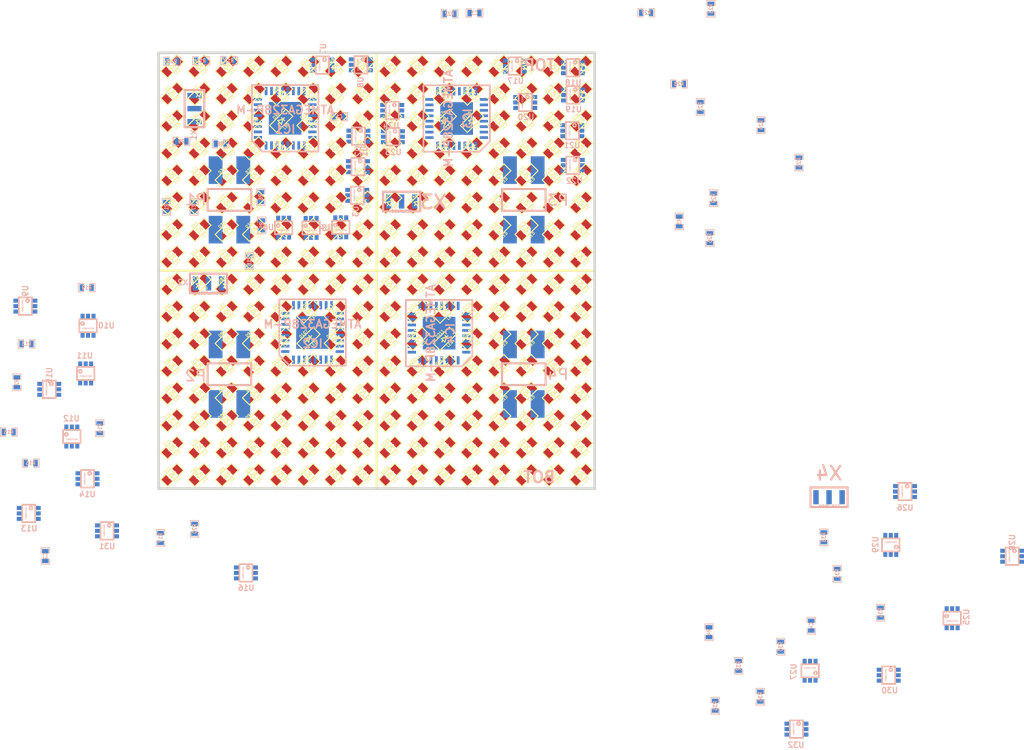
<source format=kicad_pcb>
(kicad_pcb (version 3) (host pcbnew "(2013-jul-07)-stable")
  (layers (15 F.Cu signal) (2 Inner2.Cu signal) (1 Inner1.Cu signal) (0 B.Cu signal) (18 B.Paste user) (19 F.Paste user) (20 B.SilkS user) (21 F.SilkS user) (22 B.Mask user) (23 F.Mask user) (28 Edge.Cuts user))
  (net 0 "")
  (net 1 +5V)
  (net 2 /COL0_DRV0)
  (net 3 /COL0_DRV1)
  (net 4 /COL0_DRV2)
  (net 5 /COL0_DRV3)
  (net 6 /COL1_DRV0)
  (net 7 /COL1_DRV1)
  (net 8 /COL1_DRV2)
  (net 9 /COL1_DRV3)
  (net 10 /COL2_DRV0)
  (net 11 /COL2_DRV1)
  (net 12 /COL2_DRV2)
  (net 13 /COL2_DRV3)
  (net 14 /COL3_DRV0)
  (net 15 /COL3_DRV1)
  (net 16 /COL3_DRV2)
  (net 17 /COL3_DRV3)
  (net 18 /COL4_DRV0)
  (net 19 /COL4_DRV1)
  (net 20 /COL4_DRV2)
  (net 21 /COL4_DRV3)
  (net 22 /COL5_DRV0)
  (net 23 /COL5_DRV1)
  (net 24 /COL5_DRV2)
  (net 25 /COL5_DRV3)
  (net 26 /COL6_DRV0)
  (net 27 /COL6_DRV1)
  (net 28 /COL6_DRV2)
  (net 29 /COL6_DRV3)
  (net 30 /COL7_DRV0)
  (net 31 /COL7_DRV1)
  (net 32 /COL7_DRV2)
  (net 33 /COL7_DRV3)
  (net 34 /CS0)
  (net 35 /CS1)
  (net 36 /CS2)
  (net 37 /CS3)
  (net 38 /MISO)
  (net 39 /MOSI)
  (net 40 /RESET_DRV0)
  (net 41 /RESET_DRV1)
  (net 42 /RESET_DRV3)
  (net 43 /ROW0_DRV0)
  (net 44 /ROW0_DRV1)
  (net 45 /ROW0_DRV2)
  (net 46 /ROW0_DRV3)
  (net 47 /ROW0_INV0)
  (net 48 /ROW0_INV1)
  (net 49 /ROW0_INV2)
  (net 50 /ROW0_INV3)
  (net 51 /ROW1_DRV0)
  (net 52 /ROW1_DRV1)
  (net 53 /ROW1_DRV2)
  (net 54 /ROW1_DRV3)
  (net 55 /ROW1_INV0)
  (net 56 /ROW1_INV1)
  (net 57 /ROW1_INV2)
  (net 58 /ROW1_INV3)
  (net 59 /ROW2_DRV0)
  (net 60 /ROW2_DRV1)
  (net 61 /ROW2_DRV2)
  (net 62 /ROW2_DRV3)
  (net 63 /ROW2_INV0)
  (net 64 /ROW2_INV1)
  (net 65 /ROW2_INV2)
  (net 66 /ROW2_INV3)
  (net 67 /ROW3_DRV0)
  (net 68 /ROW3_DRV1)
  (net 69 /ROW3_DRV2)
  (net 70 /ROW3_DRV3)
  (net 71 /ROW3_INV0)
  (net 72 /ROW3_INV1)
  (net 73 /ROW3_INV2)
  (net 74 /ROW3_INV3)
  (net 75 /ROW4_DRV0)
  (net 76 /ROW4_DRV1)
  (net 77 /ROW4_DRV2)
  (net 78 /ROW4_DRV3)
  (net 79 /ROW4_INV0)
  (net 80 /ROW4_INV1)
  (net 81 /ROW4_INV2)
  (net 82 /ROW4_INV3)
  (net 83 /ROW5_DRV0)
  (net 84 /ROW5_DRV1)
  (net 85 /ROW5_DRV2)
  (net 86 /ROW5_DRV3)
  (net 87 /ROW5_INV0)
  (net 88 /ROW5_INV1)
  (net 89 /ROW5_INV2)
  (net 90 /ROW5_INV3)
  (net 91 /ROW6_DRV0)
  (net 92 /ROW6_DRV1)
  (net 93 /ROW6_DRV2)
  (net 94 /ROW6_DRV3)
  (net 95 /ROW6_INV0)
  (net 96 /ROW6_INV1)
  (net 97 /ROW6_INV2)
  (net 98 /ROW6_INV3)
  (net 99 /ROW7_DRV0)
  (net 100 /ROW7_DRV1)
  (net 101 /ROW7_DRV2)
  (net 102 /ROW7_DRV3)
  (net 103 /ROW7_INV0)
  (net 104 /ROW7_INV1)
  (net 105 /ROW7_INV2)
  (net 106 /ROW7_INV3)
  (net 107 /SCK)
  (net 108 /XTAL0_DRV0)
  (net 109 /XTAL0_DRV1)
  (net 110 /XTAL0_DRV2)
  (net 111 /XTAL0_DRV3)
  (net 112 /XTAL1_DRV0)
  (net 113 /XTAL1_DRV1)
  (net 114 /XTAL1_DRV2)
  (net 115 /XTAL1_DRV3)
  (net 116 GND)
  (net 117 N-0000010)
  (net 118 N-0000011)
  (net 119 N-0000012)
  (net 120 N-0000013)
  (net 121 N-00000136)
  (net 122 N-00000137)
  (net 123 N-00000138)
  (net 124 N-00000139)
  (net 125 N-0000014)
  (net 126 N-00000140)
  (net 127 N-00000141)
  (net 128 N-00000142)
  (net 129 N-00000143)
  (net 130 N-00000144)
  (net 131 N-00000145)
  (net 132 N-00000146)
  (net 133 N-00000147)
  (net 134 N-00000148)
  (net 135 N-00000149)
  (net 136 N-0000015)
  (net 137 N-00000150)
  (net 138 N-00000151)
  (net 139 N-00000152)
  (net 140 N-00000153)
  (net 141 N-00000154)
  (net 142 N-00000155)
  (net 143 N-00000156)
  (net 144 N-00000157)
  (net 145 N-00000158)
  (net 146 N-00000159)
  (net 147 N-0000016)
  (net 148 N-000009)
  (module SMD_2X2 (layer B.Cu) (at 83.5 79.5)
    (fp_text reference P4 (at 3.12 0.02) (layer B.SilkS) (effects (justify mirror)))
    (fp_text value CONN_2X2 hide)
    (pad 1 smd rect (at -1.27 -2.73) (size 1.27 2.54) (layers B.Cu B.Paste B.Mask) (net 42 /RESET_DRV3))
    (pad 2 smd rect (at -1.27 2.73) (size 1.27 2.54) (layers B.Cu B.Paste B.Mask) (net 116 GND))
    (pad 3 smd rect (at 1.27 -2.73) (size 1.27 2.54) (layers B.Cu B.Paste B.Mask) (net 37 /CS3))
    (pad 4 smd rect (at 1.27 2.73) (size 1.27 2.54) (layers B.Cu B.Paste B.Mask))
  )
  (module SMD_2X2 (layer B.Cu) (at 83.5 63.5)
    (fp_text reference P3 (at 3.13 0.03) (layer B.SilkS) (effects (justify mirror)))
    (fp_text value CONN_2X2 hide)
    (pad 1 smd rect (at -1.27 -2.73) (size 1.27 2.54) (layers B.Cu B.Paste B.Mask) (net 39 /MOSI))
    (pad 2 smd rect (at -1.27 2.73) (size 1.27 2.54) (layers B.Cu B.Paste B.Mask) (net 36 /CS2))
    (pad 3 smd rect (at 1.27 -2.73) (size 1.27 2.54) (layers B.Cu B.Paste B.Mask))
    (pad 4 smd rect (at 1.27 2.73) (size 1.27 2.54) (layers B.Cu B.Paste B.Mask) (net 40 /RESET_DRV0))
  )
  (module SMD_2X2 (layer B.Cu) (at 56.5 79.5)
    (fp_text reference P2 (at -3.11 0.14) (layer B.SilkS) (effects (justify mirror)))
    (fp_text value CONN_2X2 hide)
    (pad 1 smd rect (at -1.27 -2.73) (size 1.27 2.54) (layers B.Cu B.Paste B.Mask) (net 38 /MISO))
    (pad 2 smd rect (at -1.27 2.73) (size 1.27 2.54) (layers B.Cu B.Paste B.Mask))
    (pad 3 smd rect (at 1.27 -2.73) (size 1.27 2.54) (layers B.Cu B.Paste B.Mask) (net 35 /CS1))
    (pad 4 smd rect (at 1.27 2.73) (size 1.27 2.54) (layers B.Cu B.Paste B.Mask) (net 41 /RESET_DRV1))
  )
  (module SMD_2X2 (layer B.Cu) (at 56.5 63.5)
    (fp_text reference P1 (at -3.09 -0.03) (layer B.SilkS) (effects (justify mirror)))
    (fp_text value CONN_2X2 hide)
    (pad 1 smd rect (at -1.27 -2.73) (size 1.27 2.54) (layers B.Cu B.Paste B.Mask) (net 1 +5V))
    (pad 2 smd rect (at -1.27 2.73) (size 1.27 2.54) (layers B.Cu B.Paste B.Mask) (net 107 /SCK))
    (pad 3 smd rect (at 1.27 -2.73) (size 1.27 2.54) (layers B.Cu B.Paste B.Mask) (net 34 /CS0))
    (pad 4 smd rect (at 1.27 2.73) (size 1.27 2.54) (layers B.Cu B.Paste B.Mask) (net 40 /RESET_DRV0))
  )
  (module SM0402 (layer B.Cu) (at 38.27 87.66)
    (fp_text reference R16 (at 0 0) (layer B.SilkS) (effects (font (size 0.35052 0.3048) (thickness 0.07112)) (justify mirror)))
    (fp_text value 180 hide)
    (pad 1 smd rect (at -0.44958 0) (size 0.39878 0.59944) (layers B.Cu B.Paste B.Mask) (net 15 /COL3_DRV1))
    (pad 2 smd rect (at 0.44958 0) (size 0.39878 0.59944) (layers B.Cu B.Paste B.Mask) (net 132 N-00000146))
  )
  (module SM0402 (layer B.Cu) (at 50.72 64.14 90)
    (fp_text reference R1 (at 0 0 90) (layer B.SilkS) (effects (font (size 0.35052 0.3048) (thickness 0.07112)) (justify mirror)))
    (fp_text value 4.7k hide)
    (pad 1 smd rect (at -0.44958 0 90) (size 0.39878 0.59944) (layers B.Cu B.Paste B.Mask) (net 40 /RESET_DRV0))
    (pad 2 smd rect (at 0.44958 0 90) (size 0.39878 0.59944) (layers B.Cu B.Paste B.Mask) (net 1 +5V))
  )
  (module SM0402 (layer B.Cu) (at 50.18 94.53 270)
    (fp_text reference R17 (at 0 0 270) (layer B.SilkS) (effects (font (size 0.35052 0.3048) (thickness 0.07112)) (justify mirror)))
    (fp_text value 180 hide)
    (pad 1 smd rect (at -0.44958 0 270) (size 0.39878 0.59944) (layers B.Cu B.Paste B.Mask) (net 19 /COL4_DRV1))
    (pad 2 smd rect (at 0.44958 0 270) (size 0.39878 0.59944) (layers B.Cu B.Paste B.Mask) (net 133 N-00000147))
  )
  (module SM0402 (layer B.Cu) (at 58.32 69.12 270)
    (fp_text reference R18 (at 0 0 270) (layer B.SilkS) (effects (font (size 0.35052 0.3048) (thickness 0.07112)) (justify mirror)))
    (fp_text value 180 hide)
    (pad 1 smd rect (at -0.44958 0 270) (size 0.39878 0.59944) (layers B.Cu B.Paste B.Mask) (net 23 /COL5_DRV1))
    (pad 2 smd rect (at 0.44958 0 270) (size 0.39878 0.59944) (layers B.Cu B.Paste B.Mask) (net 134 N-00000148))
  )
  (module SM0402 (layer B.Cu) (at 43.41 71.55)
    (fp_text reference R19 (at 0 0) (layer B.SilkS) (effects (font (size 0.35052 0.3048) (thickness 0.07112)) (justify mirror)))
    (fp_text value 180 hide)
    (pad 1 smd rect (at -0.44958 0) (size 0.39878 0.59944) (layers B.Cu B.Paste B.Mask) (net 27 /COL6_DRV1))
    (pad 2 smd rect (at 0.44958 0) (size 0.39878 0.59944) (layers B.Cu B.Paste B.Mask) (net 135 N-00000149))
  )
  (module SM0402 (layer B.Cu) (at 53.3 93.69 270)
    (fp_text reference R20 (at 0 0 270) (layer B.SilkS) (effects (font (size 0.35052 0.3048) (thickness 0.07112)) (justify mirror)))
    (fp_text value 180 hide)
    (pad 1 smd rect (at -0.44958 0 270) (size 0.39878 0.59944) (layers B.Cu B.Paste B.Mask) (net 31 /COL7_DRV1))
    (pad 2 smd rect (at 0.44958 0 270) (size 0.39878 0.59944) (layers B.Cu B.Paste B.Mask) (net 137 N-00000150))
  )
  (module SM0402 (layer B.Cu) (at 76.69 46.42 180)
    (fp_text reference R22 (at 0 0 180) (layer B.SilkS) (effects (font (size 0.35052 0.3048) (thickness 0.07112)) (justify mirror)))
    (fp_text value 180 hide)
    (pad 1 smd rect (at -0.44958 0 180) (size 0.39878 0.59944) (layers B.Cu B.Paste B.Mask) (net 8 /COL1_DRV2))
    (pad 2 smd rect (at 0.44958 0 180) (size 0.39878 0.59944) (layers B.Cu B.Paste B.Mask) (net 121 N-00000136))
  )
  (module SM0402 (layer B.Cu) (at 100.66 45.95 90)
    (fp_text reference R23 (at 0 0 90) (layer B.SilkS) (effects (font (size 0.35052 0.3048) (thickness 0.07112)) (justify mirror)))
    (fp_text value 180 hide)
    (pad 1 smd rect (at -0.44958 0 90) (size 0.39878 0.59944) (layers B.Cu B.Paste B.Mask) (net 12 /COL2_DRV2))
    (pad 2 smd rect (at 0.44958 0 90) (size 0.39878 0.59944) (layers B.Cu B.Paste B.Mask) (net 122 N-00000137))
  )
  (module SM0402 (layer B.Cu) (at 99.7 54.97 270)
    (fp_text reference R21 (at 0 0 270) (layer B.SilkS) (effects (font (size 0.35052 0.3048) (thickness 0.07112)) (justify mirror)))
    (fp_text value 180 hide)
    (pad 1 smd rect (at -0.44958 0 270) (size 0.39878 0.59944) (layers B.Cu B.Paste B.Mask) (net 4 /COL0_DRV2))
    (pad 2 smd rect (at 0.44958 0 270) (size 0.39878 0.59944) (layers B.Cu B.Paste B.Mask) (net 129 N-00000143))
  )
  (module SM0402 (layer B.Cu) (at 105.26 56.64 270)
    (fp_text reference R24 (at 0 0 270) (layer B.SilkS) (effects (font (size 0.35052 0.3048) (thickness 0.07112)) (justify mirror)))
    (fp_text value 180 hide)
    (pad 1 smd rect (at -0.44958 0 270) (size 0.39878 0.59944) (layers B.Cu B.Paste B.Mask) (net 16 /COL3_DRV2))
    (pad 2 smd rect (at 0.44958 0 270) (size 0.39878 0.59944) (layers B.Cu B.Paste B.Mask) (net 123 N-00000138))
  )
  (module SM0402 (layer B.Cu) (at 108.74 60.07 270)
    (fp_text reference R25 (at 0 0 270) (layer B.SilkS) (effects (font (size 0.35052 0.3048) (thickness 0.07112)) (justify mirror)))
    (fp_text value 180 hide)
    (pad 1 smd rect (at -0.44958 0 270) (size 0.39878 0.59944) (layers B.Cu B.Paste B.Mask) (net 20 /COL4_DRV2))
    (pad 2 smd rect (at 0.44958 0 270) (size 0.39878 0.59944) (layers B.Cu B.Paste B.Mask) (net 124 N-00000139))
  )
  (module SM0402 (layer B.Cu) (at 100.56 67.01 270)
    (fp_text reference R26 (at 0 0 270) (layer B.SilkS) (effects (font (size 0.35052 0.3048) (thickness 0.07112)) (justify mirror)))
    (fp_text value 180 hide)
    (pad 1 smd rect (at -0.44958 0 270) (size 0.39878 0.59944) (layers B.Cu B.Paste B.Mask) (net 24 /COL5_DRV2))
    (pad 2 smd rect (at 0.44958 0 270) (size 0.39878 0.59944) (layers B.Cu B.Paste B.Mask) (net 126 N-00000140))
  )
  (module SM0402 (layer B.Cu) (at 94.72 46.32 180)
    (fp_text reference R27 (at 0 0 180) (layer B.SilkS) (effects (font (size 0.35052 0.3048) (thickness 0.07112)) (justify mirror)))
    (fp_text value 180 hide)
    (pad 1 smd rect (at -0.44958 0 180) (size 0.39878 0.59944) (layers B.Cu B.Paste B.Mask) (net 28 /COL6_DRV2))
    (pad 2 smd rect (at 0.44958 0 180) (size 0.39878 0.59944) (layers B.Cu B.Paste B.Mask) (net 127 N-00000141))
  )
  (module SM0402 (layer B.Cu) (at 97.74 52.86)
    (fp_text reference R28 (at 0 0) (layer B.SilkS) (effects (font (size 0.35052 0.3048) (thickness 0.07112)) (justify mirror)))
    (fp_text value 180 hide)
    (pad 1 smd rect (at -0.44958 0) (size 0.39878 0.59944) (layers B.Cu B.Paste B.Mask) (net 32 /COL7_DRV2))
    (pad 2 smd rect (at 0.44958 0) (size 0.39878 0.59944) (layers B.Cu B.Paste B.Mask) (net 128 N-00000142))
  )
  (module SM0402 (layer B.Cu) (at 107.06 104.51 270)
    (fp_text reference R30 (at 0 0 270) (layer B.SilkS) (effects (font (size 0.35052 0.3048) (thickness 0.07112)) (justify mirror)))
    (fp_text value 180 hide)
    (pad 1 smd rect (at -0.44958 0 270) (size 0.39878 0.59944) (layers B.Cu B.Paste B.Mask) (net 9 /COL1_DRV3))
    (pad 2 smd rect (at 0.44958 0 270) (size 0.39878 0.59944) (layers B.Cu B.Paste B.Mask) (net 117 N-0000010))
  )
  (module SM0402 (layer B.Cu) (at 112.25 97.82 270)
    (fp_text reference R31 (at 0 0 270) (layer B.SilkS) (effects (font (size 0.35052 0.3048) (thickness 0.07112)) (justify mirror)))
    (fp_text value 180 hide)
    (pad 1 smd rect (at -0.44958 0 270) (size 0.39878 0.59944) (layers B.Cu B.Paste B.Mask) (net 13 /COL2_DRV3))
    (pad 2 smd rect (at 0.44958 0 270) (size 0.39878 0.59944) (layers B.Cu B.Paste B.Mask) (net 118 N-0000011))
  )
  (module SM0402 (layer B.Cu) (at 100.91 63.35 90)
    (fp_text reference R29 (at 0 0 90) (layer B.SilkS) (effects (font (size 0.35052 0.3048) (thickness 0.07112)) (justify mirror)))
    (fp_text value 180 hide)
    (pad 1 smd rect (at -0.44958 0 90) (size 0.39878 0.59944) (layers B.Cu B.Paste B.Mask) (net 5 /COL0_DRV3))
    (pad 2 smd rect (at 0.44958 0 90) (size 0.39878 0.59944) (layers B.Cu B.Paste B.Mask) (net 148 N-000009))
  )
  (module SM0402 (layer B.Cu) (at 103.2 106.27 270)
    (fp_text reference R32 (at 0 0 270) (layer B.SilkS) (effects (font (size 0.35052 0.3048) (thickness 0.07112)) (justify mirror)))
    (fp_text value 180 hide)
    (pad 1 smd rect (at -0.44958 0 270) (size 0.39878 0.59944) (layers B.Cu B.Paste B.Mask) (net 17 /COL3_DRV3))
    (pad 2 smd rect (at 0.44958 0 270) (size 0.39878 0.59944) (layers B.Cu B.Paste B.Mask) (net 119 N-0000012))
  )
  (module SM0402 (layer B.Cu) (at 111.02 94.47 270)
    (fp_text reference R33 (at 0 0 270) (layer B.SilkS) (effects (font (size 0.35052 0.3048) (thickness 0.07112)) (justify mirror)))
    (fp_text value 180 hide)
    (pad 1 smd rect (at -0.44958 0 270) (size 0.39878 0.59944) (layers B.Cu B.Paste B.Mask) (net 21 /COL4_DRV3))
    (pad 2 smd rect (at 0.44958 0 270) (size 0.39878 0.59944) (layers B.Cu B.Paste B.Mask) (net 120 N-0000013))
  )
  (module SM0402 (layer B.Cu) (at 116.22 101.39 270)
    (fp_text reference R34 (at 0 0 270) (layer B.SilkS) (effects (font (size 0.35052 0.3048) (thickness 0.07112)) (justify mirror)))
    (fp_text value 180 hide)
    (pad 1 smd rect (at -0.44958 0 270) (size 0.39878 0.59944) (layers B.Cu B.Paste B.Mask) (net 25 /COL5_DRV3))
    (pad 2 smd rect (at 0.44958 0 270) (size 0.39878 0.59944) (layers B.Cu B.Paste B.Mask) (net 125 N-0000014))
  )
  (module SM0402 (layer B.Cu) (at 101.06 109.93 270)
    (fp_text reference R35 (at 0 0 270) (layer B.SilkS) (effects (font (size 0.35052 0.3048) (thickness 0.07112)) (justify mirror)))
    (fp_text value 180 hide)
    (pad 1 smd rect (at -0.44958 0 270) (size 0.39878 0.59944) (layers B.Cu B.Paste B.Mask) (net 29 /COL6_DRV3))
    (pad 2 smd rect (at 0.44958 0 270) (size 0.39878 0.59944) (layers B.Cu B.Paste B.Mask) (net 136 N-0000015))
  )
  (module SM0402 (layer B.Cu) (at 105.2 109.1 270)
    (fp_text reference R36 (at 0 0 270) (layer B.SilkS) (effects (font (size 0.35052 0.3048) (thickness 0.07112)) (justify mirror)))
    (fp_text value 180 hide)
    (pad 1 smd rect (at -0.44958 0 270) (size 0.39878 0.59944) (layers B.Cu B.Paste B.Mask) (net 33 /COL7_DRV3))
    (pad 2 smd rect (at 0.44958 0 270) (size 0.39878 0.59944) (layers B.Cu B.Paste B.Mask) (net 147 N-0000016))
  )
  (module SM0402 (layer B.Cu) (at 36.25 84.81)
    (fp_text reference R15 (at 0 0) (layer B.SilkS) (effects (font (size 0.35052 0.3048) (thickness 0.07112)) (justify mirror)))
    (fp_text value 180 hide)
    (pad 1 smd rect (at -0.44958 0) (size 0.39878 0.59944) (layers B.Cu B.Paste B.Mask) (net 11 /COL2_DRV1))
    (pad 2 smd rect (at 0.44958 0) (size 0.39878 0.59944) (layers B.Cu B.Paste B.Mask) (net 131 N-00000145))
  )
  (module SM0402 (layer B.Cu) (at 37 80.24 270)
    (fp_text reference R2 (at 0 0 270) (layer B.SilkS) (effects (font (size 0.35052 0.3048) (thickness 0.07112)) (justify mirror)))
    (fp_text value 4.7k hide)
    (pad 1 smd rect (at -0.44958 0 270) (size 0.39878 0.59944) (layers B.Cu B.Paste B.Mask) (net 41 /RESET_DRV1))
    (pad 2 smd rect (at 0.44958 0 270) (size 0.39878 0.59944) (layers B.Cu B.Paste B.Mask) (net 1 +5V))
  )
  (module SM0402 (layer B.Cu) (at 97.76 65.48 90)
    (fp_text reference R3 (at 0 0 90) (layer B.SilkS) (effects (font (size 0.35052 0.3048) (thickness 0.07112)) (justify mirror)))
    (fp_text value 4.7k hide)
    (pad 1 smd rect (at -0.44958 0 90) (size 0.39878 0.59944) (layers B.Cu B.Paste B.Mask) (net 40 /RESET_DRV0))
    (pad 2 smd rect (at 0.44958 0 90) (size 0.39878 0.59944) (layers B.Cu B.Paste B.Mask) (net 1 +5V))
  )
  (module SM0402 (layer B.Cu) (at 37.89 76.72 180)
    (fp_text reference R13 (at 0 0 180) (layer B.SilkS) (effects (font (size 0.35052 0.3048) (thickness 0.07112)) (justify mirror)))
    (fp_text value 180 hide)
    (pad 1 smd rect (at -0.44958 0 180) (size 0.39878 0.59944) (layers B.Cu B.Paste B.Mask) (net 3 /COL0_DRV1))
    (pad 2 smd rect (at 0.44958 0 180) (size 0.39878 0.59944) (layers B.Cu B.Paste B.Mask) (net 146 N-00000159))
  )
  (module SM0402 (layer B.Cu) (at 100.49 103.18 90)
    (fp_text reference R4 (at 0 0 90) (layer B.SilkS) (effects (font (size 0.35052 0.3048) (thickness 0.07112)) (justify mirror)))
    (fp_text value 4.7k hide)
    (pad 1 smd rect (at -0.44958 0 90) (size 0.39878 0.59944) (layers B.Cu B.Paste B.Mask) (net 42 /RESET_DRV3))
    (pad 2 smd rect (at 0.44958 0 90) (size 0.39878 0.59944) (layers B.Cu B.Paste B.Mask) (net 1 +5V))
  )
  (module SM0402 (layer B.Cu) (at 66.57 55.86)
    (fp_text reference C1 (at 0 0) (layer B.SilkS) (effects (font (size 0.35052 0.3048) (thickness 0.07112)) (justify mirror)))
    (fp_text value 0.1uF hide)
    (pad 1 smd rect (at -0.44958 0) (size 0.39878 0.59944) (layers B.Cu B.Paste B.Mask) (net 1 +5V))
    (pad 2 smd rect (at 0.44958 0) (size 0.39878 0.59944) (layers B.Cu B.Paste B.Mask) (net 116 GND))
  )
  (module SM0402 (layer B.Cu) (at 39.61 96.19 270)
    (fp_text reference C2 (at 0 0 270) (layer B.SilkS) (effects (font (size 0.35052 0.3048) (thickness 0.07112)) (justify mirror)))
    (fp_text value 0.1uF hide)
    (pad 1 smd rect (at -0.44958 0 270) (size 0.39878 0.59944) (layers B.Cu B.Paste B.Mask) (net 1 +5V))
    (pad 2 smd rect (at 0.44958 0 270) (size 0.39878 0.59944) (layers B.Cu B.Paste B.Mask) (net 116 GND))
  )
  (module SM0402 (layer B.Cu) (at 78.98 46.35)
    (fp_text reference C3 (at 0 0) (layer B.SilkS) (effects (font (size 0.35052 0.3048) (thickness 0.07112)) (justify mirror)))
    (fp_text value 0.1uF hide)
    (pad 1 smd rect (at -0.44958 0) (size 0.39878 0.59944) (layers B.Cu B.Paste B.Mask) (net 1 +5V))
    (pad 2 smd rect (at 0.44958 0) (size 0.39878 0.59944) (layers B.Cu B.Paste B.Mask) (net 116 GND))
  )
  (module SM0402 (layer B.Cu) (at 109.87 102.58 270)
    (fp_text reference C4 (at 0 0 270) (layer B.SilkS) (effects (font (size 0.35052 0.3048) (thickness 0.07112)) (justify mirror)))
    (fp_text value 0.1uF hide)
    (pad 1 smd rect (at -0.44958 0 270) (size 0.39878 0.59944) (layers B.Cu B.Paste B.Mask) (net 1 +5V))
    (pad 2 smd rect (at 0.44958 0 270) (size 0.39878 0.59944) (layers B.Cu B.Paste B.Mask) (net 116 GND))
  )
  (module SM0402 (layer B.Cu) (at 59.37 63.24 270)
    (fp_text reference R6 (at 0 0 270) (layer B.SilkS) (effects (font (size 0.35052 0.3048) (thickness 0.07112)) (justify mirror)))
    (fp_text value 180 hide)
    (pad 1 smd rect (at -0.44958 0 270) (size 0.39878 0.59944) (layers B.Cu B.Paste B.Mask) (net 6 /COL1_DRV0))
    (pad 2 smd rect (at 0.44958 0 270) (size 0.39878 0.59944) (layers B.Cu B.Paste B.Mask) (net 139 N-00000152))
  )
  (module SM0402 (layer B.Cu) (at 59.46 65.84 270)
    (fp_text reference R5 (at 0 0 270) (layer B.SilkS) (effects (font (size 0.35052 0.3048) (thickness 0.07112)) (justify mirror)))
    (fp_text value 180 hide)
    (pad 1 smd rect (at -0.44958 0 270) (size 0.39878 0.59944) (layers B.Cu B.Paste B.Mask) (net 2 /COL0_DRV0))
    (pad 2 smd rect (at 0.44958 0 270) (size 0.39878 0.59944) (layers B.Cu B.Paste B.Mask) (net 138 N-00000151))
  )
  (module SM0402 (layer B.Cu) (at 53.24 64.14 270)
    (fp_text reference R7 (at 0 0 270) (layer B.SilkS) (effects (font (size 0.35052 0.3048) (thickness 0.07112)) (justify mirror)))
    (fp_text value 180 hide)
    (pad 1 smd rect (at -0.44958 0 270) (size 0.39878 0.59944) (layers B.Cu B.Paste B.Mask) (net 10 /COL2_DRV0))
    (pad 2 smd rect (at 0.44958 0 270) (size 0.39878 0.59944) (layers B.Cu B.Paste B.Mask) (net 140 N-00000153))
  )
  (module SM0402 (layer B.Cu) (at 44.6 84.46 270)
    (fp_text reference R14 (at 0 0 270) (layer B.SilkS) (effects (font (size 0.35052 0.3048) (thickness 0.07112)) (justify mirror)))
    (fp_text value 180 hide)
    (pad 1 smd rect (at -0.44958 0 270) (size 0.39878 0.59944) (layers B.Cu B.Paste B.Mask) (net 7 /COL1_DRV1))
    (pad 2 smd rect (at 0.44958 0 270) (size 0.39878 0.59944) (layers B.Cu B.Paste B.Mask) (net 130 N-00000144))
  )
  (module SM0402 (layer B.Cu) (at 56.46 50.71)
    (fp_text reference R12 (at 0 0) (layer B.SilkS) (effects (font (size 0.35052 0.3048) (thickness 0.07112)) (justify mirror)))
    (fp_text value 180 hide)
    (pad 1 smd rect (at -0.44958 0) (size 0.39878 0.59944) (layers B.Cu B.Paste B.Mask) (net 30 /COL7_DRV0))
    (pad 2 smd rect (at 0.44958 0) (size 0.39878 0.59944) (layers B.Cu B.Paste B.Mask) (net 145 N-00000158))
  )
  (module SM0402 (layer B.Cu) (at 53.89 50.73)
    (fp_text reference R11 (at 0 0) (layer B.SilkS) (effects (font (size 0.35052 0.3048) (thickness 0.07112)) (justify mirror)))
    (fp_text value 180 hide)
    (pad 1 smd rect (at -0.44958 0) (size 0.39878 0.59944) (layers B.Cu B.Paste B.Mask) (net 26 /COL6_DRV0))
    (pad 2 smd rect (at 0.44958 0) (size 0.39878 0.59944) (layers B.Cu B.Paste B.Mask) (net 144 N-00000157))
  )
  (module SM0402 (layer B.Cu) (at 51.25 50.78 180)
    (fp_text reference R10 (at 0 0 180) (layer B.SilkS) (effects (font (size 0.35052 0.3048) (thickness 0.07112)) (justify mirror)))
    (fp_text value 180 hide)
    (pad 1 smd rect (at -0.44958 0 180) (size 0.39878 0.59944) (layers B.Cu B.Paste B.Mask) (net 22 /COL5_DRV0))
    (pad 2 smd rect (at 0.44958 0 180) (size 0.39878 0.59944) (layers B.Cu B.Paste B.Mask) (net 143 N-00000156))
  )
  (module SM0402 (layer B.Cu) (at 52.1 58.13 180)
    (fp_text reference R9 (at 0 0 180) (layer B.SilkS) (effects (font (size 0.35052 0.3048) (thickness 0.07112)) (justify mirror)))
    (fp_text value 180 hide)
    (pad 1 smd rect (at -0.44958 0 180) (size 0.39878 0.59944) (layers B.Cu B.Paste B.Mask) (net 18 /COL4_DRV0))
    (pad 2 smd rect (at 0.44958 0 180) (size 0.39878 0.59944) (layers B.Cu B.Paste B.Mask) (net 142 N-00000155))
  )
  (module SM0402 (layer B.Cu) (at 55.69 58.35 180)
    (fp_text reference R8 (at 0 0 180) (layer B.SilkS) (effects (font (size 0.35052 0.3048) (thickness 0.07112)) (justify mirror)))
    (fp_text value 180 hide)
    (pad 1 smd rect (at -0.44958 0 180) (size 0.39878 0.59944) (layers B.Cu B.Paste B.Mask) (net 14 /COL3_DRV0))
    (pad 2 smd rect (at 0.44958 0 180) (size 0.39878 0.59944) (layers B.Cu B.Paste B.Mask) (net 141 N-00000154))
  )
  (module QFN32 (layer B.Cu) (at 61.61 56.01)
    (fp_text reference IC1 (at 0 1.016) (layer B.SilkS) (effects (font (size 0.762 0.762) (thickness 0.1524)) (justify mirror)))
    (fp_text value ATMEGA328P-M (at 0 -0.762) (layer B.SilkS) (effects (font (size 0.762 0.762) (thickness 0.1524)) (justify mirror)))
    (pad 31 smd rect (at -1.24968 2.49936) (size 0.254 0.762) (layers B.Cu B.Paste B.Mask) (net 6 /COL1_DRV0))
    (pad 30 smd rect (at -0.7493 2.49936) (size 0.254 0.762) (layers B.Cu B.Paste B.Mask) (net 2 /COL0_DRV0))
    (pad 29 smd rect (at -0.24892 2.49936) (size 0.254 0.762) (layers B.Cu B.Paste B.Mask) (net 40 /RESET_DRV0))
    (pad 32 smd rect (at -1.75006 2.49936) (size 0.254 0.762) (layers B.Cu B.Paste B.Mask) (net 10 /COL2_DRV0))
    (pad 1 smd rect (at -2.49936 1.75006 270) (size 0.254 0.762) (layers B.Cu B.Paste B.Mask) (net 14 /COL3_DRV0))
    (pad 2 smd rect (at -2.49936 1.24968 270) (size 0.254 0.762) (layers B.Cu B.Paste B.Mask) (net 18 /COL4_DRV0))
    (pad 3 smd rect (at -2.49936 0.7493 270) (size 0.254 0.762) (layers B.Cu B.Paste B.Mask) (net 116 GND))
    (pad 4 smd rect (at -2.49936 0.24892 270) (size 0.254 0.762) (layers B.Cu B.Paste B.Mask) (net 1 +5V))
    (pad 5 smd rect (at -2.49936 -0.24892 270) (size 0.254 0.762) (layers B.Cu B.Paste B.Mask) (net 116 GND))
    (pad 6 smd rect (at -2.49936 -0.7493 270) (size 0.254 0.762) (layers B.Cu B.Paste B.Mask) (net 1 +5V))
    (pad 7 smd rect (at -2.49936 -1.24968 270) (size 0.254 0.762) (layers B.Cu B.Paste B.Mask) (net 108 /XTAL0_DRV0))
    (pad 8 smd rect (at -2.49936 -1.75006 270) (size 0.254 0.762) (layers B.Cu B.Paste B.Mask) (net 112 /XTAL1_DRV0))
    (pad 16 smd rect (at 1.75006 -2.49936) (size 0.254 0.762) (layers B.Cu B.Paste B.Mask) (net 38 /MISO))
    (pad 9 smd rect (at -1.75006 -2.49936) (size 0.254 0.762) (layers B.Cu B.Paste B.Mask) (net 22 /COL5_DRV0))
    (pad 10 smd rect (at -1.24968 -2.49936) (size 0.254 0.762) (layers B.Cu B.Paste B.Mask) (net 26 /COL6_DRV0))
    (pad 11 smd rect (at -0.7493 -2.49936) (size 0.254 0.762) (layers B.Cu B.Paste B.Mask) (net 30 /COL7_DRV0))
    (pad 12 smd rect (at -0.24892 -2.49936) (size 0.254 0.762) (layers B.Cu B.Paste B.Mask) (net 91 /ROW6_DRV0))
    (pad 13 smd rect (at 0.24892 -2.49936) (size 0.254 0.762) (layers B.Cu B.Paste B.Mask) (net 99 /ROW7_DRV0))
    (pad 14 smd rect (at 0.7493 -2.49936) (size 0.254 0.762) (layers B.Cu B.Paste B.Mask) (net 34 /CS0))
    (pad 15 smd rect (at 1.24968 -2.49936) (size 0.254 0.762) (layers B.Cu B.Paste B.Mask) (net 39 /MOSI))
    (pad 17 smd rect (at 2.49936 -1.75006 270) (size 0.254 0.762) (layers B.Cu B.Paste B.Mask) (net 107 /SCK))
    (pad 18 smd rect (at 2.49936 -1.24968 270) (size 0.254 0.762) (layers B.Cu B.Paste B.Mask) (net 1 +5V))
    (pad 19 smd rect (at 2.49936 -0.7493 270) (size 0.254 0.762) (layers B.Cu B.Paste B.Mask))
    (pad 20 smd rect (at 2.49936 -0.24892 270) (size 0.254 0.762) (layers B.Cu B.Paste B.Mask) (net 1 +5V))
    (pad 21 smd rect (at 2.49936 0.24892 270) (size 0.254 0.762) (layers B.Cu B.Paste B.Mask) (net 116 GND))
    (pad 22 smd rect (at 2.49936 0.7493 270) (size 0.254 0.762) (layers B.Cu B.Paste B.Mask))
    (pad 23 smd rect (at 2.49936 1.24968 270) (size 0.254 0.762) (layers B.Cu B.Paste B.Mask) (net 43 /ROW0_DRV0))
    (pad 24 smd rect (at 2.49936 1.75006 270) (size 0.254 0.762) (layers B.Cu B.Paste B.Mask) (net 51 /ROW1_DRV0))
    (pad 25 smd rect (at 1.75006 2.49936) (size 0.254 0.762) (layers B.Cu B.Paste B.Mask) (net 59 /ROW2_DRV0))
    (pad 26 smd rect (at 1.24968 2.49936) (size 0.254 0.762) (layers B.Cu B.Paste B.Mask) (net 67 /ROW3_DRV0))
    (pad 27 smd rect (at 0.7493 2.49936) (size 0.254 0.762) (layers B.Cu B.Paste B.Mask) (net 75 /ROW4_DRV0))
    (pad 28 smd rect (at 0.24892 2.49936) (size 0.254 0.762) (layers B.Cu B.Paste B.Mask) (net 83 /ROW5_DRV0))
    (pad 33 smd rect (at 0 0) (size 2.99974 2.99974) (layers B.Cu B.Paste B.Mask) (net 116 GND))
  )
  (module QFN32 (layer B.Cu) (at 64.12 75.67)
    (fp_text reference IC2 (at 0 1.016) (layer B.SilkS) (effects (font (size 0.762 0.762) (thickness 0.1524)) (justify mirror)))
    (fp_text value ATMEGA328P-M (at 0 -0.762) (layer B.SilkS) (effects (font (size 0.762 0.762) (thickness 0.1524)) (justify mirror)))
    (pad 31 smd rect (at -1.24968 2.49936) (size 0.254 0.762) (layers B.Cu B.Paste B.Mask) (net 7 /COL1_DRV1))
    (pad 30 smd rect (at -0.7493 2.49936) (size 0.254 0.762) (layers B.Cu B.Paste B.Mask) (net 3 /COL0_DRV1))
    (pad 29 smd rect (at -0.24892 2.49936) (size 0.254 0.762) (layers B.Cu B.Paste B.Mask) (net 41 /RESET_DRV1))
    (pad 32 smd rect (at -1.75006 2.49936) (size 0.254 0.762) (layers B.Cu B.Paste B.Mask) (net 11 /COL2_DRV1))
    (pad 1 smd rect (at -2.49936 1.75006 270) (size 0.254 0.762) (layers B.Cu B.Paste B.Mask) (net 15 /COL3_DRV1))
    (pad 2 smd rect (at -2.49936 1.24968 270) (size 0.254 0.762) (layers B.Cu B.Paste B.Mask) (net 19 /COL4_DRV1))
    (pad 3 smd rect (at -2.49936 0.7493 270) (size 0.254 0.762) (layers B.Cu B.Paste B.Mask) (net 116 GND))
    (pad 4 smd rect (at -2.49936 0.24892 270) (size 0.254 0.762) (layers B.Cu B.Paste B.Mask) (net 1 +5V))
    (pad 5 smd rect (at -2.49936 -0.24892 270) (size 0.254 0.762) (layers B.Cu B.Paste B.Mask) (net 116 GND))
    (pad 6 smd rect (at -2.49936 -0.7493 270) (size 0.254 0.762) (layers B.Cu B.Paste B.Mask) (net 1 +5V))
    (pad 7 smd rect (at -2.49936 -1.24968 270) (size 0.254 0.762) (layers B.Cu B.Paste B.Mask) (net 109 /XTAL0_DRV1))
    (pad 8 smd rect (at -2.49936 -1.75006 270) (size 0.254 0.762) (layers B.Cu B.Paste B.Mask) (net 113 /XTAL1_DRV1))
    (pad 16 smd rect (at 1.75006 -2.49936) (size 0.254 0.762) (layers B.Cu B.Paste B.Mask) (net 38 /MISO))
    (pad 9 smd rect (at -1.75006 -2.49936) (size 0.254 0.762) (layers B.Cu B.Paste B.Mask) (net 23 /COL5_DRV1))
    (pad 10 smd rect (at -1.24968 -2.49936) (size 0.254 0.762) (layers B.Cu B.Paste B.Mask) (net 27 /COL6_DRV1))
    (pad 11 smd rect (at -0.7493 -2.49936) (size 0.254 0.762) (layers B.Cu B.Paste B.Mask) (net 31 /COL7_DRV1))
    (pad 12 smd rect (at -0.24892 -2.49936) (size 0.254 0.762) (layers B.Cu B.Paste B.Mask) (net 92 /ROW6_DRV1))
    (pad 13 smd rect (at 0.24892 -2.49936) (size 0.254 0.762) (layers B.Cu B.Paste B.Mask) (net 100 /ROW7_DRV1))
    (pad 14 smd rect (at 0.7493 -2.49936) (size 0.254 0.762) (layers B.Cu B.Paste B.Mask) (net 35 /CS1))
    (pad 15 smd rect (at 1.24968 -2.49936) (size 0.254 0.762) (layers B.Cu B.Paste B.Mask) (net 39 /MOSI))
    (pad 17 smd rect (at 2.49936 -1.75006 270) (size 0.254 0.762) (layers B.Cu B.Paste B.Mask) (net 107 /SCK))
    (pad 18 smd rect (at 2.49936 -1.24968 270) (size 0.254 0.762) (layers B.Cu B.Paste B.Mask) (net 1 +5V))
    (pad 19 smd rect (at 2.49936 -0.7493 270) (size 0.254 0.762) (layers B.Cu B.Paste B.Mask))
    (pad 20 smd rect (at 2.49936 -0.24892 270) (size 0.254 0.762) (layers B.Cu B.Paste B.Mask) (net 1 +5V))
    (pad 21 smd rect (at 2.49936 0.24892 270) (size 0.254 0.762) (layers B.Cu B.Paste B.Mask) (net 116 GND))
    (pad 22 smd rect (at 2.49936 0.7493 270) (size 0.254 0.762) (layers B.Cu B.Paste B.Mask))
    (pad 23 smd rect (at 2.49936 1.24968 270) (size 0.254 0.762) (layers B.Cu B.Paste B.Mask) (net 44 /ROW0_DRV1))
    (pad 24 smd rect (at 2.49936 1.75006 270) (size 0.254 0.762) (layers B.Cu B.Paste B.Mask) (net 52 /ROW1_DRV1))
    (pad 25 smd rect (at 1.75006 2.49936) (size 0.254 0.762) (layers B.Cu B.Paste B.Mask) (net 60 /ROW2_DRV1))
    (pad 26 smd rect (at 1.24968 2.49936) (size 0.254 0.762) (layers B.Cu B.Paste B.Mask) (net 68 /ROW3_DRV1))
    (pad 27 smd rect (at 0.7493 2.49936) (size 0.254 0.762) (layers B.Cu B.Paste B.Mask) (net 76 /ROW4_DRV1))
    (pad 28 smd rect (at 0.24892 2.49936) (size 0.254 0.762) (layers B.Cu B.Paste B.Mask) (net 84 /ROW5_DRV1))
    (pad 33 smd rect (at 0 0) (size 2.99974 2.99974) (layers B.Cu B.Paste B.Mask) (net 116 GND))
  )
  (module QFN32 (layer B.Cu) (at 77.34 56.03 90)
    (fp_text reference IC3 (at 0 1.016 90) (layer B.SilkS) (effects (font (size 0.762 0.762) (thickness 0.1524)) (justify mirror)))
    (fp_text value ATMEGA328P-M (at 0 -0.762 90) (layer B.SilkS) (effects (font (size 0.762 0.762) (thickness 0.1524)) (justify mirror)))
    (pad 31 smd rect (at -1.24968 2.49936 90) (size 0.254 0.762) (layers B.Cu B.Paste B.Mask) (net 8 /COL1_DRV2))
    (pad 30 smd rect (at -0.7493 2.49936 90) (size 0.254 0.762) (layers B.Cu B.Paste B.Mask) (net 4 /COL0_DRV2))
    (pad 29 smd rect (at -0.24892 2.49936 90) (size 0.254 0.762) (layers B.Cu B.Paste B.Mask) (net 40 /RESET_DRV0))
    (pad 32 smd rect (at -1.75006 2.49936 90) (size 0.254 0.762) (layers B.Cu B.Paste B.Mask) (net 12 /COL2_DRV2))
    (pad 1 smd rect (at -2.49936 1.75006) (size 0.254 0.762) (layers B.Cu B.Paste B.Mask) (net 16 /COL3_DRV2))
    (pad 2 smd rect (at -2.49936 1.24968) (size 0.254 0.762) (layers B.Cu B.Paste B.Mask) (net 20 /COL4_DRV2))
    (pad 3 smd rect (at -2.49936 0.7493) (size 0.254 0.762) (layers B.Cu B.Paste B.Mask) (net 116 GND))
    (pad 4 smd rect (at -2.49936 0.24892) (size 0.254 0.762) (layers B.Cu B.Paste B.Mask) (net 1 +5V))
    (pad 5 smd rect (at -2.49936 -0.24892) (size 0.254 0.762) (layers B.Cu B.Paste B.Mask) (net 116 GND))
    (pad 6 smd rect (at -2.49936 -0.7493) (size 0.254 0.762) (layers B.Cu B.Paste B.Mask) (net 1 +5V))
    (pad 7 smd rect (at -2.49936 -1.24968) (size 0.254 0.762) (layers B.Cu B.Paste B.Mask) (net 110 /XTAL0_DRV2))
    (pad 8 smd rect (at -2.49936 -1.75006) (size 0.254 0.762) (layers B.Cu B.Paste B.Mask) (net 114 /XTAL1_DRV2))
    (pad 16 smd rect (at 1.75006 -2.49936 90) (size 0.254 0.762) (layers B.Cu B.Paste B.Mask) (net 38 /MISO))
    (pad 9 smd rect (at -1.75006 -2.49936 90) (size 0.254 0.762) (layers B.Cu B.Paste B.Mask) (net 24 /COL5_DRV2))
    (pad 10 smd rect (at -1.24968 -2.49936 90) (size 0.254 0.762) (layers B.Cu B.Paste B.Mask) (net 28 /COL6_DRV2))
    (pad 11 smd rect (at -0.7493 -2.49936 90) (size 0.254 0.762) (layers B.Cu B.Paste B.Mask) (net 32 /COL7_DRV2))
    (pad 12 smd rect (at -0.24892 -2.49936 90) (size 0.254 0.762) (layers B.Cu B.Paste B.Mask) (net 93 /ROW6_DRV2))
    (pad 13 smd rect (at 0.24892 -2.49936 90) (size 0.254 0.762) (layers B.Cu B.Paste B.Mask) (net 101 /ROW7_DRV2))
    (pad 14 smd rect (at 0.7493 -2.49936 90) (size 0.254 0.762) (layers B.Cu B.Paste B.Mask) (net 36 /CS2))
    (pad 15 smd rect (at 1.24968 -2.49936 90) (size 0.254 0.762) (layers B.Cu B.Paste B.Mask) (net 39 /MOSI))
    (pad 17 smd rect (at 2.49936 -1.75006) (size 0.254 0.762) (layers B.Cu B.Paste B.Mask) (net 107 /SCK))
    (pad 18 smd rect (at 2.49936 -1.24968) (size 0.254 0.762) (layers B.Cu B.Paste B.Mask) (net 1 +5V))
    (pad 19 smd rect (at 2.49936 -0.7493) (size 0.254 0.762) (layers B.Cu B.Paste B.Mask))
    (pad 20 smd rect (at 2.49936 -0.24892) (size 0.254 0.762) (layers B.Cu B.Paste B.Mask) (net 1 +5V))
    (pad 21 smd rect (at 2.49936 0.24892) (size 0.254 0.762) (layers B.Cu B.Paste B.Mask) (net 116 GND))
    (pad 22 smd rect (at 2.49936 0.7493) (size 0.254 0.762) (layers B.Cu B.Paste B.Mask))
    (pad 23 smd rect (at 2.49936 1.24968) (size 0.254 0.762) (layers B.Cu B.Paste B.Mask) (net 45 /ROW0_DRV2))
    (pad 24 smd rect (at 2.49936 1.75006) (size 0.254 0.762) (layers B.Cu B.Paste B.Mask) (net 53 /ROW1_DRV2))
    (pad 25 smd rect (at 1.75006 2.49936 90) (size 0.254 0.762) (layers B.Cu B.Paste B.Mask) (net 61 /ROW2_DRV2))
    (pad 26 smd rect (at 1.24968 2.49936 90) (size 0.254 0.762) (layers B.Cu B.Paste B.Mask) (net 69 /ROW3_DRV2))
    (pad 27 smd rect (at 0.7493 2.49936 90) (size 0.254 0.762) (layers B.Cu B.Paste B.Mask) (net 77 /ROW4_DRV2))
    (pad 28 smd rect (at 0.24892 2.49936 90) (size 0.254 0.762) (layers B.Cu B.Paste B.Mask) (net 85 /ROW5_DRV2))
    (pad 33 smd rect (at 0 0 90) (size 2.99974 2.99974) (layers B.Cu B.Paste B.Mask) (net 116 GND))
  )
  (module QFN32 (layer B.Cu) (at 75.73 75.73 90)
    (fp_text reference IC4 (at 0 1.016 90) (layer B.SilkS) (effects (font (size 0.762 0.762) (thickness 0.1524)) (justify mirror)))
    (fp_text value ATMEGA328P-M (at 0 -0.762 90) (layer B.SilkS) (effects (font (size 0.762 0.762) (thickness 0.1524)) (justify mirror)))
    (pad 31 smd rect (at -1.24968 2.49936 90) (size 0.254 0.762) (layers B.Cu B.Paste B.Mask) (net 9 /COL1_DRV3))
    (pad 30 smd rect (at -0.7493 2.49936 90) (size 0.254 0.762) (layers B.Cu B.Paste B.Mask) (net 5 /COL0_DRV3))
    (pad 29 smd rect (at -0.24892 2.49936 90) (size 0.254 0.762) (layers B.Cu B.Paste B.Mask) (net 42 /RESET_DRV3))
    (pad 32 smd rect (at -1.75006 2.49936 90) (size 0.254 0.762) (layers B.Cu B.Paste B.Mask) (net 13 /COL2_DRV3))
    (pad 1 smd rect (at -2.49936 1.75006) (size 0.254 0.762) (layers B.Cu B.Paste B.Mask) (net 17 /COL3_DRV3))
    (pad 2 smd rect (at -2.49936 1.24968) (size 0.254 0.762) (layers B.Cu B.Paste B.Mask) (net 21 /COL4_DRV3))
    (pad 3 smd rect (at -2.49936 0.7493) (size 0.254 0.762) (layers B.Cu B.Paste B.Mask) (net 116 GND))
    (pad 4 smd rect (at -2.49936 0.24892) (size 0.254 0.762) (layers B.Cu B.Paste B.Mask) (net 1 +5V))
    (pad 5 smd rect (at -2.49936 -0.24892) (size 0.254 0.762) (layers B.Cu B.Paste B.Mask) (net 116 GND))
    (pad 6 smd rect (at -2.49936 -0.7493) (size 0.254 0.762) (layers B.Cu B.Paste B.Mask) (net 1 +5V))
    (pad 7 smd rect (at -2.49936 -1.24968) (size 0.254 0.762) (layers B.Cu B.Paste B.Mask) (net 111 /XTAL0_DRV3))
    (pad 8 smd rect (at -2.49936 -1.75006) (size 0.254 0.762) (layers B.Cu B.Paste B.Mask) (net 115 /XTAL1_DRV3))
    (pad 16 smd rect (at 1.75006 -2.49936 90) (size 0.254 0.762) (layers B.Cu B.Paste B.Mask) (net 38 /MISO))
    (pad 9 smd rect (at -1.75006 -2.49936 90) (size 0.254 0.762) (layers B.Cu B.Paste B.Mask) (net 25 /COL5_DRV3))
    (pad 10 smd rect (at -1.24968 -2.49936 90) (size 0.254 0.762) (layers B.Cu B.Paste B.Mask) (net 29 /COL6_DRV3))
    (pad 11 smd rect (at -0.7493 -2.49936 90) (size 0.254 0.762) (layers B.Cu B.Paste B.Mask) (net 33 /COL7_DRV3))
    (pad 12 smd rect (at -0.24892 -2.49936 90) (size 0.254 0.762) (layers B.Cu B.Paste B.Mask) (net 94 /ROW6_DRV3))
    (pad 13 smd rect (at 0.24892 -2.49936 90) (size 0.254 0.762) (layers B.Cu B.Paste B.Mask) (net 102 /ROW7_DRV3))
    (pad 14 smd rect (at 0.7493 -2.49936 90) (size 0.254 0.762) (layers B.Cu B.Paste B.Mask) (net 37 /CS3))
    (pad 15 smd rect (at 1.24968 -2.49936 90) (size 0.254 0.762) (layers B.Cu B.Paste B.Mask) (net 39 /MOSI))
    (pad 17 smd rect (at 2.49936 -1.75006) (size 0.254 0.762) (layers B.Cu B.Paste B.Mask) (net 107 /SCK))
    (pad 18 smd rect (at 2.49936 -1.24968) (size 0.254 0.762) (layers B.Cu B.Paste B.Mask) (net 1 +5V))
    (pad 19 smd rect (at 2.49936 -0.7493) (size 0.254 0.762) (layers B.Cu B.Paste B.Mask))
    (pad 20 smd rect (at 2.49936 -0.24892) (size 0.254 0.762) (layers B.Cu B.Paste B.Mask) (net 1 +5V))
    (pad 21 smd rect (at 2.49936 0.24892) (size 0.254 0.762) (layers B.Cu B.Paste B.Mask) (net 116 GND))
    (pad 22 smd rect (at 2.49936 0.7493) (size 0.254 0.762) (layers B.Cu B.Paste B.Mask))
    (pad 23 smd rect (at 2.49936 1.24968) (size 0.254 0.762) (layers B.Cu B.Paste B.Mask) (net 46 /ROW0_DRV3))
    (pad 24 smd rect (at 2.49936 1.75006) (size 0.254 0.762) (layers B.Cu B.Paste B.Mask) (net 54 /ROW1_DRV3))
    (pad 25 smd rect (at 1.75006 2.49936 90) (size 0.254 0.762) (layers B.Cu B.Paste B.Mask) (net 62 /ROW2_DRV3))
    (pad 26 smd rect (at 1.24968 2.49936 90) (size 0.254 0.762) (layers B.Cu B.Paste B.Mask) (net 70 /ROW3_DRV3))
    (pad 27 smd rect (at 0.7493 2.49936 90) (size 0.254 0.762) (layers B.Cu B.Paste B.Mask) (net 78 /ROW4_DRV3))
    (pad 28 smd rect (at 0.24892 2.49936 90) (size 0.254 0.762) (layers B.Cu B.Paste B.Mask) (net 86 /ROW5_DRV3))
    (pad 33 smd rect (at 0 0 90) (size 2.99974 2.99974) (layers B.Cu B.Paste B.Mask) (net 116 GND))
  )
  (module LED0603 (layer F.Cu) (at 86.25 63.75 45)
    (fp_text reference D182 (at 0 -0.65 45) (layer F.SilkS) (effects (font (size 0.25 0.25) (thickness 0.05))))
    (fp_text value LED (at 0 0.675 45) (layer F.SilkS) (effects (font (size 0.25 0.25) (thickness 0.05))))
    (pad 1 smd rect (at -0.7 0 45) (size 0.6 0.8) (layers F.Cu F.Paste F.Mask) (net 127 N-00000141))
    (pad 2 smd rect (at 0.7 0 45) (size 0.6 0.8) (layers F.Cu F.Paste F.Mask) (net 89 /ROW5_INV2))
  )
  (module LED0603 (layer F.Cu) (at 83.75 63.75 45)
    (fp_text reference D174 (at 0 -0.65 45) (layer F.SilkS) (effects (font (size 0.25 0.25) (thickness 0.05))))
    (fp_text value LED (at 0 0.675 45) (layer F.SilkS) (effects (font (size 0.25 0.25) (thickness 0.05))))
    (pad 1 smd rect (at -0.7 0 45) (size 0.6 0.8) (layers F.Cu F.Paste F.Mask) (net 126 N-00000140))
    (pad 2 smd rect (at 0.7 0 45) (size 0.6 0.8) (layers F.Cu F.Paste F.Mask) (net 89 /ROW5_INV2))
  )
  (module LED0603 (layer F.Cu) (at 81.25 63.75 45)
    (fp_text reference D166 (at 0 -0.65 45) (layer F.SilkS) (effects (font (size 0.25 0.25) (thickness 0.05))))
    (fp_text value LED (at 0 0.675 45) (layer F.SilkS) (effects (font (size 0.25 0.25) (thickness 0.05))))
    (pad 1 smd rect (at -0.7 0 45) (size 0.6 0.8) (layers F.Cu F.Paste F.Mask) (net 124 N-00000139))
    (pad 2 smd rect (at 0.7 0 45) (size 0.6 0.8) (layers F.Cu F.Paste F.Mask) (net 89 /ROW5_INV2))
  )
  (module LED0603 (layer F.Cu) (at 78.75 63.75 45)
    (fp_text reference D158 (at 0 -0.65 45) (layer F.SilkS) (effects (font (size 0.25 0.25) (thickness 0.05))))
    (fp_text value LED (at 0 0.675 45) (layer F.SilkS) (effects (font (size 0.25 0.25) (thickness 0.05))))
    (pad 1 smd rect (at -0.7 0 45) (size 0.6 0.8) (layers F.Cu F.Paste F.Mask) (net 123 N-00000138))
    (pad 2 smd rect (at 0.7 0 45) (size 0.6 0.8) (layers F.Cu F.Paste F.Mask) (net 89 /ROW5_INV2))
  )
  (module LED0603 (layer F.Cu) (at 76.25 63.75 45)
    (fp_text reference D150 (at 0 -0.65 45) (layer F.SilkS) (effects (font (size 0.25 0.25) (thickness 0.05))))
    (fp_text value LED (at 0 0.675 45) (layer F.SilkS) (effects (font (size 0.25 0.25) (thickness 0.05))))
    (pad 1 smd rect (at -0.7 0 45) (size 0.6 0.8) (layers F.Cu F.Paste F.Mask) (net 122 N-00000137))
    (pad 2 smd rect (at 0.7 0 45) (size 0.6 0.8) (layers F.Cu F.Paste F.Mask) (net 89 /ROW5_INV2))
  )
  (module LED0603 (layer F.Cu) (at 73.75 63.75 45)
    (fp_text reference D142 (at 0 -0.65 45) (layer F.SilkS) (effects (font (size 0.25 0.25) (thickness 0.05))))
    (fp_text value LED (at 0 0.675 45) (layer F.SilkS) (effects (font (size 0.25 0.25) (thickness 0.05))))
    (pad 1 smd rect (at -0.7 0 45) (size 0.6 0.8) (layers F.Cu F.Paste F.Mask) (net 121 N-00000136))
    (pad 2 smd rect (at 0.7 0 45) (size 0.6 0.8) (layers F.Cu F.Paste F.Mask) (net 89 /ROW5_INV2))
  )
  (module LED0603 (layer F.Cu) (at 71.25 63.75 45)
    (fp_text reference D134 (at 0 -0.65 45) (layer F.SilkS) (effects (font (size 0.25 0.25) (thickness 0.05))))
    (fp_text value LED (at 0 0.675 45) (layer F.SilkS) (effects (font (size 0.25 0.25) (thickness 0.05))))
    (pad 1 smd rect (at -0.7 0 45) (size 0.6 0.8) (layers F.Cu F.Paste F.Mask) (net 129 N-00000143))
    (pad 2 smd rect (at 0.7 0 45) (size 0.6 0.8) (layers F.Cu F.Paste F.Mask) (net 89 /ROW5_INV2))
  )
  (module LED0603 (layer F.Cu) (at 88.75 61.25 45)
    (fp_text reference D189 (at 0 -0.65 45) (layer F.SilkS) (effects (font (size 0.25 0.25) (thickness 0.05))))
    (fp_text value LED (at 0 0.675 45) (layer F.SilkS) (effects (font (size 0.25 0.25) (thickness 0.05))))
    (pad 1 smd rect (at -0.7 0 45) (size 0.6 0.8) (layers F.Cu F.Paste F.Mask) (net 128 N-00000142))
    (pad 2 smd rect (at 0.7 0 45) (size 0.6 0.8) (layers F.Cu F.Paste F.Mask) (net 81 /ROW4_INV2))
  )
  (module LED0603 (layer F.Cu) (at 86.25 61.25 45)
    (fp_text reference D181 (at 0 -0.65 45) (layer F.SilkS) (effects (font (size 0.25 0.25) (thickness 0.05))))
    (fp_text value LED (at 0 0.675 45) (layer F.SilkS) (effects (font (size 0.25 0.25) (thickness 0.05))))
    (pad 1 smd rect (at -0.7 0 45) (size 0.6 0.8) (layers F.Cu F.Paste F.Mask) (net 127 N-00000141))
    (pad 2 smd rect (at 0.7 0 45) (size 0.6 0.8) (layers F.Cu F.Paste F.Mask) (net 81 /ROW4_INV2))
  )
  (module LED0603 (layer F.Cu) (at 83.75 61.25 45)
    (fp_text reference D173 (at 0 -0.65 45) (layer F.SilkS) (effects (font (size 0.25 0.25) (thickness 0.05))))
    (fp_text value LED (at 0 0.675 45) (layer F.SilkS) (effects (font (size 0.25 0.25) (thickness 0.05))))
    (pad 1 smd rect (at -0.7 0 45) (size 0.6 0.8) (layers F.Cu F.Paste F.Mask) (net 126 N-00000140))
    (pad 2 smd rect (at 0.7 0 45) (size 0.6 0.8) (layers F.Cu F.Paste F.Mask) (net 81 /ROW4_INV2))
  )
  (module LED0603 (layer F.Cu) (at 81.25 61.25 45)
    (fp_text reference D165 (at 0 -0.65 45) (layer F.SilkS) (effects (font (size 0.25 0.25) (thickness 0.05))))
    (fp_text value LED (at 0 0.675 45) (layer F.SilkS) (effects (font (size 0.25 0.25) (thickness 0.05))))
    (pad 1 smd rect (at -0.7 0 45) (size 0.6 0.8) (layers F.Cu F.Paste F.Mask) (net 124 N-00000139))
    (pad 2 smd rect (at 0.7 0 45) (size 0.6 0.8) (layers F.Cu F.Paste F.Mask) (net 81 /ROW4_INV2))
  )
  (module LED0603 (layer F.Cu) (at 78.75 61.25 45)
    (fp_text reference D157 (at 0 -0.65 45) (layer F.SilkS) (effects (font (size 0.25 0.25) (thickness 0.05))))
    (fp_text value LED (at 0 0.675 45) (layer F.SilkS) (effects (font (size 0.25 0.25) (thickness 0.05))))
    (pad 1 smd rect (at -0.7 0 45) (size 0.6 0.8) (layers F.Cu F.Paste F.Mask) (net 123 N-00000138))
    (pad 2 smd rect (at 0.7 0 45) (size 0.6 0.8) (layers F.Cu F.Paste F.Mask) (net 81 /ROW4_INV2))
  )
  (module LED0603 (layer F.Cu) (at 76.25 61.25 45)
    (fp_text reference D149 (at 0 -0.65 45) (layer F.SilkS) (effects (font (size 0.25 0.25) (thickness 0.05))))
    (fp_text value LED (at 0 0.675 45) (layer F.SilkS) (effects (font (size 0.25 0.25) (thickness 0.05))))
    (pad 1 smd rect (at -0.7 0 45) (size 0.6 0.8) (layers F.Cu F.Paste F.Mask) (net 122 N-00000137))
    (pad 2 smd rect (at 0.7 0 45) (size 0.6 0.8) (layers F.Cu F.Paste F.Mask) (net 81 /ROW4_INV2))
  )
  (module LED0603 (layer F.Cu) (at 73.75 61.25 45)
    (fp_text reference D141 (at 0 -0.65 45) (layer F.SilkS) (effects (font (size 0.25 0.25) (thickness 0.05))))
    (fp_text value LED (at 0 0.675 45) (layer F.SilkS) (effects (font (size 0.25 0.25) (thickness 0.05))))
    (pad 1 smd rect (at -0.7 0 45) (size 0.6 0.8) (layers F.Cu F.Paste F.Mask) (net 121 N-00000136))
    (pad 2 smd rect (at 0.7 0 45) (size 0.6 0.8) (layers F.Cu F.Paste F.Mask) (net 81 /ROW4_INV2))
  )
  (module LED0603 (layer F.Cu) (at 88.75 58.75 45)
    (fp_text reference D188 (at 0 -0.65 45) (layer F.SilkS) (effects (font (size 0.25 0.25) (thickness 0.05))))
    (fp_text value LED (at 0 0.675 45) (layer F.SilkS) (effects (font (size 0.25 0.25) (thickness 0.05))))
    (pad 1 smd rect (at -0.7 0 45) (size 0.6 0.8) (layers F.Cu F.Paste F.Mask) (net 128 N-00000142))
    (pad 2 smd rect (at 0.7 0 45) (size 0.6 0.8) (layers F.Cu F.Paste F.Mask) (net 73 /ROW3_INV2))
  )
  (module LED0603 (layer F.Cu) (at 71.25 61.25 45)
    (fp_text reference D133 (at 0 -0.65 45) (layer F.SilkS) (effects (font (size 0.25 0.25) (thickness 0.05))))
    (fp_text value LED (at 0 0.675 45) (layer F.SilkS) (effects (font (size 0.25 0.25) (thickness 0.05))))
    (pad 1 smd rect (at -0.7 0 45) (size 0.6 0.8) (layers F.Cu F.Paste F.Mask) (net 129 N-00000143))
    (pad 2 smd rect (at 0.7 0 45) (size 0.6 0.8) (layers F.Cu F.Paste F.Mask) (net 81 /ROW4_INV2))
  )
  (module LED0603 (layer F.Cu) (at 88.75 66.25 45)
    (fp_text reference D191 (at 0 -0.65 45) (layer F.SilkS) (effects (font (size 0.25 0.25) (thickness 0.05))))
    (fp_text value LED (at 0 0.675 45) (layer F.SilkS) (effects (font (size 0.25 0.25) (thickness 0.05))))
    (pad 1 smd rect (at -0.7 0 45) (size 0.6 0.8) (layers F.Cu F.Paste F.Mask) (net 128 N-00000142))
    (pad 2 smd rect (at 0.7 0 45) (size 0.6 0.8) (layers F.Cu F.Paste F.Mask) (net 97 /ROW6_INV2))
  )
  (module LED0603 (layer F.Cu) (at 81.25 68.75 45)
    (fp_text reference D168 (at 0 -0.65 45) (layer F.SilkS) (effects (font (size 0.25 0.25) (thickness 0.05))))
    (fp_text value LED (at 0 0.675 45) (layer F.SilkS) (effects (font (size 0.25 0.25) (thickness 0.05))))
    (pad 1 smd rect (at -0.7 0 45) (size 0.6 0.8) (layers F.Cu F.Paste F.Mask) (net 124 N-00000139))
    (pad 2 smd rect (at 0.7 0 45) (size 0.6 0.8) (layers F.Cu F.Paste F.Mask) (net 105 /ROW7_INV2))
  )
  (module LED0603 (layer F.Cu) (at 83.75 68.75 45)
    (fp_text reference D176 (at 0 -0.65 45) (layer F.SilkS) (effects (font (size 0.25 0.25) (thickness 0.05))))
    (fp_text value LED (at 0 0.675 45) (layer F.SilkS) (effects (font (size 0.25 0.25) (thickness 0.05))))
    (pad 1 smd rect (at -0.7 0 45) (size 0.6 0.8) (layers F.Cu F.Paste F.Mask) (net 126 N-00000140))
    (pad 2 smd rect (at 0.7 0 45) (size 0.6 0.8) (layers F.Cu F.Paste F.Mask) (net 105 /ROW7_INV2))
  )
  (module LED0603 (layer F.Cu) (at 68.75 88.75 45)
    (fp_text reference D128 (at 0 -0.65 45) (layer F.SilkS) (effects (font (size 0.25 0.25) (thickness 0.05))))
    (fp_text value LED (at 0 0.675 45) (layer F.SilkS) (effects (font (size 0.25 0.25) (thickness 0.05))))
    (pad 1 smd rect (at -0.7 0 45) (size 0.6 0.8) (layers F.Cu F.Paste F.Mask) (net 137 N-00000150))
    (pad 2 smd rect (at 0.7 0 45) (size 0.6 0.8) (layers F.Cu F.Paste F.Mask) (net 104 /ROW7_INV1))
  )
  (module LED0603 (layer F.Cu) (at 86.25 68.75 45)
    (fp_text reference D184 (at 0 -0.65 45) (layer F.SilkS) (effects (font (size 0.25 0.25) (thickness 0.05))))
    (fp_text value LED (at 0 0.675 45) (layer F.SilkS) (effects (font (size 0.25 0.25) (thickness 0.05))))
    (pad 1 smd rect (at -0.7 0 45) (size 0.6 0.8) (layers F.Cu F.Paste F.Mask) (net 127 N-00000141))
    (pad 2 smd rect (at 0.7 0 45) (size 0.6 0.8) (layers F.Cu F.Paste F.Mask) (net 105 /ROW7_INV2))
  )
  (module LED0603 (layer F.Cu) (at 78.75 68.75 45)
    (fp_text reference D160 (at 0 -0.65 45) (layer F.SilkS) (effects (font (size 0.25 0.25) (thickness 0.05))))
    (fp_text value LED (at 0 0.675 45) (layer F.SilkS) (effects (font (size 0.25 0.25) (thickness 0.05))))
    (pad 1 smd rect (at -0.7 0 45) (size 0.6 0.8) (layers F.Cu F.Paste F.Mask) (net 123 N-00000138))
    (pad 2 smd rect (at 0.7 0 45) (size 0.6 0.8) (layers F.Cu F.Paste F.Mask) (net 105 /ROW7_INV2))
  )
  (module LED0603 (layer F.Cu) (at 76.25 68.75 45)
    (fp_text reference D152 (at 0 -0.65 45) (layer F.SilkS) (effects (font (size 0.25 0.25) (thickness 0.05))))
    (fp_text value LED (at 0 0.675 45) (layer F.SilkS) (effects (font (size 0.25 0.25) (thickness 0.05))))
    (pad 1 smd rect (at -0.7 0 45) (size 0.6 0.8) (layers F.Cu F.Paste F.Mask) (net 122 N-00000137))
    (pad 2 smd rect (at 0.7 0 45) (size 0.6 0.8) (layers F.Cu F.Paste F.Mask) (net 105 /ROW7_INV2))
  )
  (module LED0603 (layer F.Cu) (at 73.75 68.75 45)
    (fp_text reference D144 (at 0 -0.65 45) (layer F.SilkS) (effects (font (size 0.25 0.25) (thickness 0.05))))
    (fp_text value LED (at 0 0.675 45) (layer F.SilkS) (effects (font (size 0.25 0.25) (thickness 0.05))))
    (pad 1 smd rect (at -0.7 0 45) (size 0.6 0.8) (layers F.Cu F.Paste F.Mask) (net 121 N-00000136))
    (pad 2 smd rect (at 0.7 0 45) (size 0.6 0.8) (layers F.Cu F.Paste F.Mask) (net 105 /ROW7_INV2))
  )
  (module LED0603 (layer F.Cu) (at 71.25 68.75 45)
    (fp_text reference D136 (at 0 -0.65 45) (layer F.SilkS) (effects (font (size 0.25 0.25) (thickness 0.05))))
    (fp_text value LED (at 0 0.675 45) (layer F.SilkS) (effects (font (size 0.25 0.25) (thickness 0.05))))
    (pad 1 smd rect (at -0.7 0 45) (size 0.6 0.8) (layers F.Cu F.Paste F.Mask) (net 129 N-00000143))
    (pad 2 smd rect (at 0.7 0 45) (size 0.6 0.8) (layers F.Cu F.Paste F.Mask) (net 105 /ROW7_INV2))
  )
  (module LED0603 (layer F.Cu) (at 88.75 63.75 45)
    (fp_text reference D190 (at 0 -0.65 45) (layer F.SilkS) (effects (font (size 0.25 0.25) (thickness 0.05))))
    (fp_text value LED (at 0 0.675 45) (layer F.SilkS) (effects (font (size 0.25 0.25) (thickness 0.05))))
    (pad 1 smd rect (at -0.7 0 45) (size 0.6 0.8) (layers F.Cu F.Paste F.Mask) (net 128 N-00000142))
    (pad 2 smd rect (at 0.7 0 45) (size 0.6 0.8) (layers F.Cu F.Paste F.Mask) (net 89 /ROW5_INV2))
  )
  (module LED0603 (layer F.Cu) (at 86.25 66.25 45)
    (fp_text reference D183 (at 0 -0.65 45) (layer F.SilkS) (effects (font (size 0.25 0.25) (thickness 0.05))))
    (fp_text value LED (at 0 0.675 45) (layer F.SilkS) (effects (font (size 0.25 0.25) (thickness 0.05))))
    (pad 1 smd rect (at -0.7 0 45) (size 0.6 0.8) (layers F.Cu F.Paste F.Mask) (net 127 N-00000141))
    (pad 2 smd rect (at 0.7 0 45) (size 0.6 0.8) (layers F.Cu F.Paste F.Mask) (net 97 /ROW6_INV2))
  )
  (module LED0603 (layer F.Cu) (at 83.75 66.25 45)
    (fp_text reference D175 (at 0 -0.65 45) (layer F.SilkS) (effects (font (size 0.25 0.25) (thickness 0.05))))
    (fp_text value LED (at 0 0.675 45) (layer F.SilkS) (effects (font (size 0.25 0.25) (thickness 0.05))))
    (pad 1 smd rect (at -0.7 0 45) (size 0.6 0.8) (layers F.Cu F.Paste F.Mask) (net 126 N-00000140))
    (pad 2 smd rect (at 0.7 0 45) (size 0.6 0.8) (layers F.Cu F.Paste F.Mask) (net 97 /ROW6_INV2))
  )
  (module LED0603 (layer F.Cu) (at 81.25 66.25 45)
    (fp_text reference D167 (at 0 -0.65 45) (layer F.SilkS) (effects (font (size 0.25 0.25) (thickness 0.05))))
    (fp_text value LED (at 0 0.675 45) (layer F.SilkS) (effects (font (size 0.25 0.25) (thickness 0.05))))
    (pad 1 smd rect (at -0.7 0 45) (size 0.6 0.8) (layers F.Cu F.Paste F.Mask) (net 124 N-00000139))
    (pad 2 smd rect (at 0.7 0 45) (size 0.6 0.8) (layers F.Cu F.Paste F.Mask) (net 97 /ROW6_INV2))
  )
  (module LED0603 (layer F.Cu) (at 78.75 66.25 45)
    (fp_text reference D159 (at 0 -0.65 45) (layer F.SilkS) (effects (font (size 0.25 0.25) (thickness 0.05))))
    (fp_text value LED (at 0 0.675 45) (layer F.SilkS) (effects (font (size 0.25 0.25) (thickness 0.05))))
    (pad 1 smd rect (at -0.7 0 45) (size 0.6 0.8) (layers F.Cu F.Paste F.Mask) (net 123 N-00000138))
    (pad 2 smd rect (at 0.7 0 45) (size 0.6 0.8) (layers F.Cu F.Paste F.Mask) (net 97 /ROW6_INV2))
  )
  (module LED0603 (layer F.Cu) (at 76.25 66.25 45)
    (fp_text reference D151 (at 0 -0.65 45) (layer F.SilkS) (effects (font (size 0.25 0.25) (thickness 0.05))))
    (fp_text value LED (at 0 0.675 45) (layer F.SilkS) (effects (font (size 0.25 0.25) (thickness 0.05))))
    (pad 1 smd rect (at -0.7 0 45) (size 0.6 0.8) (layers F.Cu F.Paste F.Mask) (net 122 N-00000137))
    (pad 2 smd rect (at 0.7 0 45) (size 0.6 0.8) (layers F.Cu F.Paste F.Mask) (net 97 /ROW6_INV2))
  )
  (module LED0603 (layer F.Cu) (at 73.75 66.25 45)
    (fp_text reference D143 (at 0 -0.65 45) (layer F.SilkS) (effects (font (size 0.25 0.25) (thickness 0.05))))
    (fp_text value LED (at 0 0.675 45) (layer F.SilkS) (effects (font (size 0.25 0.25) (thickness 0.05))))
    (pad 1 smd rect (at -0.7 0 45) (size 0.6 0.8) (layers F.Cu F.Paste F.Mask) (net 121 N-00000136))
    (pad 2 smd rect (at 0.7 0 45) (size 0.6 0.8) (layers F.Cu F.Paste F.Mask) (net 97 /ROW6_INV2))
  )
  (module LED0603 (layer F.Cu) (at 71.25 66.25 45)
    (fp_text reference D135 (at 0 -0.65 45) (layer F.SilkS) (effects (font (size 0.25 0.25) (thickness 0.05))))
    (fp_text value LED (at 0 0.675 45) (layer F.SilkS) (effects (font (size 0.25 0.25) (thickness 0.05))))
    (pad 1 smd rect (at -0.7 0 45) (size 0.6 0.8) (layers F.Cu F.Paste F.Mask) (net 129 N-00000143))
    (pad 2 smd rect (at 0.7 0 45) (size 0.6 0.8) (layers F.Cu F.Paste F.Mask) (net 97 /ROW6_INV2))
  )
  (module LED0603 (layer F.Cu) (at 86.25 53.75 45)
    (fp_text reference D178 (at 0 -0.65 45) (layer F.SilkS) (effects (font (size 0.25 0.25) (thickness 0.05))))
    (fp_text value LED (at 0 0.675 45) (layer F.SilkS) (effects (font (size 0.25 0.25) (thickness 0.05))))
    (pad 1 smd rect (at -0.7 0 45) (size 0.6 0.8) (layers F.Cu F.Paste F.Mask) (net 127 N-00000141))
    (pad 2 smd rect (at 0.7 0 45) (size 0.6 0.8) (layers F.Cu F.Paste F.Mask) (net 57 /ROW1_INV2))
  )
  (module LED0603 (layer F.Cu) (at 66.25 86.25 45)
    (fp_text reference D119 (at 0 -0.65 45) (layer F.SilkS) (effects (font (size 0.25 0.25) (thickness 0.05))))
    (fp_text value LED (at 0 0.675 45) (layer F.SilkS) (effects (font (size 0.25 0.25) (thickness 0.05))))
    (pad 1 smd rect (at -0.7 0 45) (size 0.6 0.8) (layers F.Cu F.Paste F.Mask) (net 135 N-00000149))
    (pad 2 smd rect (at 0.7 0 45) (size 0.6 0.8) (layers F.Cu F.Paste F.Mask) (net 96 /ROW6_INV1))
  )
  (module LED0603 (layer F.Cu) (at 71.25 51.25 45)
    (fp_text reference D129 (at 0 -0.65 45) (layer F.SilkS) (effects (font (size 0.25 0.25) (thickness 0.05))))
    (fp_text value LED (at 0 0.675 45) (layer F.SilkS) (effects (font (size 0.25 0.25) (thickness 0.05))))
    (pad 1 smd rect (at -0.7 0 45) (size 0.6 0.8) (layers F.Cu F.Paste F.Mask) (net 129 N-00000143))
    (pad 2 smd rect (at 0.7 0 45) (size 0.6 0.8) (layers F.Cu F.Paste F.Mask) (net 49 /ROW0_INV2))
  )
  (module LED0603 (layer F.Cu) (at 73.75 51.25 45)
    (fp_text reference D137 (at 0 -0.65 45) (layer F.SilkS) (effects (font (size 0.25 0.25) (thickness 0.05))))
    (fp_text value LED (at 0 0.675 45) (layer F.SilkS) (effects (font (size 0.25 0.25) (thickness 0.05))))
    (pad 1 smd rect (at -0.7 0 45) (size 0.6 0.8) (layers F.Cu F.Paste F.Mask) (net 121 N-00000136))
    (pad 2 smd rect (at 0.7 0 45) (size 0.6 0.8) (layers F.Cu F.Paste F.Mask) (net 49 /ROW0_INV2))
  )
  (module LED0603 (layer F.Cu) (at 76.25 51.25 45)
    (fp_text reference D145 (at 0 -0.65 45) (layer F.SilkS) (effects (font (size 0.25 0.25) (thickness 0.05))))
    (fp_text value LED (at 0 0.675 45) (layer F.SilkS) (effects (font (size 0.25 0.25) (thickness 0.05))))
    (pad 1 smd rect (at -0.7 0 45) (size 0.6 0.8) (layers F.Cu F.Paste F.Mask) (net 122 N-00000137))
    (pad 2 smd rect (at 0.7 0 45) (size 0.6 0.8) (layers F.Cu F.Paste F.Mask) (net 49 /ROW0_INV2))
  )
  (module LED0603 (layer F.Cu) (at 78.75 51.25 45)
    (fp_text reference D153 (at 0 -0.65 45) (layer F.SilkS) (effects (font (size 0.25 0.25) (thickness 0.05))))
    (fp_text value LED (at 0 0.675 45) (layer F.SilkS) (effects (font (size 0.25 0.25) (thickness 0.05))))
    (pad 1 smd rect (at -0.7 0 45) (size 0.6 0.8) (layers F.Cu F.Paste F.Mask) (net 123 N-00000138))
    (pad 2 smd rect (at 0.7 0 45) (size 0.6 0.8) (layers F.Cu F.Paste F.Mask) (net 49 /ROW0_INV2))
  )
  (module LED0603 (layer F.Cu) (at 81.25 51.25 45)
    (fp_text reference D161 (at 0 -0.65 45) (layer F.SilkS) (effects (font (size 0.25 0.25) (thickness 0.05))))
    (fp_text value LED (at 0 0.675 45) (layer F.SilkS) (effects (font (size 0.25 0.25) (thickness 0.05))))
    (pad 1 smd rect (at -0.7 0 45) (size 0.6 0.8) (layers F.Cu F.Paste F.Mask) (net 124 N-00000139))
    (pad 2 smd rect (at 0.7 0 45) (size 0.6 0.8) (layers F.Cu F.Paste F.Mask) (net 49 /ROW0_INV2))
  )
  (module LED0603 (layer F.Cu) (at 83.75 51.25 45)
    (fp_text reference D169 (at 0 -0.65 45) (layer F.SilkS) (effects (font (size 0.25 0.25) (thickness 0.05))))
    (fp_text value LED (at 0 0.675 45) (layer F.SilkS) (effects (font (size 0.25 0.25) (thickness 0.05))))
    (pad 1 smd rect (at -0.7 0 45) (size 0.6 0.8) (layers F.Cu F.Paste F.Mask) (net 126 N-00000140))
    (pad 2 smd rect (at 0.7 0 45) (size 0.6 0.8) (layers F.Cu F.Paste F.Mask) (net 49 /ROW0_INV2))
  )
  (module LED0603 (layer F.Cu) (at 86.25 51.25 45)
    (fp_text reference D177 (at 0 -0.65 45) (layer F.SilkS) (effects (font (size 0.25 0.25) (thickness 0.05))))
    (fp_text value LED (at 0 0.675 45) (layer F.SilkS) (effects (font (size 0.25 0.25) (thickness 0.05))))
    (pad 1 smd rect (at -0.7 0 45) (size 0.6 0.8) (layers F.Cu F.Paste F.Mask) (net 127 N-00000141))
    (pad 2 smd rect (at 0.7 0 45) (size 0.6 0.8) (layers F.Cu F.Paste F.Mask) (net 49 /ROW0_INV2))
  )
  (module LED0603 (layer F.Cu) (at 88.75 51.25 45)
    (fp_text reference D185 (at 0 -0.65 45) (layer F.SilkS) (effects (font (size 0.25 0.25) (thickness 0.05))))
    (fp_text value LED (at 0 0.675 45) (layer F.SilkS) (effects (font (size 0.25 0.25) (thickness 0.05))))
    (pad 1 smd rect (at -0.7 0 45) (size 0.6 0.8) (layers F.Cu F.Paste F.Mask) (net 128 N-00000142))
    (pad 2 smd rect (at 0.7 0 45) (size 0.6 0.8) (layers F.Cu F.Paste F.Mask) (net 49 /ROW0_INV2))
  )
  (module LED0603 (layer F.Cu) (at 71.25 53.75 45)
    (fp_text reference D130 (at 0 -0.65 45) (layer F.SilkS) (effects (font (size 0.25 0.25) (thickness 0.05))))
    (fp_text value LED (at 0 0.675 45) (layer F.SilkS) (effects (font (size 0.25 0.25) (thickness 0.05))))
    (pad 1 smd rect (at -0.7 0 45) (size 0.6 0.8) (layers F.Cu F.Paste F.Mask) (net 129 N-00000143))
    (pad 2 smd rect (at 0.7 0 45) (size 0.6 0.8) (layers F.Cu F.Paste F.Mask) (net 57 /ROW1_INV2))
  )
  (module LED0603 (layer F.Cu) (at 73.75 53.75 45)
    (fp_text reference D138 (at 0 -0.65 45) (layer F.SilkS) (effects (font (size 0.25 0.25) (thickness 0.05))))
    (fp_text value LED (at 0 0.675 45) (layer F.SilkS) (effects (font (size 0.25 0.25) (thickness 0.05))))
    (pad 1 smd rect (at -0.7 0 45) (size 0.6 0.8) (layers F.Cu F.Paste F.Mask) (net 121 N-00000136))
    (pad 2 smd rect (at 0.7 0 45) (size 0.6 0.8) (layers F.Cu F.Paste F.Mask) (net 57 /ROW1_INV2))
  )
  (module LED0603 (layer F.Cu) (at 76.25 53.75 45)
    (fp_text reference D146 (at 0 -0.65 45) (layer F.SilkS) (effects (font (size 0.25 0.25) (thickness 0.05))))
    (fp_text value LED (at 0 0.675 45) (layer F.SilkS) (effects (font (size 0.25 0.25) (thickness 0.05))))
    (pad 1 smd rect (at -0.7 0 45) (size 0.6 0.8) (layers F.Cu F.Paste F.Mask) (net 122 N-00000137))
    (pad 2 smd rect (at 0.7 0 45) (size 0.6 0.8) (layers F.Cu F.Paste F.Mask) (net 57 /ROW1_INV2))
  )
  (module LED0603 (layer F.Cu) (at 78.75 53.75 45)
    (fp_text reference D154 (at 0 -0.65 45) (layer F.SilkS) (effects (font (size 0.25 0.25) (thickness 0.05))))
    (fp_text value LED (at 0 0.675 45) (layer F.SilkS) (effects (font (size 0.25 0.25) (thickness 0.05))))
    (pad 1 smd rect (at -0.7 0 45) (size 0.6 0.8) (layers F.Cu F.Paste F.Mask) (net 123 N-00000138))
    (pad 2 smd rect (at 0.7 0 45) (size 0.6 0.8) (layers F.Cu F.Paste F.Mask) (net 57 /ROW1_INV2))
  )
  (module LED0603 (layer F.Cu) (at 81.25 53.75 45)
    (fp_text reference D162 (at 0 -0.65 45) (layer F.SilkS) (effects (font (size 0.25 0.25) (thickness 0.05))))
    (fp_text value LED (at 0 0.675 45) (layer F.SilkS) (effects (font (size 0.25 0.25) (thickness 0.05))))
    (pad 1 smd rect (at -0.7 0 45) (size 0.6 0.8) (layers F.Cu F.Paste F.Mask) (net 124 N-00000139))
    (pad 2 smd rect (at 0.7 0 45) (size 0.6 0.8) (layers F.Cu F.Paste F.Mask) (net 57 /ROW1_INV2))
  )
  (module LED0603 (layer F.Cu) (at 83.75 53.75 45)
    (fp_text reference D170 (at 0 -0.65 45) (layer F.SilkS) (effects (font (size 0.25 0.25) (thickness 0.05))))
    (fp_text value LED (at 0 0.675 45) (layer F.SilkS) (effects (font (size 0.25 0.25) (thickness 0.05))))
    (pad 1 smd rect (at -0.7 0 45) (size 0.6 0.8) (layers F.Cu F.Paste F.Mask) (net 126 N-00000140))
    (pad 2 smd rect (at 0.7 0 45) (size 0.6 0.8) (layers F.Cu F.Paste F.Mask) (net 57 /ROW1_INV2))
  )
  (module LED0603 (layer F.Cu) (at 86.25 58.75 45)
    (fp_text reference D180 (at 0 -0.65 45) (layer F.SilkS) (effects (font (size 0.25 0.25) (thickness 0.05))))
    (fp_text value LED (at 0 0.675 45) (layer F.SilkS) (effects (font (size 0.25 0.25) (thickness 0.05))))
    (pad 1 smd rect (at -0.7 0 45) (size 0.6 0.8) (layers F.Cu F.Paste F.Mask) (net 127 N-00000141))
    (pad 2 smd rect (at 0.7 0 45) (size 0.6 0.8) (layers F.Cu F.Paste F.Mask) (net 73 /ROW3_INV2))
  )
  (module LED0603 (layer F.Cu) (at 88.75 53.75 45)
    (fp_text reference D186 (at 0 -0.65 45) (layer F.SilkS) (effects (font (size 0.25 0.25) (thickness 0.05))))
    (fp_text value LED (at 0 0.675 45) (layer F.SilkS) (effects (font (size 0.25 0.25) (thickness 0.05))))
    (pad 1 smd rect (at -0.7 0 45) (size 0.6 0.8) (layers F.Cu F.Paste F.Mask) (net 128 N-00000142))
    (pad 2 smd rect (at 0.7 0 45) (size 0.6 0.8) (layers F.Cu F.Paste F.Mask) (net 57 /ROW1_INV2))
  )
  (module LED0603 (layer F.Cu) (at 71.25 56.25 45)
    (fp_text reference D131 (at 0 -0.65 45) (layer F.SilkS) (effects (font (size 0.25 0.25) (thickness 0.05))))
    (fp_text value LED (at 0 0.675 45) (layer F.SilkS) (effects (font (size 0.25 0.25) (thickness 0.05))))
    (pad 1 smd rect (at -0.7 0 45) (size 0.6 0.8) (layers F.Cu F.Paste F.Mask) (net 129 N-00000143))
    (pad 2 smd rect (at 0.7 0 45) (size 0.6 0.8) (layers F.Cu F.Paste F.Mask) (net 65 /ROW2_INV2))
  )
  (module LED0603 (layer F.Cu) (at 73.75 56.25 45)
    (fp_text reference D139 (at 0 -0.65 45) (layer F.SilkS) (effects (font (size 0.25 0.25) (thickness 0.05))))
    (fp_text value LED (at 0 0.675 45) (layer F.SilkS) (effects (font (size 0.25 0.25) (thickness 0.05))))
    (pad 1 smd rect (at -0.7 0 45) (size 0.6 0.8) (layers F.Cu F.Paste F.Mask) (net 121 N-00000136))
    (pad 2 smd rect (at 0.7 0 45) (size 0.6 0.8) (layers F.Cu F.Paste F.Mask) (net 65 /ROW2_INV2))
  )
  (module LED0603 (layer F.Cu) (at 76.25 56.25 45)
    (fp_text reference D147 (at 0 -0.65 45) (layer F.SilkS) (effects (font (size 0.25 0.25) (thickness 0.05))))
    (fp_text value LED (at 0 0.675 45) (layer F.SilkS) (effects (font (size 0.25 0.25) (thickness 0.05))))
    (pad 1 smd rect (at -0.7 0 45) (size 0.6 0.8) (layers F.Cu F.Paste F.Mask) (net 122 N-00000137))
    (pad 2 smd rect (at 0.7 0 45) (size 0.6 0.8) (layers F.Cu F.Paste F.Mask) (net 65 /ROW2_INV2))
  )
  (module LED0603 (layer F.Cu) (at 78.75 56.25 45)
    (fp_text reference D155 (at 0 -0.65 45) (layer F.SilkS) (effects (font (size 0.25 0.25) (thickness 0.05))))
    (fp_text value LED (at 0 0.675 45) (layer F.SilkS) (effects (font (size 0.25 0.25) (thickness 0.05))))
    (pad 1 smd rect (at -0.7 0 45) (size 0.6 0.8) (layers F.Cu F.Paste F.Mask) (net 123 N-00000138))
    (pad 2 smd rect (at 0.7 0 45) (size 0.6 0.8) (layers F.Cu F.Paste F.Mask) (net 65 /ROW2_INV2))
  )
  (module LED0603 (layer F.Cu) (at 81.25 56.25 45)
    (fp_text reference D163 (at 0 -0.65 45) (layer F.SilkS) (effects (font (size 0.25 0.25) (thickness 0.05))))
    (fp_text value LED (at 0 0.675 45) (layer F.SilkS) (effects (font (size 0.25 0.25) (thickness 0.05))))
    (pad 1 smd rect (at -0.7 0 45) (size 0.6 0.8) (layers F.Cu F.Paste F.Mask) (net 124 N-00000139))
    (pad 2 smd rect (at 0.7 0 45) (size 0.6 0.8) (layers F.Cu F.Paste F.Mask) (net 65 /ROW2_INV2))
  )
  (module LED0603 (layer F.Cu) (at 83.75 56.25 45)
    (fp_text reference D171 (at 0 -0.65 45) (layer F.SilkS) (effects (font (size 0.25 0.25) (thickness 0.05))))
    (fp_text value LED (at 0 0.675 45) (layer F.SilkS) (effects (font (size 0.25 0.25) (thickness 0.05))))
    (pad 1 smd rect (at -0.7 0 45) (size 0.6 0.8) (layers F.Cu F.Paste F.Mask) (net 126 N-00000140))
    (pad 2 smd rect (at 0.7 0 45) (size 0.6 0.8) (layers F.Cu F.Paste F.Mask) (net 65 /ROW2_INV2))
  )
  (module LED0603 (layer F.Cu) (at 86.25 56.25 45)
    (fp_text reference D179 (at 0 -0.65 45) (layer F.SilkS) (effects (font (size 0.25 0.25) (thickness 0.05))))
    (fp_text value LED (at 0 0.675 45) (layer F.SilkS) (effects (font (size 0.25 0.25) (thickness 0.05))))
    (pad 1 smd rect (at -0.7 0 45) (size 0.6 0.8) (layers F.Cu F.Paste F.Mask) (net 127 N-00000141))
    (pad 2 smd rect (at 0.7 0 45) (size 0.6 0.8) (layers F.Cu F.Paste F.Mask) (net 65 /ROW2_INV2))
  )
  (module LED0603 (layer F.Cu) (at 88.75 56.25 45)
    (fp_text reference D187 (at 0 -0.65 45) (layer F.SilkS) (effects (font (size 0.25 0.25) (thickness 0.05))))
    (fp_text value LED (at 0 0.675 45) (layer F.SilkS) (effects (font (size 0.25 0.25) (thickness 0.05))))
    (pad 1 smd rect (at -0.7 0 45) (size 0.6 0.8) (layers F.Cu F.Paste F.Mask) (net 128 N-00000142))
    (pad 2 smd rect (at 0.7 0 45) (size 0.6 0.8) (layers F.Cu F.Paste F.Mask) (net 65 /ROW2_INV2))
  )
  (module LED0603 (layer F.Cu) (at 71.25 58.75 45)
    (fp_text reference D132 (at 0 -0.65 45) (layer F.SilkS) (effects (font (size 0.25 0.25) (thickness 0.05))))
    (fp_text value LED (at 0 0.675 45) (layer F.SilkS) (effects (font (size 0.25 0.25) (thickness 0.05))))
    (pad 1 smd rect (at -0.7 0 45) (size 0.6 0.8) (layers F.Cu F.Paste F.Mask) (net 129 N-00000143))
    (pad 2 smd rect (at 0.7 0 45) (size 0.6 0.8) (layers F.Cu F.Paste F.Mask) (net 73 /ROW3_INV2))
  )
  (module LED0603 (layer F.Cu) (at 73.75 58.75 45)
    (fp_text reference D140 (at 0 -0.65 45) (layer F.SilkS) (effects (font (size 0.25 0.25) (thickness 0.05))))
    (fp_text value LED (at 0 0.675 45) (layer F.SilkS) (effects (font (size 0.25 0.25) (thickness 0.05))))
    (pad 1 smd rect (at -0.7 0 45) (size 0.6 0.8) (layers F.Cu F.Paste F.Mask) (net 121 N-00000136))
    (pad 2 smd rect (at 0.7 0 45) (size 0.6 0.8) (layers F.Cu F.Paste F.Mask) (net 73 /ROW3_INV2))
  )
  (module LED0603 (layer F.Cu) (at 76.25 58.75 45)
    (fp_text reference D148 (at 0 -0.65 45) (layer F.SilkS) (effects (font (size 0.25 0.25) (thickness 0.05))))
    (fp_text value LED (at 0 0.675 45) (layer F.SilkS) (effects (font (size 0.25 0.25) (thickness 0.05))))
    (pad 1 smd rect (at -0.7 0 45) (size 0.6 0.8) (layers F.Cu F.Paste F.Mask) (net 122 N-00000137))
    (pad 2 smd rect (at 0.7 0 45) (size 0.6 0.8) (layers F.Cu F.Paste F.Mask) (net 73 /ROW3_INV2))
  )
  (module LED0603 (layer F.Cu) (at 78.75 58.75 45)
    (fp_text reference D156 (at 0 -0.65 45) (layer F.SilkS) (effects (font (size 0.25 0.25) (thickness 0.05))))
    (fp_text value LED (at 0 0.675 45) (layer F.SilkS) (effects (font (size 0.25 0.25) (thickness 0.05))))
    (pad 1 smd rect (at -0.7 0 45) (size 0.6 0.8) (layers F.Cu F.Paste F.Mask) (net 123 N-00000138))
    (pad 2 smd rect (at 0.7 0 45) (size 0.6 0.8) (layers F.Cu F.Paste F.Mask) (net 73 /ROW3_INV2))
  )
  (module LED0603 (layer F.Cu) (at 81.25 58.75 45)
    (fp_text reference D164 (at 0 -0.65 45) (layer F.SilkS) (effects (font (size 0.25 0.25) (thickness 0.05))))
    (fp_text value LED (at 0 0.675 45) (layer F.SilkS) (effects (font (size 0.25 0.25) (thickness 0.05))))
    (pad 1 smd rect (at -0.7 0 45) (size 0.6 0.8) (layers F.Cu F.Paste F.Mask) (net 124 N-00000139))
    (pad 2 smd rect (at 0.7 0 45) (size 0.6 0.8) (layers F.Cu F.Paste F.Mask) (net 73 /ROW3_INV2))
  )
  (module LED0603 (layer F.Cu) (at 83.75 58.75 45)
    (fp_text reference D172 (at 0 -0.65 45) (layer F.SilkS) (effects (font (size 0.25 0.25) (thickness 0.05))))
    (fp_text value LED (at 0 0.675 45) (layer F.SilkS) (effects (font (size 0.25 0.25) (thickness 0.05))))
    (pad 1 smd rect (at -0.7 0 45) (size 0.6 0.8) (layers F.Cu F.Paste F.Mask) (net 126 N-00000140))
    (pad 2 smd rect (at 0.7 0 45) (size 0.6 0.8) (layers F.Cu F.Paste F.Mask) (net 73 /ROW3_INV2))
  )
  (module LED0603 (layer F.Cu) (at 88.75 81.25 45)
    (fp_text reference D253 (at 0 -0.65 45) (layer F.SilkS) (effects (font (size 0.25 0.25) (thickness 0.05))))
    (fp_text value LED (at 0 0.675 45) (layer F.SilkS) (effects (font (size 0.25 0.25) (thickness 0.05))))
    (pad 1 smd rect (at -0.7 0 45) (size 0.6 0.8) (layers F.Cu F.Paste F.Mask) (net 147 N-0000016))
    (pad 2 smd rect (at 0.7 0 45) (size 0.6 0.8) (layers F.Cu F.Paste F.Mask) (net 82 /ROW4_INV3))
  )
  (module LED0603 (layer F.Cu) (at 88.75 83.75 45)
    (fp_text reference D254 (at 0 -0.65 45) (layer F.SilkS) (effects (font (size 0.25 0.25) (thickness 0.05))))
    (fp_text value LED (at 0 0.675 45) (layer F.SilkS) (effects (font (size 0.25 0.25) (thickness 0.05))))
    (pad 1 smd rect (at -0.7 0 45) (size 0.6 0.8) (layers F.Cu F.Paste F.Mask) (net 147 N-0000016))
    (pad 2 smd rect (at 0.7 0 45) (size 0.6 0.8) (layers F.Cu F.Paste F.Mask) (net 90 /ROW5_INV3))
  )
  (module LED0603 (layer F.Cu) (at 86.25 83.75 45)
    (fp_text reference D246 (at 0 -0.65 45) (layer F.SilkS) (effects (font (size 0.25 0.25) (thickness 0.05))))
    (fp_text value LED (at 0 0.675 45) (layer F.SilkS) (effects (font (size 0.25 0.25) (thickness 0.05))))
    (pad 1 smd rect (at -0.7 0 45) (size 0.6 0.8) (layers F.Cu F.Paste F.Mask) (net 136 N-0000015))
    (pad 2 smd rect (at 0.7 0 45) (size 0.6 0.8) (layers F.Cu F.Paste F.Mask) (net 90 /ROW5_INV3))
  )
  (module LED0603 (layer F.Cu) (at 83.75 83.75 45)
    (fp_text reference D238 (at 0 -0.65 45) (layer F.SilkS) (effects (font (size 0.25 0.25) (thickness 0.05))))
    (fp_text value LED (at 0 0.675 45) (layer F.SilkS) (effects (font (size 0.25 0.25) (thickness 0.05))))
    (pad 1 smd rect (at -0.7 0 45) (size 0.6 0.8) (layers F.Cu F.Paste F.Mask) (net 125 N-0000014))
    (pad 2 smd rect (at 0.7 0 45) (size 0.6 0.8) (layers F.Cu F.Paste F.Mask) (net 90 /ROW5_INV3))
  )
  (module LED0603 (layer F.Cu) (at 81.25 83.75 45)
    (fp_text reference D230 (at 0 -0.65 45) (layer F.SilkS) (effects (font (size 0.25 0.25) (thickness 0.05))))
    (fp_text value LED (at 0 0.675 45) (layer F.SilkS) (effects (font (size 0.25 0.25) (thickness 0.05))))
    (pad 1 smd rect (at -0.7 0 45) (size 0.6 0.8) (layers F.Cu F.Paste F.Mask) (net 120 N-0000013))
    (pad 2 smd rect (at 0.7 0 45) (size 0.6 0.8) (layers F.Cu F.Paste F.Mask) (net 90 /ROW5_INV3))
  )
  (module LED0603 (layer F.Cu) (at 78.75 83.75 45)
    (fp_text reference D222 (at 0 -0.65 45) (layer F.SilkS) (effects (font (size 0.25 0.25) (thickness 0.05))))
    (fp_text value LED (at 0 0.675 45) (layer F.SilkS) (effects (font (size 0.25 0.25) (thickness 0.05))))
    (pad 1 smd rect (at -0.7 0 45) (size 0.6 0.8) (layers F.Cu F.Paste F.Mask) (net 119 N-0000012))
    (pad 2 smd rect (at 0.7 0 45) (size 0.6 0.8) (layers F.Cu F.Paste F.Mask) (net 90 /ROW5_INV3))
  )
  (module LED0603 (layer F.Cu) (at 76.25 83.75 45)
    (fp_text reference D214 (at 0 -0.65 45) (layer F.SilkS) (effects (font (size 0.25 0.25) (thickness 0.05))))
    (fp_text value LED (at 0 0.675 45) (layer F.SilkS) (effects (font (size 0.25 0.25) (thickness 0.05))))
    (pad 1 smd rect (at -0.7 0 45) (size 0.6 0.8) (layers F.Cu F.Paste F.Mask) (net 118 N-0000011))
    (pad 2 smd rect (at 0.7 0 45) (size 0.6 0.8) (layers F.Cu F.Paste F.Mask) (net 90 /ROW5_INV3))
  )
  (module LED0603 (layer F.Cu) (at 73.75 83.75 45)
    (fp_text reference D206 (at 0 -0.65 45) (layer F.SilkS) (effects (font (size 0.25 0.25) (thickness 0.05))))
    (fp_text value LED (at 0 0.675 45) (layer F.SilkS) (effects (font (size 0.25 0.25) (thickness 0.05))))
    (pad 1 smd rect (at -0.7 0 45) (size 0.6 0.8) (layers F.Cu F.Paste F.Mask) (net 117 N-0000010))
    (pad 2 smd rect (at 0.7 0 45) (size 0.6 0.8) (layers F.Cu F.Paste F.Mask) (net 90 /ROW5_INV3))
  )
  (module LED0603 (layer F.Cu) (at 71.25 83.75 45)
    (fp_text reference D198 (at 0 -0.65 45) (layer F.SilkS) (effects (font (size 0.25 0.25) (thickness 0.05))))
    (fp_text value LED (at 0 0.675 45) (layer F.SilkS) (effects (font (size 0.25 0.25) (thickness 0.05))))
    (pad 1 smd rect (at -0.7 0 45) (size 0.6 0.8) (layers F.Cu F.Paste F.Mask) (net 148 N-000009))
    (pad 2 smd rect (at 0.7 0 45) (size 0.6 0.8) (layers F.Cu F.Paste F.Mask) (net 90 /ROW5_INV3))
  )
  (module LED0603 (layer F.Cu) (at 71.25 86.25 45)
    (fp_text reference D199 (at 0 -0.65 45) (layer F.SilkS) (effects (font (size 0.25 0.25) (thickness 0.05))))
    (fp_text value LED (at 0 0.675 45) (layer F.SilkS) (effects (font (size 0.25 0.25) (thickness 0.05))))
    (pad 1 smd rect (at -0.7 0 45) (size 0.6 0.8) (layers F.Cu F.Paste F.Mask) (net 148 N-000009))
    (pad 2 smd rect (at 0.7 0 45) (size 0.6 0.8) (layers F.Cu F.Paste F.Mask) (net 98 /ROW6_INV3))
  )
  (module LED0603 (layer F.Cu) (at 86.25 81.25 45)
    (fp_text reference D245 (at 0 -0.65 45) (layer F.SilkS) (effects (font (size 0.25 0.25) (thickness 0.05))))
    (fp_text value LED (at 0 0.675 45) (layer F.SilkS) (effects (font (size 0.25 0.25) (thickness 0.05))))
    (pad 1 smd rect (at -0.7 0 45) (size 0.6 0.8) (layers F.Cu F.Paste F.Mask) (net 136 N-0000015))
    (pad 2 smd rect (at 0.7 0 45) (size 0.6 0.8) (layers F.Cu F.Paste F.Mask) (net 82 /ROW4_INV3))
  )
  (module LED0603 (layer F.Cu) (at 83.75 81.25 45)
    (fp_text reference D237 (at 0 -0.65 45) (layer F.SilkS) (effects (font (size 0.25 0.25) (thickness 0.05))))
    (fp_text value LED (at 0 0.675 45) (layer F.SilkS) (effects (font (size 0.25 0.25) (thickness 0.05))))
    (pad 1 smd rect (at -0.7 0 45) (size 0.6 0.8) (layers F.Cu F.Paste F.Mask) (net 125 N-0000014))
    (pad 2 smd rect (at 0.7 0 45) (size 0.6 0.8) (layers F.Cu F.Paste F.Mask) (net 82 /ROW4_INV3))
  )
  (module LED0603 (layer F.Cu) (at 81.25 81.25 45)
    (fp_text reference D229 (at 0 -0.65 45) (layer F.SilkS) (effects (font (size 0.25 0.25) (thickness 0.05))))
    (fp_text value LED (at 0 0.675 45) (layer F.SilkS) (effects (font (size 0.25 0.25) (thickness 0.05))))
    (pad 1 smd rect (at -0.7 0 45) (size 0.6 0.8) (layers F.Cu F.Paste F.Mask) (net 120 N-0000013))
    (pad 2 smd rect (at 0.7 0 45) (size 0.6 0.8) (layers F.Cu F.Paste F.Mask) (net 82 /ROW4_INV3))
  )
  (module LED0603 (layer F.Cu) (at 78.75 81.25 45)
    (fp_text reference D221 (at 0 -0.65 45) (layer F.SilkS) (effects (font (size 0.25 0.25) (thickness 0.05))))
    (fp_text value LED (at 0 0.675 45) (layer F.SilkS) (effects (font (size 0.25 0.25) (thickness 0.05))))
    (pad 1 smd rect (at -0.7 0 45) (size 0.6 0.8) (layers F.Cu F.Paste F.Mask) (net 119 N-0000012))
    (pad 2 smd rect (at 0.7 0 45) (size 0.6 0.8) (layers F.Cu F.Paste F.Mask) (net 82 /ROW4_INV3))
  )
  (module LED0603 (layer F.Cu) (at 76.25 81.25 45)
    (fp_text reference D213 (at 0 -0.65 45) (layer F.SilkS) (effects (font (size 0.25 0.25) (thickness 0.05))))
    (fp_text value LED (at 0 0.675 45) (layer F.SilkS) (effects (font (size 0.25 0.25) (thickness 0.05))))
    (pad 1 smd rect (at -0.7 0 45) (size 0.6 0.8) (layers F.Cu F.Paste F.Mask) (net 118 N-0000011))
    (pad 2 smd rect (at 0.7 0 45) (size 0.6 0.8) (layers F.Cu F.Paste F.Mask) (net 82 /ROW4_INV3))
  )
  (module LED0603 (layer F.Cu) (at 73.75 81.25 45)
    (fp_text reference D205 (at 0 -0.65 45) (layer F.SilkS) (effects (font (size 0.25 0.25) (thickness 0.05))))
    (fp_text value LED (at 0 0.675 45) (layer F.SilkS) (effects (font (size 0.25 0.25) (thickness 0.05))))
    (pad 1 smd rect (at -0.7 0 45) (size 0.6 0.8) (layers F.Cu F.Paste F.Mask) (net 117 N-0000010))
    (pad 2 smd rect (at 0.7 0 45) (size 0.6 0.8) (layers F.Cu F.Paste F.Mask) (net 82 /ROW4_INV3))
  )
  (module LED0603 (layer F.Cu) (at 71.25 81.25 45)
    (fp_text reference D197 (at 0 -0.65 45) (layer F.SilkS) (effects (font (size 0.25 0.25) (thickness 0.05))))
    (fp_text value LED (at 0 0.675 45) (layer F.SilkS) (effects (font (size 0.25 0.25) (thickness 0.05))))
    (pad 1 smd rect (at -0.7 0 45) (size 0.6 0.8) (layers F.Cu F.Paste F.Mask) (net 148 N-000009))
    (pad 2 smd rect (at 0.7 0 45) (size 0.6 0.8) (layers F.Cu F.Paste F.Mask) (net 82 /ROW4_INV3))
  )
  (module LED0603 (layer F.Cu) (at 88.75 78.75 45)
    (fp_text reference D252 (at 0 -0.65 45) (layer F.SilkS) (effects (font (size 0.25 0.25) (thickness 0.05))))
    (fp_text value LED (at 0 0.675 45) (layer F.SilkS) (effects (font (size 0.25 0.25) (thickness 0.05))))
    (pad 1 smd rect (at -0.7 0 45) (size 0.6 0.8) (layers F.Cu F.Paste F.Mask) (net 147 N-0000016))
    (pad 2 smd rect (at 0.7 0 45) (size 0.6 0.8) (layers F.Cu F.Paste F.Mask) (net 74 /ROW3_INV3))
  )
  (module LED0603 (layer F.Cu) (at 73.75 86.25 45)
    (fp_text reference D207 (at 0 -0.65 45) (layer F.SilkS) (effects (font (size 0.25 0.25) (thickness 0.05))))
    (fp_text value LED (at 0 0.675 45) (layer F.SilkS) (effects (font (size 0.25 0.25) (thickness 0.05))))
    (pad 1 smd rect (at -0.7 0 45) (size 0.6 0.8) (layers F.Cu F.Paste F.Mask) (net 117 N-0000010))
    (pad 2 smd rect (at 0.7 0 45) (size 0.6 0.8) (layers F.Cu F.Paste F.Mask) (net 98 /ROW6_INV3))
  )
  (module LED0603 (layer F.Cu) (at 76.25 86.25 45)
    (fp_text reference D215 (at 0 -0.65 45) (layer F.SilkS) (effects (font (size 0.25 0.25) (thickness 0.05))))
    (fp_text value LED (at 0 0.675 45) (layer F.SilkS) (effects (font (size 0.25 0.25) (thickness 0.05))))
    (pad 1 smd rect (at -0.7 0 45) (size 0.6 0.8) (layers F.Cu F.Paste F.Mask) (net 118 N-0000011))
    (pad 2 smd rect (at 0.7 0 45) (size 0.6 0.8) (layers F.Cu F.Paste F.Mask) (net 98 /ROW6_INV3))
  )
  (module LED0603 (layer F.Cu) (at 78.75 86.25 45)
    (fp_text reference D223 (at 0 -0.65 45) (layer F.SilkS) (effects (font (size 0.25 0.25) (thickness 0.05))))
    (fp_text value LED (at 0 0.675 45) (layer F.SilkS) (effects (font (size 0.25 0.25) (thickness 0.05))))
    (pad 1 smd rect (at -0.7 0 45) (size 0.6 0.8) (layers F.Cu F.Paste F.Mask) (net 119 N-0000012))
    (pad 2 smd rect (at 0.7 0 45) (size 0.6 0.8) (layers F.Cu F.Paste F.Mask) (net 98 /ROW6_INV3))
  )
  (module LED0603 (layer F.Cu) (at 81.25 86.25 45)
    (fp_text reference D231 (at 0 -0.65 45) (layer F.SilkS) (effects (font (size 0.25 0.25) (thickness 0.05))))
    (fp_text value LED (at 0 0.675 45) (layer F.SilkS) (effects (font (size 0.25 0.25) (thickness 0.05))))
    (pad 1 smd rect (at -0.7 0 45) (size 0.6 0.8) (layers F.Cu F.Paste F.Mask) (net 120 N-0000013))
    (pad 2 smd rect (at 0.7 0 45) (size 0.6 0.8) (layers F.Cu F.Paste F.Mask) (net 98 /ROW6_INV3))
  )
  (module LED0603 (layer F.Cu) (at 83.75 86.25 45)
    (fp_text reference D239 (at 0 -0.65 45) (layer F.SilkS) (effects (font (size 0.25 0.25) (thickness 0.05))))
    (fp_text value LED (at 0 0.675 45) (layer F.SilkS) (effects (font (size 0.25 0.25) (thickness 0.05))))
    (pad 1 smd rect (at -0.7 0 45) (size 0.6 0.8) (layers F.Cu F.Paste F.Mask) (net 125 N-0000014))
    (pad 2 smd rect (at 0.7 0 45) (size 0.6 0.8) (layers F.Cu F.Paste F.Mask) (net 98 /ROW6_INV3))
  )
  (module LED0603 (layer F.Cu) (at 86.25 86.25 45)
    (fp_text reference D247 (at 0 -0.65 45) (layer F.SilkS) (effects (font (size 0.25 0.25) (thickness 0.05))))
    (fp_text value LED (at 0 0.675 45) (layer F.SilkS) (effects (font (size 0.25 0.25) (thickness 0.05))))
    (pad 1 smd rect (at -0.7 0 45) (size 0.6 0.8) (layers F.Cu F.Paste F.Mask) (net 136 N-0000015))
    (pad 2 smd rect (at 0.7 0 45) (size 0.6 0.8) (layers F.Cu F.Paste F.Mask) (net 98 /ROW6_INV3))
  )
  (module LED0603 (layer F.Cu) (at 88.75 86.25 45)
    (fp_text reference D255 (at 0 -0.65 45) (layer F.SilkS) (effects (font (size 0.25 0.25) (thickness 0.05))))
    (fp_text value LED (at 0 0.675 45) (layer F.SilkS) (effects (font (size 0.25 0.25) (thickness 0.05))))
    (pad 1 smd rect (at -0.7 0 45) (size 0.6 0.8) (layers F.Cu F.Paste F.Mask) (net 147 N-0000016))
    (pad 2 smd rect (at 0.7 0 45) (size 0.6 0.8) (layers F.Cu F.Paste F.Mask) (net 98 /ROW6_INV3))
  )
  (module LED0603 (layer F.Cu) (at 71.25 88.75 45)
    (fp_text reference D200 (at 0 -0.65 45) (layer F.SilkS) (effects (font (size 0.25 0.25) (thickness 0.05))))
    (fp_text value LED (at 0 0.675 45) (layer F.SilkS) (effects (font (size 0.25 0.25) (thickness 0.05))))
    (pad 1 smd rect (at -0.7 0 45) (size 0.6 0.8) (layers F.Cu F.Paste F.Mask) (net 148 N-000009))
    (pad 2 smd rect (at 0.7 0 45) (size 0.6 0.8) (layers F.Cu F.Paste F.Mask) (net 106 /ROW7_INV3))
  )
  (module LED0603 (layer F.Cu) (at 73.75 88.75 45)
    (fp_text reference D208 (at 0 -0.65 45) (layer F.SilkS) (effects (font (size 0.25 0.25) (thickness 0.05))))
    (fp_text value LED (at 0 0.675 45) (layer F.SilkS) (effects (font (size 0.25 0.25) (thickness 0.05))))
    (pad 1 smd rect (at -0.7 0 45) (size 0.6 0.8) (layers F.Cu F.Paste F.Mask) (net 117 N-0000010))
    (pad 2 smd rect (at 0.7 0 45) (size 0.6 0.8) (layers F.Cu F.Paste F.Mask) (net 106 /ROW7_INV3))
  )
  (module LED0603 (layer F.Cu) (at 76.25 88.75 45)
    (fp_text reference D216 (at 0 -0.65 45) (layer F.SilkS) (effects (font (size 0.25 0.25) (thickness 0.05))))
    (fp_text value LED (at 0 0.675 45) (layer F.SilkS) (effects (font (size 0.25 0.25) (thickness 0.05))))
    (pad 1 smd rect (at -0.7 0 45) (size 0.6 0.8) (layers F.Cu F.Paste F.Mask) (net 118 N-0000011))
    (pad 2 smd rect (at 0.7 0 45) (size 0.6 0.8) (layers F.Cu F.Paste F.Mask) (net 106 /ROW7_INV3))
  )
  (module LED0603 (layer F.Cu) (at 78.75 88.75 45)
    (fp_text reference D224 (at 0 -0.65 45) (layer F.SilkS) (effects (font (size 0.25 0.25) (thickness 0.05))))
    (fp_text value LED (at 0 0.675 45) (layer F.SilkS) (effects (font (size 0.25 0.25) (thickness 0.05))))
    (pad 1 smd rect (at -0.7 0 45) (size 0.6 0.8) (layers F.Cu F.Paste F.Mask) (net 119 N-0000012))
    (pad 2 smd rect (at 0.7 0 45) (size 0.6 0.8) (layers F.Cu F.Paste F.Mask) (net 106 /ROW7_INV3))
  )
  (module LED0603 (layer F.Cu) (at 81.25 88.75 45)
    (fp_text reference D232 (at 0 -0.65 45) (layer F.SilkS) (effects (font (size 0.25 0.25) (thickness 0.05))))
    (fp_text value LED (at 0 0.675 45) (layer F.SilkS) (effects (font (size 0.25 0.25) (thickness 0.05))))
    (pad 1 smd rect (at -0.7 0 45) (size 0.6 0.8) (layers F.Cu F.Paste F.Mask) (net 120 N-0000013))
    (pad 2 smd rect (at 0.7 0 45) (size 0.6 0.8) (layers F.Cu F.Paste F.Mask) (net 106 /ROW7_INV3))
  )
  (module LED0603 (layer F.Cu) (at 83.75 88.75 45)
    (fp_text reference D240 (at 0 -0.65 45) (layer F.SilkS) (effects (font (size 0.25 0.25) (thickness 0.05))))
    (fp_text value LED (at 0 0.675 45) (layer F.SilkS) (effects (font (size 0.25 0.25) (thickness 0.05))))
    (pad 1 smd rect (at -0.7 0 45) (size 0.6 0.8) (layers F.Cu F.Paste F.Mask) (net 125 N-0000014))
    (pad 2 smd rect (at 0.7 0 45) (size 0.6 0.8) (layers F.Cu F.Paste F.Mask) (net 106 /ROW7_INV3))
  )
  (module LED0603 (layer F.Cu) (at 86.25 88.75 45)
    (fp_text reference D248 (at 0 -0.65 45) (layer F.SilkS) (effects (font (size 0.25 0.25) (thickness 0.05))))
    (fp_text value LED (at 0 0.675 45) (layer F.SilkS) (effects (font (size 0.25 0.25) (thickness 0.05))))
    (pad 1 smd rect (at -0.7 0 45) (size 0.6 0.8) (layers F.Cu F.Paste F.Mask) (net 136 N-0000015))
    (pad 2 smd rect (at 0.7 0 45) (size 0.6 0.8) (layers F.Cu F.Paste F.Mask) (net 106 /ROW7_INV3))
  )
  (module LED0603 (layer F.Cu) (at 88.75 88.75 45)
    (fp_text reference D256 (at 0 -0.65 45) (layer F.SilkS) (effects (font (size 0.25 0.25) (thickness 0.05))))
    (fp_text value LED (at 0 0.675 45) (layer F.SilkS) (effects (font (size 0.25 0.25) (thickness 0.05))))
    (pad 1 smd rect (at -0.7 0 45) (size 0.6 0.8) (layers F.Cu F.Paste F.Mask) (net 147 N-0000016))
    (pad 2 smd rect (at 0.7 0 45) (size 0.6 0.8) (layers F.Cu F.Paste F.Mask) (net 106 /ROW7_INV3))
  )
  (module LED0603 (layer F.Cu) (at 88.75 73.75 45)
    (fp_text reference D250 (at 0 -0.65 45) (layer F.SilkS) (effects (font (size 0.25 0.25) (thickness 0.05))))
    (fp_text value LED (at 0 0.675 45) (layer F.SilkS) (effects (font (size 0.25 0.25) (thickness 0.05))))
    (pad 1 smd rect (at -0.7 0 45) (size 0.6 0.8) (layers F.Cu F.Paste F.Mask) (net 147 N-0000016))
    (pad 2 smd rect (at 0.7 0 45) (size 0.6 0.8) (layers F.Cu F.Paste F.Mask) (net 58 /ROW1_INV3))
  )
  (module LED0603 (layer F.Cu) (at 71.25 71.25 45)
    (fp_text reference D193 (at 0 -0.65 45) (layer F.SilkS) (effects (font (size 0.25 0.25) (thickness 0.05))))
    (fp_text value LED (at 0 0.675 45) (layer F.SilkS) (effects (font (size 0.25 0.25) (thickness 0.05))))
    (pad 1 smd rect (at -0.7 0 45) (size 0.6 0.8) (layers F.Cu F.Paste F.Mask) (net 148 N-000009))
    (pad 2 smd rect (at 0.7 0 45) (size 0.6 0.8) (layers F.Cu F.Paste F.Mask) (net 50 /ROW0_INV3))
  )
  (module LED0603 (layer F.Cu) (at 73.75 71.25 45)
    (fp_text reference D201 (at 0 -0.65 45) (layer F.SilkS) (effects (font (size 0.25 0.25) (thickness 0.05))))
    (fp_text value LED (at 0 0.675 45) (layer F.SilkS) (effects (font (size 0.25 0.25) (thickness 0.05))))
    (pad 1 smd rect (at -0.7 0 45) (size 0.6 0.8) (layers F.Cu F.Paste F.Mask) (net 117 N-0000010))
    (pad 2 smd rect (at 0.7 0 45) (size 0.6 0.8) (layers F.Cu F.Paste F.Mask) (net 50 /ROW0_INV3))
  )
  (module LED0603 (layer F.Cu) (at 76.25 71.25 45)
    (fp_text reference D209 (at 0 -0.65 45) (layer F.SilkS) (effects (font (size 0.25 0.25) (thickness 0.05))))
    (fp_text value LED (at 0 0.675 45) (layer F.SilkS) (effects (font (size 0.25 0.25) (thickness 0.05))))
    (pad 1 smd rect (at -0.7 0 45) (size 0.6 0.8) (layers F.Cu F.Paste F.Mask) (net 118 N-0000011))
    (pad 2 smd rect (at 0.7 0 45) (size 0.6 0.8) (layers F.Cu F.Paste F.Mask) (net 50 /ROW0_INV3))
  )
  (module LED0603 (layer F.Cu) (at 78.75 71.25 45)
    (fp_text reference D217 (at 0 -0.65 45) (layer F.SilkS) (effects (font (size 0.25 0.25) (thickness 0.05))))
    (fp_text value LED (at 0 0.675 45) (layer F.SilkS) (effects (font (size 0.25 0.25) (thickness 0.05))))
    (pad 1 smd rect (at -0.7 0 45) (size 0.6 0.8) (layers F.Cu F.Paste F.Mask) (net 119 N-0000012))
    (pad 2 smd rect (at 0.7 0 45) (size 0.6 0.8) (layers F.Cu F.Paste F.Mask) (net 50 /ROW0_INV3))
  )
  (module LED0603 (layer F.Cu) (at 81.25 71.25 45)
    (fp_text reference D225 (at 0 -0.65 45) (layer F.SilkS) (effects (font (size 0.25 0.25) (thickness 0.05))))
    (fp_text value LED (at 0 0.675 45) (layer F.SilkS) (effects (font (size 0.25 0.25) (thickness 0.05))))
    (pad 1 smd rect (at -0.7 0 45) (size 0.6 0.8) (layers F.Cu F.Paste F.Mask) (net 120 N-0000013))
    (pad 2 smd rect (at 0.7 0 45) (size 0.6 0.8) (layers F.Cu F.Paste F.Mask) (net 50 /ROW0_INV3))
  )
  (module LED0603 (layer F.Cu) (at 83.75 71.25 45)
    (fp_text reference D233 (at 0 -0.65 45) (layer F.SilkS) (effects (font (size 0.25 0.25) (thickness 0.05))))
    (fp_text value LED (at 0 0.675 45) (layer F.SilkS) (effects (font (size 0.25 0.25) (thickness 0.05))))
    (pad 1 smd rect (at -0.7 0 45) (size 0.6 0.8) (layers F.Cu F.Paste F.Mask) (net 125 N-0000014))
    (pad 2 smd rect (at 0.7 0 45) (size 0.6 0.8) (layers F.Cu F.Paste F.Mask) (net 50 /ROW0_INV3))
  )
  (module LED0603 (layer F.Cu) (at 86.25 71.25 45)
    (fp_text reference D241 (at 0 -0.65 45) (layer F.SilkS) (effects (font (size 0.25 0.25) (thickness 0.05))))
    (fp_text value LED (at 0 0.675 45) (layer F.SilkS) (effects (font (size 0.25 0.25) (thickness 0.05))))
    (pad 1 smd rect (at -0.7 0 45) (size 0.6 0.8) (layers F.Cu F.Paste F.Mask) (net 136 N-0000015))
    (pad 2 smd rect (at 0.7 0 45) (size 0.6 0.8) (layers F.Cu F.Paste F.Mask) (net 50 /ROW0_INV3))
  )
  (module LED0603 (layer F.Cu) (at 88.75 71.25 45)
    (fp_text reference D249 (at 0 -0.65 45) (layer F.SilkS) (effects (font (size 0.25 0.25) (thickness 0.05))))
    (fp_text value LED (at 0 0.675 45) (layer F.SilkS) (effects (font (size 0.25 0.25) (thickness 0.05))))
    (pad 1 smd rect (at -0.7 0 45) (size 0.6 0.8) (layers F.Cu F.Paste F.Mask) (net 147 N-0000016))
    (pad 2 smd rect (at 0.7 0 45) (size 0.6 0.8) (layers F.Cu F.Paste F.Mask) (net 50 /ROW0_INV3))
  )
  (module LED0603 (layer F.Cu) (at 71.25 73.75 45)
    (fp_text reference D194 (at 0 -0.65 45) (layer F.SilkS) (effects (font (size 0.25 0.25) (thickness 0.05))))
    (fp_text value LED (at 0 0.675 45) (layer F.SilkS) (effects (font (size 0.25 0.25) (thickness 0.05))))
    (pad 1 smd rect (at -0.7 0 45) (size 0.6 0.8) (layers F.Cu F.Paste F.Mask) (net 148 N-000009))
    (pad 2 smd rect (at 0.7 0 45) (size 0.6 0.8) (layers F.Cu F.Paste F.Mask) (net 58 /ROW1_INV3))
  )
  (module LED0603 (layer F.Cu) (at 73.75 73.75 45)
    (fp_text reference D202 (at 0 -0.65 45) (layer F.SilkS) (effects (font (size 0.25 0.25) (thickness 0.05))))
    (fp_text value LED (at 0 0.675 45) (layer F.SilkS) (effects (font (size 0.25 0.25) (thickness 0.05))))
    (pad 1 smd rect (at -0.7 0 45) (size 0.6 0.8) (layers F.Cu F.Paste F.Mask) (net 117 N-0000010))
    (pad 2 smd rect (at 0.7 0 45) (size 0.6 0.8) (layers F.Cu F.Paste F.Mask) (net 58 /ROW1_INV3))
  )
  (module LED0603 (layer F.Cu) (at 76.25 73.75 45)
    (fp_text reference D210 (at 0 -0.65 45) (layer F.SilkS) (effects (font (size 0.25 0.25) (thickness 0.05))))
    (fp_text value LED (at 0 0.675 45) (layer F.SilkS) (effects (font (size 0.25 0.25) (thickness 0.05))))
    (pad 1 smd rect (at -0.7 0 45) (size 0.6 0.8) (layers F.Cu F.Paste F.Mask) (net 118 N-0000011))
    (pad 2 smd rect (at 0.7 0 45) (size 0.6 0.8) (layers F.Cu F.Paste F.Mask) (net 58 /ROW1_INV3))
  )
  (module LED0603 (layer F.Cu) (at 78.75 73.75 45)
    (fp_text reference D218 (at 0 -0.65 45) (layer F.SilkS) (effects (font (size 0.25 0.25) (thickness 0.05))))
    (fp_text value LED (at 0 0.675 45) (layer F.SilkS) (effects (font (size 0.25 0.25) (thickness 0.05))))
    (pad 1 smd rect (at -0.7 0 45) (size 0.6 0.8) (layers F.Cu F.Paste F.Mask) (net 119 N-0000012))
    (pad 2 smd rect (at 0.7 0 45) (size 0.6 0.8) (layers F.Cu F.Paste F.Mask) (net 58 /ROW1_INV3))
  )
  (module LED0603 (layer F.Cu) (at 81.25 73.75 45)
    (fp_text reference D226 (at 0 -0.65 45) (layer F.SilkS) (effects (font (size 0.25 0.25) (thickness 0.05))))
    (fp_text value LED (at 0 0.675 45) (layer F.SilkS) (effects (font (size 0.25 0.25) (thickness 0.05))))
    (pad 1 smd rect (at -0.7 0 45) (size 0.6 0.8) (layers F.Cu F.Paste F.Mask) (net 120 N-0000013))
    (pad 2 smd rect (at 0.7 0 45) (size 0.6 0.8) (layers F.Cu F.Paste F.Mask) (net 58 /ROW1_INV3))
  )
  (module LED0603 (layer F.Cu) (at 83.75 73.75 45)
    (fp_text reference D234 (at 0 -0.65 45) (layer F.SilkS) (effects (font (size 0.25 0.25) (thickness 0.05))))
    (fp_text value LED (at 0 0.675 45) (layer F.SilkS) (effects (font (size 0.25 0.25) (thickness 0.05))))
    (pad 1 smd rect (at -0.7 0 45) (size 0.6 0.8) (layers F.Cu F.Paste F.Mask) (net 125 N-0000014))
    (pad 2 smd rect (at 0.7 0 45) (size 0.6 0.8) (layers F.Cu F.Paste F.Mask) (net 58 /ROW1_INV3))
  )
  (module LED0603 (layer F.Cu) (at 86.25 73.75 45)
    (fp_text reference D242 (at 0 -0.65 45) (layer F.SilkS) (effects (font (size 0.25 0.25) (thickness 0.05))))
    (fp_text value LED (at 0 0.675 45) (layer F.SilkS) (effects (font (size 0.25 0.25) (thickness 0.05))))
    (pad 1 smd rect (at -0.7 0 45) (size 0.6 0.8) (layers F.Cu F.Paste F.Mask) (net 136 N-0000015))
    (pad 2 smd rect (at 0.7 0 45) (size 0.6 0.8) (layers F.Cu F.Paste F.Mask) (net 58 /ROW1_INV3))
  )
  (module LED0603 (layer F.Cu) (at 88.75 68.75 45)
    (fp_text reference D192 (at 0 -0.65 45) (layer F.SilkS) (effects (font (size 0.25 0.25) (thickness 0.05))))
    (fp_text value LED (at 0 0.675 45) (layer F.SilkS) (effects (font (size 0.25 0.25) (thickness 0.05))))
    (pad 1 smd rect (at -0.7 0 45) (size 0.6 0.8) (layers F.Cu F.Paste F.Mask) (net 128 N-00000142))
    (pad 2 smd rect (at 0.7 0 45) (size 0.6 0.8) (layers F.Cu F.Paste F.Mask) (net 105 /ROW7_INV2))
  )
  (module LED0603 (layer F.Cu) (at 71.25 76.25 45)
    (fp_text reference D195 (at 0 -0.65 45) (layer F.SilkS) (effects (font (size 0.25 0.25) (thickness 0.05))))
    (fp_text value LED (at 0 0.675 45) (layer F.SilkS) (effects (font (size 0.25 0.25) (thickness 0.05))))
    (pad 1 smd rect (at -0.7 0 45) (size 0.6 0.8) (layers F.Cu F.Paste F.Mask) (net 148 N-000009))
    (pad 2 smd rect (at 0.7 0 45) (size 0.6 0.8) (layers F.Cu F.Paste F.Mask) (net 66 /ROW2_INV3))
  )
  (module LED0603 (layer F.Cu) (at 73.75 76.25 45)
    (fp_text reference D203 (at 0 -0.65 45) (layer F.SilkS) (effects (font (size 0.25 0.25) (thickness 0.05))))
    (fp_text value LED (at 0 0.675 45) (layer F.SilkS) (effects (font (size 0.25 0.25) (thickness 0.05))))
    (pad 1 smd rect (at -0.7 0 45) (size 0.6 0.8) (layers F.Cu F.Paste F.Mask) (net 117 N-0000010))
    (pad 2 smd rect (at 0.7 0 45) (size 0.6 0.8) (layers F.Cu F.Paste F.Mask) (net 66 /ROW2_INV3))
  )
  (module LED0603 (layer F.Cu) (at 76.25 76.25 45)
    (fp_text reference D211 (at 0 -0.65 45) (layer F.SilkS) (effects (font (size 0.25 0.25) (thickness 0.05))))
    (fp_text value LED (at 0 0.675 45) (layer F.SilkS) (effects (font (size 0.25 0.25) (thickness 0.05))))
    (pad 1 smd rect (at -0.7 0 45) (size 0.6 0.8) (layers F.Cu F.Paste F.Mask) (net 118 N-0000011))
    (pad 2 smd rect (at 0.7 0 45) (size 0.6 0.8) (layers F.Cu F.Paste F.Mask) (net 66 /ROW2_INV3))
  )
  (module LED0603 (layer F.Cu) (at 78.75 76.25 45)
    (fp_text reference D219 (at 0 -0.65 45) (layer F.SilkS) (effects (font (size 0.25 0.25) (thickness 0.05))))
    (fp_text value LED (at 0 0.675 45) (layer F.SilkS) (effects (font (size 0.25 0.25) (thickness 0.05))))
    (pad 1 smd rect (at -0.7 0 45) (size 0.6 0.8) (layers F.Cu F.Paste F.Mask) (net 119 N-0000012))
    (pad 2 smd rect (at 0.7 0 45) (size 0.6 0.8) (layers F.Cu F.Paste F.Mask) (net 66 /ROW2_INV3))
  )
  (module LED0603 (layer F.Cu) (at 81.25 76.25 45)
    (fp_text reference D227 (at 0 -0.65 45) (layer F.SilkS) (effects (font (size 0.25 0.25) (thickness 0.05))))
    (fp_text value LED (at 0 0.675 45) (layer F.SilkS) (effects (font (size 0.25 0.25) (thickness 0.05))))
    (pad 1 smd rect (at -0.7 0 45) (size 0.6 0.8) (layers F.Cu F.Paste F.Mask) (net 120 N-0000013))
    (pad 2 smd rect (at 0.7 0 45) (size 0.6 0.8) (layers F.Cu F.Paste F.Mask) (net 66 /ROW2_INV3))
  )
  (module LED0603 (layer F.Cu) (at 83.75 76.25 45)
    (fp_text reference D235 (at 0 -0.65 45) (layer F.SilkS) (effects (font (size 0.25 0.25) (thickness 0.05))))
    (fp_text value LED (at 0 0.675 45) (layer F.SilkS) (effects (font (size 0.25 0.25) (thickness 0.05))))
    (pad 1 smd rect (at -0.7 0 45) (size 0.6 0.8) (layers F.Cu F.Paste F.Mask) (net 125 N-0000014))
    (pad 2 smd rect (at 0.7 0 45) (size 0.6 0.8) (layers F.Cu F.Paste F.Mask) (net 66 /ROW2_INV3))
  )
  (module LED0603 (layer F.Cu) (at 86.25 76.25 45)
    (fp_text reference D243 (at 0 -0.65 45) (layer F.SilkS) (effects (font (size 0.25 0.25) (thickness 0.05))))
    (fp_text value LED (at 0 0.675 45) (layer F.SilkS) (effects (font (size 0.25 0.25) (thickness 0.05))))
    (pad 1 smd rect (at -0.7 0 45) (size 0.6 0.8) (layers F.Cu F.Paste F.Mask) (net 136 N-0000015))
    (pad 2 smd rect (at 0.7 0 45) (size 0.6 0.8) (layers F.Cu F.Paste F.Mask) (net 66 /ROW2_INV3))
  )
  (module LED0603 (layer F.Cu) (at 88.75 76.25 45)
    (fp_text reference D251 (at 0 -0.65 45) (layer F.SilkS) (effects (font (size 0.25 0.25) (thickness 0.05))))
    (fp_text value LED (at 0 0.675 45) (layer F.SilkS) (effects (font (size 0.25 0.25) (thickness 0.05))))
    (pad 1 smd rect (at -0.7 0 45) (size 0.6 0.8) (layers F.Cu F.Paste F.Mask) (net 147 N-0000016))
    (pad 2 smd rect (at 0.7 0 45) (size 0.6 0.8) (layers F.Cu F.Paste F.Mask) (net 66 /ROW2_INV3))
  )
  (module LED0603 (layer F.Cu) (at 71.25 78.75 45)
    (fp_text reference D196 (at 0 -0.65 45) (layer F.SilkS) (effects (font (size 0.25 0.25) (thickness 0.05))))
    (fp_text value LED (at 0 0.675 45) (layer F.SilkS) (effects (font (size 0.25 0.25) (thickness 0.05))))
    (pad 1 smd rect (at -0.7 0 45) (size 0.6 0.8) (layers F.Cu F.Paste F.Mask) (net 148 N-000009))
    (pad 2 smd rect (at 0.7 0 45) (size 0.6 0.8) (layers F.Cu F.Paste F.Mask) (net 74 /ROW3_INV3))
  )
  (module LED0603 (layer F.Cu) (at 73.75 78.75 45)
    (fp_text reference D204 (at 0 -0.65 45) (layer F.SilkS) (effects (font (size 0.25 0.25) (thickness 0.05))))
    (fp_text value LED (at 0 0.675 45) (layer F.SilkS) (effects (font (size 0.25 0.25) (thickness 0.05))))
    (pad 1 smd rect (at -0.7 0 45) (size 0.6 0.8) (layers F.Cu F.Paste F.Mask) (net 117 N-0000010))
    (pad 2 smd rect (at 0.7 0 45) (size 0.6 0.8) (layers F.Cu F.Paste F.Mask) (net 74 /ROW3_INV3))
  )
  (module LED0603 (layer F.Cu) (at 76.25 78.75 45)
    (fp_text reference D212 (at 0 -0.65 45) (layer F.SilkS) (effects (font (size 0.25 0.25) (thickness 0.05))))
    (fp_text value LED (at 0 0.675 45) (layer F.SilkS) (effects (font (size 0.25 0.25) (thickness 0.05))))
    (pad 1 smd rect (at -0.7 0 45) (size 0.6 0.8) (layers F.Cu F.Paste F.Mask) (net 118 N-0000011))
    (pad 2 smd rect (at 0.7 0 45) (size 0.6 0.8) (layers F.Cu F.Paste F.Mask) (net 74 /ROW3_INV3))
  )
  (module LED0603 (layer F.Cu) (at 78.75 78.75 45)
    (fp_text reference D220 (at 0 -0.65 45) (layer F.SilkS) (effects (font (size 0.25 0.25) (thickness 0.05))))
    (fp_text value LED (at 0 0.675 45) (layer F.SilkS) (effects (font (size 0.25 0.25) (thickness 0.05))))
    (pad 1 smd rect (at -0.7 0 45) (size 0.6 0.8) (layers F.Cu F.Paste F.Mask) (net 119 N-0000012))
    (pad 2 smd rect (at 0.7 0 45) (size 0.6 0.8) (layers F.Cu F.Paste F.Mask) (net 74 /ROW3_INV3))
  )
  (module LED0603 (layer F.Cu) (at 81.25 78.75 45)
    (fp_text reference D228 (at 0 -0.65 45) (layer F.SilkS) (effects (font (size 0.25 0.25) (thickness 0.05))))
    (fp_text value LED (at 0 0.675 45) (layer F.SilkS) (effects (font (size 0.25 0.25) (thickness 0.05))))
    (pad 1 smd rect (at -0.7 0 45) (size 0.6 0.8) (layers F.Cu F.Paste F.Mask) (net 120 N-0000013))
    (pad 2 smd rect (at 0.7 0 45) (size 0.6 0.8) (layers F.Cu F.Paste F.Mask) (net 74 /ROW3_INV3))
  )
  (module LED0603 (layer F.Cu) (at 83.75 78.75 45)
    (fp_text reference D236 (at 0 -0.65 45) (layer F.SilkS) (effects (font (size 0.25 0.25) (thickness 0.05))))
    (fp_text value LED (at 0 0.675 45) (layer F.SilkS) (effects (font (size 0.25 0.25) (thickness 0.05))))
    (pad 1 smd rect (at -0.7 0 45) (size 0.6 0.8) (layers F.Cu F.Paste F.Mask) (net 125 N-0000014))
    (pad 2 smd rect (at 0.7 0 45) (size 0.6 0.8) (layers F.Cu F.Paste F.Mask) (net 74 /ROW3_INV3))
  )
  (module LED0603 (layer F.Cu) (at 86.25 78.75 45)
    (fp_text reference D244 (at 0 -0.65 45) (layer F.SilkS) (effects (font (size 0.25 0.25) (thickness 0.05))))
    (fp_text value LED (at 0 0.675 45) (layer F.SilkS) (effects (font (size 0.25 0.25) (thickness 0.05))))
    (pad 1 smd rect (at -0.7 0 45) (size 0.6 0.8) (layers F.Cu F.Paste F.Mask) (net 136 N-0000015))
    (pad 2 smd rect (at 0.7 0 45) (size 0.6 0.8) (layers F.Cu F.Paste F.Mask) (net 74 /ROW3_INV3))
  )
  (module LED0603 (layer F.Cu) (at 68.75 63.75 45)
    (fp_text reference D62 (at 0 -0.65 45) (layer F.SilkS) (effects (font (size 0.25 0.25) (thickness 0.05))))
    (fp_text value LED (at 0 0.675 45) (layer F.SilkS) (effects (font (size 0.25 0.25) (thickness 0.05))))
    (pad 1 smd rect (at -0.7 0 45) (size 0.6 0.8) (layers F.Cu F.Paste F.Mask) (net 145 N-00000158))
    (pad 2 smd rect (at 0.7 0 45) (size 0.6 0.8) (layers F.Cu F.Paste F.Mask) (net 87 /ROW5_INV0))
  )
  (module LED0603 (layer F.Cu) (at 51.25 61.25 45)
    (fp_text reference D5 (at 0 -0.65 45) (layer F.SilkS) (effects (font (size 0.25 0.25) (thickness 0.05))))
    (fp_text value LED (at 0 0.675 45) (layer F.SilkS) (effects (font (size 0.25 0.25) (thickness 0.05))))
    (pad 1 smd rect (at -0.7 0 45) (size 0.6 0.8) (layers F.Cu F.Paste F.Mask) (net 138 N-00000151))
    (pad 2 smd rect (at 0.7 0 45) (size 0.6 0.8) (layers F.Cu F.Paste F.Mask) (net 79 /ROW4_INV0))
  )
  (module LED0603 (layer F.Cu) (at 53.75 61.25 45)
    (fp_text reference D13 (at 0 -0.65 45) (layer F.SilkS) (effects (font (size 0.25 0.25) (thickness 0.05))))
    (fp_text value LED (at 0 0.675 45) (layer F.SilkS) (effects (font (size 0.25 0.25) (thickness 0.05))))
    (pad 1 smd rect (at -0.7 0 45) (size 0.6 0.8) (layers F.Cu F.Paste F.Mask) (net 139 N-00000152))
    (pad 2 smd rect (at 0.7 0 45) (size 0.6 0.8) (layers F.Cu F.Paste F.Mask) (net 79 /ROW4_INV0))
  )
  (module LED0603 (layer F.Cu) (at 56.25 61.25 45)
    (fp_text reference D21 (at 0 -0.65 45) (layer F.SilkS) (effects (font (size 0.25 0.25) (thickness 0.05))))
    (fp_text value LED (at 0 0.675 45) (layer F.SilkS) (effects (font (size 0.25 0.25) (thickness 0.05))))
    (pad 1 smd rect (at -0.7 0 45) (size 0.6 0.8) (layers F.Cu F.Paste F.Mask) (net 140 N-00000153))
    (pad 2 smd rect (at 0.7 0 45) (size 0.6 0.8) (layers F.Cu F.Paste F.Mask) (net 79 /ROW4_INV0))
  )
  (module LED0603 (layer F.Cu) (at 58.75 61.25 45)
    (fp_text reference D29 (at 0 -0.65 45) (layer F.SilkS) (effects (font (size 0.25 0.25) (thickness 0.05))))
    (fp_text value LED (at 0 0.675 45) (layer F.SilkS) (effects (font (size 0.25 0.25) (thickness 0.05))))
    (pad 1 smd rect (at -0.7 0 45) (size 0.6 0.8) (layers F.Cu F.Paste F.Mask) (net 141 N-00000154))
    (pad 2 smd rect (at 0.7 0 45) (size 0.6 0.8) (layers F.Cu F.Paste F.Mask) (net 79 /ROW4_INV0))
  )
  (module LED0603 (layer F.Cu) (at 61.25 61.25 45)
    (fp_text reference D37 (at 0 -0.65 45) (layer F.SilkS) (effects (font (size 0.25 0.25) (thickness 0.05))))
    (fp_text value LED (at 0 0.675 45) (layer F.SilkS) (effects (font (size 0.25 0.25) (thickness 0.05))))
    (pad 1 smd rect (at -0.7 0 45) (size 0.6 0.8) (layers F.Cu F.Paste F.Mask) (net 142 N-00000155))
    (pad 2 smd rect (at 0.7 0 45) (size 0.6 0.8) (layers F.Cu F.Paste F.Mask) (net 79 /ROW4_INV0))
  )
  (module LED0603 (layer F.Cu) (at 63.75 61.25 45)
    (fp_text reference D45 (at 0 -0.65 45) (layer F.SilkS) (effects (font (size 0.25 0.25) (thickness 0.05))))
    (fp_text value LED (at 0 0.675 45) (layer F.SilkS) (effects (font (size 0.25 0.25) (thickness 0.05))))
    (pad 1 smd rect (at -0.7 0 45) (size 0.6 0.8) (layers F.Cu F.Paste F.Mask) (net 143 N-00000156))
    (pad 2 smd rect (at 0.7 0 45) (size 0.6 0.8) (layers F.Cu F.Paste F.Mask) (net 79 /ROW4_INV0))
  )
  (module LED0603 (layer F.Cu) (at 66.25 61.25 45)
    (fp_text reference D53 (at 0 -0.65 45) (layer F.SilkS) (effects (font (size 0.25 0.25) (thickness 0.05))))
    (fp_text value LED (at 0 0.675 45) (layer F.SilkS) (effects (font (size 0.25 0.25) (thickness 0.05))))
    (pad 1 smd rect (at -0.7 0 45) (size 0.6 0.8) (layers F.Cu F.Paste F.Mask) (net 144 N-00000157))
    (pad 2 smd rect (at 0.7 0 45) (size 0.6 0.8) (layers F.Cu F.Paste F.Mask) (net 79 /ROW4_INV0))
  )
  (module LED0603 (layer F.Cu) (at 68.75 61.25 45)
    (fp_text reference D61 (at 0 -0.65 45) (layer F.SilkS) (effects (font (size 0.25 0.25) (thickness 0.05))))
    (fp_text value LED (at 0 0.675 45) (layer F.SilkS) (effects (font (size 0.25 0.25) (thickness 0.05))))
    (pad 1 smd rect (at -0.7 0 45) (size 0.6 0.8) (layers F.Cu F.Paste F.Mask) (net 145 N-00000158))
    (pad 2 smd rect (at 0.7 0 45) (size 0.6 0.8) (layers F.Cu F.Paste F.Mask) (net 79 /ROW4_INV0))
  )
  (module LED0603 (layer F.Cu) (at 51.25 63.75 45)
    (fp_text reference D6 (at 0 -0.65 45) (layer F.SilkS) (effects (font (size 0.25 0.25) (thickness 0.05))))
    (fp_text value LED (at 0 0.675 45) (layer F.SilkS) (effects (font (size 0.25 0.25) (thickness 0.05))))
    (pad 1 smd rect (at -0.7 0 45) (size 0.6 0.8) (layers F.Cu F.Paste F.Mask) (net 138 N-00000151))
    (pad 2 smd rect (at 0.7 0 45) (size 0.6 0.8) (layers F.Cu F.Paste F.Mask) (net 87 /ROW5_INV0))
  )
  (module LED0603 (layer F.Cu) (at 53.75 63.75 45)
    (fp_text reference D14 (at 0 -0.65 45) (layer F.SilkS) (effects (font (size 0.25 0.25) (thickness 0.05))))
    (fp_text value LED (at 0 0.675 45) (layer F.SilkS) (effects (font (size 0.25 0.25) (thickness 0.05))))
    (pad 1 smd rect (at -0.7 0 45) (size 0.6 0.8) (layers F.Cu F.Paste F.Mask) (net 139 N-00000152))
    (pad 2 smd rect (at 0.7 0 45) (size 0.6 0.8) (layers F.Cu F.Paste F.Mask) (net 87 /ROW5_INV0))
  )
  (module LED0603 (layer F.Cu) (at 56.25 63.75 45)
    (fp_text reference D22 (at 0 -0.65 45) (layer F.SilkS) (effects (font (size 0.25 0.25) (thickness 0.05))))
    (fp_text value LED (at 0 0.675 45) (layer F.SilkS) (effects (font (size 0.25 0.25) (thickness 0.05))))
    (pad 1 smd rect (at -0.7 0 45) (size 0.6 0.8) (layers F.Cu F.Paste F.Mask) (net 140 N-00000153))
    (pad 2 smd rect (at 0.7 0 45) (size 0.6 0.8) (layers F.Cu F.Paste F.Mask) (net 87 /ROW5_INV0))
  )
  (module LED0603 (layer F.Cu) (at 58.75 63.75 45)
    (fp_text reference D30 (at 0 -0.65 45) (layer F.SilkS) (effects (font (size 0.25 0.25) (thickness 0.05))))
    (fp_text value LED (at 0 0.675 45) (layer F.SilkS) (effects (font (size 0.25 0.25) (thickness 0.05))))
    (pad 1 smd rect (at -0.7 0 45) (size 0.6 0.8) (layers F.Cu F.Paste F.Mask) (net 141 N-00000154))
    (pad 2 smd rect (at 0.7 0 45) (size 0.6 0.8) (layers F.Cu F.Paste F.Mask) (net 87 /ROW5_INV0))
  )
  (module LED0603 (layer F.Cu) (at 61.25 63.75 45)
    (fp_text reference D38 (at 0 -0.65 45) (layer F.SilkS) (effects (font (size 0.25 0.25) (thickness 0.05))))
    (fp_text value LED (at 0 0.675 45) (layer F.SilkS) (effects (font (size 0.25 0.25) (thickness 0.05))))
    (pad 1 smd rect (at -0.7 0 45) (size 0.6 0.8) (layers F.Cu F.Paste F.Mask) (net 142 N-00000155))
    (pad 2 smd rect (at 0.7 0 45) (size 0.6 0.8) (layers F.Cu F.Paste F.Mask) (net 87 /ROW5_INV0))
  )
  (module LED0603 (layer F.Cu) (at 63.75 63.75 45)
    (fp_text reference D46 (at 0 -0.65 45) (layer F.SilkS) (effects (font (size 0.25 0.25) (thickness 0.05))))
    (fp_text value LED (at 0 0.675 45) (layer F.SilkS) (effects (font (size 0.25 0.25) (thickness 0.05))))
    (pad 1 smd rect (at -0.7 0 45) (size 0.6 0.8) (layers F.Cu F.Paste F.Mask) (net 143 N-00000156))
    (pad 2 smd rect (at 0.7 0 45) (size 0.6 0.8) (layers F.Cu F.Paste F.Mask) (net 87 /ROW5_INV0))
  )
  (module LED0603 (layer F.Cu) (at 66.25 63.75 45)
    (fp_text reference D54 (at 0 -0.65 45) (layer F.SilkS) (effects (font (size 0.25 0.25) (thickness 0.05))))
    (fp_text value LED (at 0 0.675 45) (layer F.SilkS) (effects (font (size 0.25 0.25) (thickness 0.05))))
    (pad 1 smd rect (at -0.7 0 45) (size 0.6 0.8) (layers F.Cu F.Paste F.Mask) (net 144 N-00000157))
    (pad 2 smd rect (at 0.7 0 45) (size 0.6 0.8) (layers F.Cu F.Paste F.Mask) (net 87 /ROW5_INV0))
  )
  (module LED0603 (layer F.Cu) (at 68.75 58.75 45)
    (fp_text reference D60 (at 0 -0.65 45) (layer F.SilkS) (effects (font (size 0.25 0.25) (thickness 0.05))))
    (fp_text value LED (at 0 0.675 45) (layer F.SilkS) (effects (font (size 0.25 0.25) (thickness 0.05))))
    (pad 1 smd rect (at -0.7 0 45) (size 0.6 0.8) (layers F.Cu F.Paste F.Mask) (net 145 N-00000158))
    (pad 2 smd rect (at 0.7 0 45) (size 0.6 0.8) (layers F.Cu F.Paste F.Mask) (net 71 /ROW3_INV0))
  )
  (module LED0603 (layer F.Cu) (at 51.25 66.25 45)
    (fp_text reference D7 (at 0 -0.65 45) (layer F.SilkS) (effects (font (size 0.25 0.25) (thickness 0.05))))
    (fp_text value LED (at 0 0.675 45) (layer F.SilkS) (effects (font (size 0.25 0.25) (thickness 0.05))))
    (pad 1 smd rect (at -0.7 0 45) (size 0.6 0.8) (layers F.Cu F.Paste F.Mask) (net 138 N-00000151))
    (pad 2 smd rect (at 0.7 0 45) (size 0.6 0.8) (layers F.Cu F.Paste F.Mask) (net 95 /ROW6_INV0))
  )
  (module LED0603 (layer F.Cu) (at 53.75 66.25 45)
    (fp_text reference D15 (at 0 -0.65 45) (layer F.SilkS) (effects (font (size 0.25 0.25) (thickness 0.05))))
    (fp_text value LED (at 0 0.675 45) (layer F.SilkS) (effects (font (size 0.25 0.25) (thickness 0.05))))
    (pad 1 smd rect (at -0.7 0 45) (size 0.6 0.8) (layers F.Cu F.Paste F.Mask) (net 139 N-00000152))
    (pad 2 smd rect (at 0.7 0 45) (size 0.6 0.8) (layers F.Cu F.Paste F.Mask) (net 95 /ROW6_INV0))
  )
  (module LED0603 (layer F.Cu) (at 56.25 66.25 45)
    (fp_text reference D23 (at 0 -0.65 45) (layer F.SilkS) (effects (font (size 0.25 0.25) (thickness 0.05))))
    (fp_text value LED (at 0 0.675 45) (layer F.SilkS) (effects (font (size 0.25 0.25) (thickness 0.05))))
    (pad 1 smd rect (at -0.7 0 45) (size 0.6 0.8) (layers F.Cu F.Paste F.Mask) (net 140 N-00000153))
    (pad 2 smd rect (at 0.7 0 45) (size 0.6 0.8) (layers F.Cu F.Paste F.Mask) (net 95 /ROW6_INV0))
  )
  (module LED0603 (layer F.Cu) (at 58.75 66.25 45)
    (fp_text reference D31 (at 0 -0.65 45) (layer F.SilkS) (effects (font (size 0.25 0.25) (thickness 0.05))))
    (fp_text value LED (at 0 0.675 45) (layer F.SilkS) (effects (font (size 0.25 0.25) (thickness 0.05))))
    (pad 1 smd rect (at -0.7 0 45) (size 0.6 0.8) (layers F.Cu F.Paste F.Mask) (net 141 N-00000154))
    (pad 2 smd rect (at 0.7 0 45) (size 0.6 0.8) (layers F.Cu F.Paste F.Mask) (net 95 /ROW6_INV0))
  )
  (module LED0603 (layer F.Cu) (at 61.25 66.25 45)
    (fp_text reference D39 (at 0 -0.65 45) (layer F.SilkS) (effects (font (size 0.25 0.25) (thickness 0.05))))
    (fp_text value LED (at 0 0.675 45) (layer F.SilkS) (effects (font (size 0.25 0.25) (thickness 0.05))))
    (pad 1 smd rect (at -0.7 0 45) (size 0.6 0.8) (layers F.Cu F.Paste F.Mask) (net 142 N-00000155))
    (pad 2 smd rect (at 0.7 0 45) (size 0.6 0.8) (layers F.Cu F.Paste F.Mask) (net 95 /ROW6_INV0))
  )
  (module LED0603 (layer F.Cu) (at 63.75 66.25 45)
    (fp_text reference D47 (at 0 -0.65 45) (layer F.SilkS) (effects (font (size 0.25 0.25) (thickness 0.05))))
    (fp_text value LED (at 0 0.675 45) (layer F.SilkS) (effects (font (size 0.25 0.25) (thickness 0.05))))
    (pad 1 smd rect (at -0.7 0 45) (size 0.6 0.8) (layers F.Cu F.Paste F.Mask) (net 143 N-00000156))
    (pad 2 smd rect (at 0.7 0 45) (size 0.6 0.8) (layers F.Cu F.Paste F.Mask) (net 95 /ROW6_INV0))
  )
  (module LED0603 (layer F.Cu) (at 66.25 66.25 45)
    (fp_text reference D55 (at 0 -0.65 45) (layer F.SilkS) (effects (font (size 0.25 0.25) (thickness 0.05))))
    (fp_text value LED (at 0 0.675 45) (layer F.SilkS) (effects (font (size 0.25 0.25) (thickness 0.05))))
    (pad 1 smd rect (at -0.7 0 45) (size 0.6 0.8) (layers F.Cu F.Paste F.Mask) (net 144 N-00000157))
    (pad 2 smd rect (at 0.7 0 45) (size 0.6 0.8) (layers F.Cu F.Paste F.Mask) (net 95 /ROW6_INV0))
  )
  (module LED0603 (layer F.Cu) (at 68.75 66.25 45)
    (fp_text reference D63 (at 0 -0.65 45) (layer F.SilkS) (effects (font (size 0.25 0.25) (thickness 0.05))))
    (fp_text value LED (at 0 0.675 45) (layer F.SilkS) (effects (font (size 0.25 0.25) (thickness 0.05))))
    (pad 1 smd rect (at -0.7 0 45) (size 0.6 0.8) (layers F.Cu F.Paste F.Mask) (net 145 N-00000158))
    (pad 2 smd rect (at 0.7 0 45) (size 0.6 0.8) (layers F.Cu F.Paste F.Mask) (net 95 /ROW6_INV0))
  )
  (module LED0603 (layer F.Cu) (at 51.25 68.75 45)
    (fp_text reference D8 (at 0 -0.65 45) (layer F.SilkS) (effects (font (size 0.25 0.25) (thickness 0.05))))
    (fp_text value LED (at 0 0.675 45) (layer F.SilkS) (effects (font (size 0.25 0.25) (thickness 0.05))))
    (pad 1 smd rect (at -0.7 0 45) (size 0.6 0.8) (layers F.Cu F.Paste F.Mask) (net 138 N-00000151))
    (pad 2 smd rect (at 0.7 0 45) (size 0.6 0.8) (layers F.Cu F.Paste F.Mask) (net 103 /ROW7_INV0))
  )
  (module LED0603 (layer F.Cu) (at 53.75 68.75 45)
    (fp_text reference D16 (at 0 -0.65 45) (layer F.SilkS) (effects (font (size 0.25 0.25) (thickness 0.05))))
    (fp_text value LED (at 0 0.675 45) (layer F.SilkS) (effects (font (size 0.25 0.25) (thickness 0.05))))
    (pad 1 smd rect (at -0.7 0 45) (size 0.6 0.8) (layers F.Cu F.Paste F.Mask) (net 139 N-00000152))
    (pad 2 smd rect (at 0.7 0 45) (size 0.6 0.8) (layers F.Cu F.Paste F.Mask) (net 103 /ROW7_INV0))
  )
  (module LED0603 (layer F.Cu) (at 56.25 68.75 45)
    (fp_text reference D24 (at 0 -0.65 45) (layer F.SilkS) (effects (font (size 0.25 0.25) (thickness 0.05))))
    (fp_text value LED (at 0 0.675 45) (layer F.SilkS) (effects (font (size 0.25 0.25) (thickness 0.05))))
    (pad 1 smd rect (at -0.7 0 45) (size 0.6 0.8) (layers F.Cu F.Paste F.Mask) (net 140 N-00000153))
    (pad 2 smd rect (at 0.7 0 45) (size 0.6 0.8) (layers F.Cu F.Paste F.Mask) (net 103 /ROW7_INV0))
  )
  (module LED0603 (layer F.Cu) (at 58.75 68.75 45)
    (fp_text reference D32 (at 0 -0.65 45) (layer F.SilkS) (effects (font (size 0.25 0.25) (thickness 0.05))))
    (fp_text value LED (at 0 0.675 45) (layer F.SilkS) (effects (font (size 0.25 0.25) (thickness 0.05))))
    (pad 1 smd rect (at -0.7 0 45) (size 0.6 0.8) (layers F.Cu F.Paste F.Mask) (net 141 N-00000154))
    (pad 2 smd rect (at 0.7 0 45) (size 0.6 0.8) (layers F.Cu F.Paste F.Mask) (net 103 /ROW7_INV0))
  )
  (module LED0603 (layer F.Cu) (at 61.25 68.75 45)
    (fp_text reference D40 (at 0 -0.65 45) (layer F.SilkS) (effects (font (size 0.25 0.25) (thickness 0.05))))
    (fp_text value LED (at 0 0.675 45) (layer F.SilkS) (effects (font (size 0.25 0.25) (thickness 0.05))))
    (pad 1 smd rect (at -0.7 0 45) (size 0.6 0.8) (layers F.Cu F.Paste F.Mask) (net 142 N-00000155))
    (pad 2 smd rect (at 0.7 0 45) (size 0.6 0.8) (layers F.Cu F.Paste F.Mask) (net 103 /ROW7_INV0))
  )
  (module LED0603 (layer F.Cu) (at 63.75 68.75 45)
    (fp_text reference D48 (at 0 -0.65 45) (layer F.SilkS) (effects (font (size 0.25 0.25) (thickness 0.05))))
    (fp_text value LED (at 0 0.675 45) (layer F.SilkS) (effects (font (size 0.25 0.25) (thickness 0.05))))
    (pad 1 smd rect (at -0.7 0 45) (size 0.6 0.8) (layers F.Cu F.Paste F.Mask) (net 143 N-00000156))
    (pad 2 smd rect (at 0.7 0 45) (size 0.6 0.8) (layers F.Cu F.Paste F.Mask) (net 103 /ROW7_INV0))
  )
  (module LED0603 (layer F.Cu) (at 66.25 68.75 45)
    (fp_text reference D56 (at 0 -0.65 45) (layer F.SilkS) (effects (font (size 0.25 0.25) (thickness 0.05))))
    (fp_text value LED (at 0 0.675 45) (layer F.SilkS) (effects (font (size 0.25 0.25) (thickness 0.05))))
    (pad 1 smd rect (at -0.7 0 45) (size 0.6 0.8) (layers F.Cu F.Paste F.Mask) (net 144 N-00000157))
    (pad 2 smd rect (at 0.7 0 45) (size 0.6 0.8) (layers F.Cu F.Paste F.Mask) (net 103 /ROW7_INV0))
  )
  (module LED0603 (layer F.Cu) (at 68.75 53.75 45)
    (fp_text reference D58 (at 0 -0.65 45) (layer F.SilkS) (effects (font (size 0.25 0.25) (thickness 0.05))))
    (fp_text value LED (at 0 0.675 45) (layer F.SilkS) (effects (font (size 0.25 0.25) (thickness 0.05))))
    (pad 1 smd rect (at -0.7 0 45) (size 0.6 0.8) (layers F.Cu F.Paste F.Mask) (net 145 N-00000158))
    (pad 2 smd rect (at 0.7 0 45) (size 0.6 0.8) (layers F.Cu F.Paste F.Mask) (net 55 /ROW1_INV0))
  )
  (module LED0603 (layer F.Cu) (at 51.25 51.25 45)
    (fp_text reference D1 (at 0 -0.65 45) (layer F.SilkS) (effects (font (size 0.25 0.25) (thickness 0.05))))
    (fp_text value LED (at 0 0.675 45) (layer F.SilkS) (effects (font (size 0.25 0.25) (thickness 0.05))))
    (pad 1 smd rect (at -0.7 0 45) (size 0.6 0.8) (layers F.Cu F.Paste F.Mask) (net 138 N-00000151))
    (pad 2 smd rect (at 0.7 0 45) (size 0.6 0.8) (layers F.Cu F.Paste F.Mask) (net 47 /ROW0_INV0))
  )
  (module LED0603 (layer F.Cu) (at 53.75 51.25 45)
    (fp_text reference D9 (at 0 -0.65 45) (layer F.SilkS) (effects (font (size 0.25 0.25) (thickness 0.05))))
    (fp_text value LED (at 0 0.675 45) (layer F.SilkS) (effects (font (size 0.25 0.25) (thickness 0.05))))
    (pad 1 smd rect (at -0.7 0 45) (size 0.6 0.8) (layers F.Cu F.Paste F.Mask) (net 139 N-00000152))
    (pad 2 smd rect (at 0.7 0 45) (size 0.6 0.8) (layers F.Cu F.Paste F.Mask) (net 47 /ROW0_INV0))
  )
  (module LED0603 (layer F.Cu) (at 56.25 51.25 45)
    (fp_text reference D17 (at 0 -0.65 45) (layer F.SilkS) (effects (font (size 0.25 0.25) (thickness 0.05))))
    (fp_text value LED (at 0 0.675 45) (layer F.SilkS) (effects (font (size 0.25 0.25) (thickness 0.05))))
    (pad 1 smd rect (at -0.7 0 45) (size 0.6 0.8) (layers F.Cu F.Paste F.Mask) (net 140 N-00000153))
    (pad 2 smd rect (at 0.7 0 45) (size 0.6 0.8) (layers F.Cu F.Paste F.Mask) (net 47 /ROW0_INV0))
  )
  (module LED0603 (layer F.Cu) (at 58.75 51.25 45)
    (fp_text reference D25 (at 0 -0.65 45) (layer F.SilkS) (effects (font (size 0.25 0.25) (thickness 0.05))))
    (fp_text value LED (at 0 0.675 45) (layer F.SilkS) (effects (font (size 0.25 0.25) (thickness 0.05))))
    (pad 1 smd rect (at -0.7 0 45) (size 0.6 0.8) (layers F.Cu F.Paste F.Mask) (net 141 N-00000154))
    (pad 2 smd rect (at 0.7 0 45) (size 0.6 0.8) (layers F.Cu F.Paste F.Mask) (net 47 /ROW0_INV0))
  )
  (module LED0603 (layer F.Cu) (at 61.25 51.25 45)
    (fp_text reference D33 (at 0 -0.65 45) (layer F.SilkS) (effects (font (size 0.25 0.25) (thickness 0.05))))
    (fp_text value LED (at 0 0.675 45) (layer F.SilkS) (effects (font (size 0.25 0.25) (thickness 0.05))))
    (pad 1 smd rect (at -0.7 0 45) (size 0.6 0.8) (layers F.Cu F.Paste F.Mask) (net 142 N-00000155))
    (pad 2 smd rect (at 0.7 0 45) (size 0.6 0.8) (layers F.Cu F.Paste F.Mask) (net 47 /ROW0_INV0))
  )
  (module LED0603 (layer F.Cu) (at 63.75 51.25 45)
    (fp_text reference D41 (at 0 -0.65 45) (layer F.SilkS) (effects (font (size 0.25 0.25) (thickness 0.05))))
    (fp_text value LED (at 0 0.675 45) (layer F.SilkS) (effects (font (size 0.25 0.25) (thickness 0.05))))
    (pad 1 smd rect (at -0.7 0 45) (size 0.6 0.8) (layers F.Cu F.Paste F.Mask) (net 143 N-00000156))
    (pad 2 smd rect (at 0.7 0 45) (size 0.6 0.8) (layers F.Cu F.Paste F.Mask) (net 47 /ROW0_INV0))
  )
  (module LED0603 (layer F.Cu) (at 66.25 51.25 45)
    (fp_text reference D49 (at 0 -0.65 45) (layer F.SilkS) (effects (font (size 0.25 0.25) (thickness 0.05))))
    (fp_text value LED (at 0 0.675 45) (layer F.SilkS) (effects (font (size 0.25 0.25) (thickness 0.05))))
    (pad 1 smd rect (at -0.7 0 45) (size 0.6 0.8) (layers F.Cu F.Paste F.Mask) (net 144 N-00000157))
    (pad 2 smd rect (at 0.7 0 45) (size 0.6 0.8) (layers F.Cu F.Paste F.Mask) (net 47 /ROW0_INV0))
  )
  (module LED0603 (layer F.Cu) (at 68.75 51.25 45)
    (fp_text reference D57 (at 0 -0.65 45) (layer F.SilkS) (effects (font (size 0.25 0.25) (thickness 0.05))))
    (fp_text value LED (at 0 0.675 45) (layer F.SilkS) (effects (font (size 0.25 0.25) (thickness 0.05))))
    (pad 1 smd rect (at -0.7 0 45) (size 0.6 0.8) (layers F.Cu F.Paste F.Mask) (net 145 N-00000158))
    (pad 2 smd rect (at 0.7 0 45) (size 0.6 0.8) (layers F.Cu F.Paste F.Mask) (net 47 /ROW0_INV0))
  )
  (module LED0603 (layer F.Cu) (at 51.25 53.75 45)
    (fp_text reference D2 (at 0 -0.65 45) (layer F.SilkS) (effects (font (size 0.25 0.25) (thickness 0.05))))
    (fp_text value LED (at 0 0.675 45) (layer F.SilkS) (effects (font (size 0.25 0.25) (thickness 0.05))))
    (pad 1 smd rect (at -0.7 0 45) (size 0.6 0.8) (layers F.Cu F.Paste F.Mask) (net 138 N-00000151))
    (pad 2 smd rect (at 0.7 0 45) (size 0.6 0.8) (layers F.Cu F.Paste F.Mask) (net 55 /ROW1_INV0))
  )
  (module LED0603 (layer F.Cu) (at 53.75 53.75 45)
    (fp_text reference D10 (at 0 -0.65 45) (layer F.SilkS) (effects (font (size 0.25 0.25) (thickness 0.05))))
    (fp_text value LED (at 0 0.675 45) (layer F.SilkS) (effects (font (size 0.25 0.25) (thickness 0.05))))
    (pad 1 smd rect (at -0.7 0 45) (size 0.6 0.8) (layers F.Cu F.Paste F.Mask) (net 139 N-00000152))
    (pad 2 smd rect (at 0.7 0 45) (size 0.6 0.8) (layers F.Cu F.Paste F.Mask) (net 55 /ROW1_INV0))
  )
  (module LED0603 (layer F.Cu) (at 56.25 53.75 45)
    (fp_text reference D18 (at 0 -0.65 45) (layer F.SilkS) (effects (font (size 0.25 0.25) (thickness 0.05))))
    (fp_text value LED (at 0 0.675 45) (layer F.SilkS) (effects (font (size 0.25 0.25) (thickness 0.05))))
    (pad 1 smd rect (at -0.7 0 45) (size 0.6 0.8) (layers F.Cu F.Paste F.Mask) (net 140 N-00000153))
    (pad 2 smd rect (at 0.7 0 45) (size 0.6 0.8) (layers F.Cu F.Paste F.Mask) (net 55 /ROW1_INV0))
  )
  (module LED0603 (layer F.Cu) (at 58.75 53.75 45)
    (fp_text reference D26 (at 0 -0.65 45) (layer F.SilkS) (effects (font (size 0.25 0.25) (thickness 0.05))))
    (fp_text value LED (at 0 0.675 45) (layer F.SilkS) (effects (font (size 0.25 0.25) (thickness 0.05))))
    (pad 1 smd rect (at -0.7 0 45) (size 0.6 0.8) (layers F.Cu F.Paste F.Mask) (net 141 N-00000154))
    (pad 2 smd rect (at 0.7 0 45) (size 0.6 0.8) (layers F.Cu F.Paste F.Mask) (net 55 /ROW1_INV0))
  )
  (module LED0603 (layer F.Cu) (at 61.25 53.75 45)
    (fp_text reference D34 (at 0 -0.65 45) (layer F.SilkS) (effects (font (size 0.25 0.25) (thickness 0.05))))
    (fp_text value LED (at 0 0.675 45) (layer F.SilkS) (effects (font (size 0.25 0.25) (thickness 0.05))))
    (pad 1 smd rect (at -0.7 0 45) (size 0.6 0.8) (layers F.Cu F.Paste F.Mask) (net 142 N-00000155))
    (pad 2 smd rect (at 0.7 0 45) (size 0.6 0.8) (layers F.Cu F.Paste F.Mask) (net 55 /ROW1_INV0))
  )
  (module LED0603 (layer F.Cu) (at 63.75 53.75 45)
    (fp_text reference D42 (at 0 -0.65 45) (layer F.SilkS) (effects (font (size 0.25 0.25) (thickness 0.05))))
    (fp_text value LED (at 0 0.675 45) (layer F.SilkS) (effects (font (size 0.25 0.25) (thickness 0.05))))
    (pad 1 smd rect (at -0.7 0 45) (size 0.6 0.8) (layers F.Cu F.Paste F.Mask) (net 143 N-00000156))
    (pad 2 smd rect (at 0.7 0 45) (size 0.6 0.8) (layers F.Cu F.Paste F.Mask) (net 55 /ROW1_INV0))
  )
  (module LED0603 (layer F.Cu) (at 66.25 53.75 45)
    (fp_text reference D50 (at 0 -0.65 45) (layer F.SilkS) (effects (font (size 0.25 0.25) (thickness 0.05))))
    (fp_text value LED (at 0 0.675 45) (layer F.SilkS) (effects (font (size 0.25 0.25) (thickness 0.05))))
    (pad 1 smd rect (at -0.7 0 45) (size 0.6 0.8) (layers F.Cu F.Paste F.Mask) (net 144 N-00000157))
    (pad 2 smd rect (at 0.7 0 45) (size 0.6 0.8) (layers F.Cu F.Paste F.Mask) (net 55 /ROW1_INV0))
  )
  (module LED0603 (layer F.Cu) (at 63.75 88.75 45)
    (fp_text reference D112 (at 0 -0.65 45) (layer F.SilkS) (effects (font (size 0.25 0.25) (thickness 0.05))))
    (fp_text value LED (at 0 0.675 45) (layer F.SilkS) (effects (font (size 0.25 0.25) (thickness 0.05))))
    (pad 1 smd rect (at -0.7 0 45) (size 0.6 0.8) (layers F.Cu F.Paste F.Mask) (net 134 N-00000148))
    (pad 2 smd rect (at 0.7 0 45) (size 0.6 0.8) (layers F.Cu F.Paste F.Mask) (net 104 /ROW7_INV1))
  )
  (module LED0603 (layer F.Cu) (at 51.25 56.25 45)
    (fp_text reference D3 (at 0 -0.65 45) (layer F.SilkS) (effects (font (size 0.25 0.25) (thickness 0.05))))
    (fp_text value LED (at 0 0.675 45) (layer F.SilkS) (effects (font (size 0.25 0.25) (thickness 0.05))))
    (pad 1 smd rect (at -0.7 0 45) (size 0.6 0.8) (layers F.Cu F.Paste F.Mask) (net 138 N-00000151))
    (pad 2 smd rect (at 0.7 0 45) (size 0.6 0.8) (layers F.Cu F.Paste F.Mask) (net 63 /ROW2_INV0))
  )
  (module LED0603 (layer F.Cu) (at 53.75 56.25 45)
    (fp_text reference D11 (at 0 -0.65 45) (layer F.SilkS) (effects (font (size 0.25 0.25) (thickness 0.05))))
    (fp_text value LED (at 0 0.675 45) (layer F.SilkS) (effects (font (size 0.25 0.25) (thickness 0.05))))
    (pad 1 smd rect (at -0.7 0 45) (size 0.6 0.8) (layers F.Cu F.Paste F.Mask) (net 139 N-00000152))
    (pad 2 smd rect (at 0.7 0 45) (size 0.6 0.8) (layers F.Cu F.Paste F.Mask) (net 63 /ROW2_INV0))
  )
  (module LED0603 (layer F.Cu) (at 56.25 56.25 45)
    (fp_text reference D19 (at 0 -0.65 45) (layer F.SilkS) (effects (font (size 0.25 0.25) (thickness 0.05))))
    (fp_text value LED (at 0 0.675 45) (layer F.SilkS) (effects (font (size 0.25 0.25) (thickness 0.05))))
    (pad 1 smd rect (at -0.7 0 45) (size 0.6 0.8) (layers F.Cu F.Paste F.Mask) (net 140 N-00000153))
    (pad 2 smd rect (at 0.7 0 45) (size 0.6 0.8) (layers F.Cu F.Paste F.Mask) (net 63 /ROW2_INV0))
  )
  (module LED0603 (layer F.Cu) (at 58.75 56.25 45)
    (fp_text reference D27 (at 0 -0.65 45) (layer F.SilkS) (effects (font (size 0.25 0.25) (thickness 0.05))))
    (fp_text value LED (at 0 0.675 45) (layer F.SilkS) (effects (font (size 0.25 0.25) (thickness 0.05))))
    (pad 1 smd rect (at -0.7 0 45) (size 0.6 0.8) (layers F.Cu F.Paste F.Mask) (net 141 N-00000154))
    (pad 2 smd rect (at 0.7 0 45) (size 0.6 0.8) (layers F.Cu F.Paste F.Mask) (net 63 /ROW2_INV0))
  )
  (module LED0603 (layer F.Cu) (at 61.25 56.25 45)
    (fp_text reference D35 (at 0 -0.65 45) (layer F.SilkS) (effects (font (size 0.25 0.25) (thickness 0.05))))
    (fp_text value LED (at 0 0.675 45) (layer F.SilkS) (effects (font (size 0.25 0.25) (thickness 0.05))))
    (pad 1 smd rect (at -0.7 0 45) (size 0.6 0.8) (layers F.Cu F.Paste F.Mask) (net 142 N-00000155))
    (pad 2 smd rect (at 0.7 0 45) (size 0.6 0.8) (layers F.Cu F.Paste F.Mask) (net 63 /ROW2_INV0))
  )
  (module LED0603 (layer F.Cu) (at 63.75 56.25 45)
    (fp_text reference D43 (at 0 -0.65 45) (layer F.SilkS) (effects (font (size 0.25 0.25) (thickness 0.05))))
    (fp_text value LED (at 0 0.675 45) (layer F.SilkS) (effects (font (size 0.25 0.25) (thickness 0.05))))
    (pad 1 smd rect (at -0.7 0 45) (size 0.6 0.8) (layers F.Cu F.Paste F.Mask) (net 143 N-00000156))
    (pad 2 smd rect (at 0.7 0 45) (size 0.6 0.8) (layers F.Cu F.Paste F.Mask) (net 63 /ROW2_INV0))
  )
  (module LED0603 (layer F.Cu) (at 66.25 56.25 45)
    (fp_text reference D51 (at 0 -0.65 45) (layer F.SilkS) (effects (font (size 0.25 0.25) (thickness 0.05))))
    (fp_text value LED (at 0 0.675 45) (layer F.SilkS) (effects (font (size 0.25 0.25) (thickness 0.05))))
    (pad 1 smd rect (at -0.7 0 45) (size 0.6 0.8) (layers F.Cu F.Paste F.Mask) (net 144 N-00000157))
    (pad 2 smd rect (at 0.7 0 45) (size 0.6 0.8) (layers F.Cu F.Paste F.Mask) (net 63 /ROW2_INV0))
  )
  (module LED0603 (layer F.Cu) (at 68.75 56.25 45)
    (fp_text reference D59 (at 0 -0.65 45) (layer F.SilkS) (effects (font (size 0.25 0.25) (thickness 0.05))))
    (fp_text value LED (at 0 0.675 45) (layer F.SilkS) (effects (font (size 0.25 0.25) (thickness 0.05))))
    (pad 1 smd rect (at -0.7 0 45) (size 0.6 0.8) (layers F.Cu F.Paste F.Mask) (net 145 N-00000158))
    (pad 2 smd rect (at 0.7 0 45) (size 0.6 0.8) (layers F.Cu F.Paste F.Mask) (net 63 /ROW2_INV0))
  )
  (module LED0603 (layer F.Cu) (at 51.25 58.75 45)
    (fp_text reference D4 (at 0 -0.65 45) (layer F.SilkS) (effects (font (size 0.25 0.25) (thickness 0.05))))
    (fp_text value LED (at 0 0.675 45) (layer F.SilkS) (effects (font (size 0.25 0.25) (thickness 0.05))))
    (pad 1 smd rect (at -0.7 0 45) (size 0.6 0.8) (layers F.Cu F.Paste F.Mask) (net 138 N-00000151))
    (pad 2 smd rect (at 0.7 0 45) (size 0.6 0.8) (layers F.Cu F.Paste F.Mask) (net 71 /ROW3_INV0))
  )
  (module LED0603 (layer F.Cu) (at 53.75 58.75 45)
    (fp_text reference D12 (at 0 -0.65 45) (layer F.SilkS) (effects (font (size 0.25 0.25) (thickness 0.05))))
    (fp_text value LED (at 0 0.675 45) (layer F.SilkS) (effects (font (size 0.25 0.25) (thickness 0.05))))
    (pad 1 smd rect (at -0.7 0 45) (size 0.6 0.8) (layers F.Cu F.Paste F.Mask) (net 139 N-00000152))
    (pad 2 smd rect (at 0.7 0 45) (size 0.6 0.8) (layers F.Cu F.Paste F.Mask) (net 71 /ROW3_INV0))
  )
  (module LED0603 (layer F.Cu) (at 56.25 58.75 45)
    (fp_text reference D20 (at 0 -0.65 45) (layer F.SilkS) (effects (font (size 0.25 0.25) (thickness 0.05))))
    (fp_text value LED (at 0 0.675 45) (layer F.SilkS) (effects (font (size 0.25 0.25) (thickness 0.05))))
    (pad 1 smd rect (at -0.7 0 45) (size 0.6 0.8) (layers F.Cu F.Paste F.Mask) (net 140 N-00000153))
    (pad 2 smd rect (at 0.7 0 45) (size 0.6 0.8) (layers F.Cu F.Paste F.Mask) (net 71 /ROW3_INV0))
  )
  (module LED0603 (layer F.Cu) (at 58.75 58.75 45)
    (fp_text reference D28 (at 0 -0.65 45) (layer F.SilkS) (effects (font (size 0.25 0.25) (thickness 0.05))))
    (fp_text value LED (at 0 0.675 45) (layer F.SilkS) (effects (font (size 0.25 0.25) (thickness 0.05))))
    (pad 1 smd rect (at -0.7 0 45) (size 0.6 0.8) (layers F.Cu F.Paste F.Mask) (net 141 N-00000154))
    (pad 2 smd rect (at 0.7 0 45) (size 0.6 0.8) (layers F.Cu F.Paste F.Mask) (net 71 /ROW3_INV0))
  )
  (module LED0603 (layer F.Cu) (at 61.25 58.75 45)
    (fp_text reference D36 (at 0 -0.65 45) (layer F.SilkS) (effects (font (size 0.25 0.25) (thickness 0.05))))
    (fp_text value LED (at 0 0.675 45) (layer F.SilkS) (effects (font (size 0.25 0.25) (thickness 0.05))))
    (pad 1 smd rect (at -0.7 0 45) (size 0.6 0.8) (layers F.Cu F.Paste F.Mask) (net 142 N-00000155))
    (pad 2 smd rect (at 0.7 0 45) (size 0.6 0.8) (layers F.Cu F.Paste F.Mask) (net 71 /ROW3_INV0))
  )
  (module LED0603 (layer F.Cu) (at 63.75 58.75 45)
    (fp_text reference D44 (at 0 -0.65 45) (layer F.SilkS) (effects (font (size 0.25 0.25) (thickness 0.05))))
    (fp_text value LED (at 0 0.675 45) (layer F.SilkS) (effects (font (size 0.25 0.25) (thickness 0.05))))
    (pad 1 smd rect (at -0.7 0 45) (size 0.6 0.8) (layers F.Cu F.Paste F.Mask) (net 143 N-00000156))
    (pad 2 smd rect (at 0.7 0 45) (size 0.6 0.8) (layers F.Cu F.Paste F.Mask) (net 71 /ROW3_INV0))
  )
  (module LED0603 (layer F.Cu) (at 66.25 58.75 45)
    (fp_text reference D52 (at 0 -0.65 45) (layer F.SilkS) (effects (font (size 0.25 0.25) (thickness 0.05))))
    (fp_text value LED (at 0 0.675 45) (layer F.SilkS) (effects (font (size 0.25 0.25) (thickness 0.05))))
    (pad 1 smd rect (at -0.7 0 45) (size 0.6 0.8) (layers F.Cu F.Paste F.Mask) (net 144 N-00000157))
    (pad 2 smd rect (at 0.7 0 45) (size 0.6 0.8) (layers F.Cu F.Paste F.Mask) (net 71 /ROW3_INV0))
  )
  (module LED0603 (layer F.Cu) (at 66.25 83.75 45)
    (fp_text reference D118 (at 0 -0.65 45) (layer F.SilkS) (effects (font (size 0.25 0.25) (thickness 0.05))))
    (fp_text value LED (at 0 0.675 45) (layer F.SilkS) (effects (font (size 0.25 0.25) (thickness 0.05))))
    (pad 1 smd rect (at -0.7 0 45) (size 0.6 0.8) (layers F.Cu F.Paste F.Mask) (net 135 N-00000149))
    (pad 2 smd rect (at 0.7 0 45) (size 0.6 0.8) (layers F.Cu F.Paste F.Mask) (net 88 /ROW5_INV1))
  )
  (module LED0603 (layer F.Cu) (at 68.75 78.75 45)
    (fp_text reference D124 (at 0 -0.65 45) (layer F.SilkS) (effects (font (size 0.25 0.25) (thickness 0.05))))
    (fp_text value LED (at 0 0.675 45) (layer F.SilkS) (effects (font (size 0.25 0.25) (thickness 0.05))))
    (pad 1 smd rect (at -0.7 0 45) (size 0.6 0.8) (layers F.Cu F.Paste F.Mask) (net 137 N-00000150))
    (pad 2 smd rect (at 0.7 0 45) (size 0.6 0.8) (layers F.Cu F.Paste F.Mask) (net 72 /ROW3_INV1))
  )
  (module LED0603 (layer F.Cu) (at 51.25 81.25 45)
    (fp_text reference D69 (at 0 -0.65 45) (layer F.SilkS) (effects (font (size 0.25 0.25) (thickness 0.05))))
    (fp_text value LED (at 0 0.675 45) (layer F.SilkS) (effects (font (size 0.25 0.25) (thickness 0.05))))
    (pad 1 smd rect (at -0.7 0 45) (size 0.6 0.8) (layers F.Cu F.Paste F.Mask) (net 146 N-00000159))
    (pad 2 smd rect (at 0.7 0 45) (size 0.6 0.8) (layers F.Cu F.Paste F.Mask) (net 80 /ROW4_INV1))
  )
  (module LED0603 (layer F.Cu) (at 53.75 81.25 45)
    (fp_text reference D77 (at 0 -0.65 45) (layer F.SilkS) (effects (font (size 0.25 0.25) (thickness 0.05))))
    (fp_text value LED (at 0 0.675 45) (layer F.SilkS) (effects (font (size 0.25 0.25) (thickness 0.05))))
    (pad 1 smd rect (at -0.7 0 45) (size 0.6 0.8) (layers F.Cu F.Paste F.Mask) (net 130 N-00000144))
    (pad 2 smd rect (at 0.7 0 45) (size 0.6 0.8) (layers F.Cu F.Paste F.Mask) (net 80 /ROW4_INV1))
  )
  (module LED0603 (layer F.Cu) (at 56.25 81.25 45)
    (fp_text reference D85 (at 0 -0.65 45) (layer F.SilkS) (effects (font (size 0.25 0.25) (thickness 0.05))))
    (fp_text value LED (at 0 0.675 45) (layer F.SilkS) (effects (font (size 0.25 0.25) (thickness 0.05))))
    (pad 1 smd rect (at -0.7 0 45) (size 0.6 0.8) (layers F.Cu F.Paste F.Mask) (net 131 N-00000145))
    (pad 2 smd rect (at 0.7 0 45) (size 0.6 0.8) (layers F.Cu F.Paste F.Mask) (net 80 /ROW4_INV1))
  )
  (module LED0603 (layer F.Cu) (at 58.75 81.25 45)
    (fp_text reference D93 (at 0 -0.65 45) (layer F.SilkS) (effects (font (size 0.25 0.25) (thickness 0.05))))
    (fp_text value LED (at 0 0.675 45) (layer F.SilkS) (effects (font (size 0.25 0.25) (thickness 0.05))))
    (pad 1 smd rect (at -0.7 0 45) (size 0.6 0.8) (layers F.Cu F.Paste F.Mask) (net 132 N-00000146))
    (pad 2 smd rect (at 0.7 0 45) (size 0.6 0.8) (layers F.Cu F.Paste F.Mask) (net 80 /ROW4_INV1))
  )
  (module LED0603 (layer F.Cu) (at 61.25 81.25 45)
    (fp_text reference D101 (at 0 -0.65 45) (layer F.SilkS) (effects (font (size 0.25 0.25) (thickness 0.05))))
    (fp_text value LED (at 0 0.675 45) (layer F.SilkS) (effects (font (size 0.25 0.25) (thickness 0.05))))
    (pad 1 smd rect (at -0.7 0 45) (size 0.6 0.8) (layers F.Cu F.Paste F.Mask) (net 133 N-00000147))
    (pad 2 smd rect (at 0.7 0 45) (size 0.6 0.8) (layers F.Cu F.Paste F.Mask) (net 80 /ROW4_INV1))
  )
  (module LED0603 (layer F.Cu) (at 63.75 81.25 45)
    (fp_text reference D109 (at 0 -0.65 45) (layer F.SilkS) (effects (font (size 0.25 0.25) (thickness 0.05))))
    (fp_text value LED (at 0 0.675 45) (layer F.SilkS) (effects (font (size 0.25 0.25) (thickness 0.05))))
    (pad 1 smd rect (at -0.7 0 45) (size 0.6 0.8) (layers F.Cu F.Paste F.Mask) (net 134 N-00000148))
    (pad 2 smd rect (at 0.7 0 45) (size 0.6 0.8) (layers F.Cu F.Paste F.Mask) (net 80 /ROW4_INV1))
  )
  (module LED0603 (layer F.Cu) (at 66.25 81.25 45)
    (fp_text reference D117 (at 0 -0.65 45) (layer F.SilkS) (effects (font (size 0.25 0.25) (thickness 0.05))))
    (fp_text value LED (at 0 0.675 45) (layer F.SilkS) (effects (font (size 0.25 0.25) (thickness 0.05))))
    (pad 1 smd rect (at -0.7 0 45) (size 0.6 0.8) (layers F.Cu F.Paste F.Mask) (net 135 N-00000149))
    (pad 2 smd rect (at 0.7 0 45) (size 0.6 0.8) (layers F.Cu F.Paste F.Mask) (net 80 /ROW4_INV1))
  )
  (module LED0603 (layer F.Cu) (at 68.75 81.25 45)
    (fp_text reference D125 (at 0 -0.65 45) (layer F.SilkS) (effects (font (size 0.25 0.25) (thickness 0.05))))
    (fp_text value LED (at 0 0.675 45) (layer F.SilkS) (effects (font (size 0.25 0.25) (thickness 0.05))))
    (pad 1 smd rect (at -0.7 0 45) (size 0.6 0.8) (layers F.Cu F.Paste F.Mask) (net 137 N-00000150))
    (pad 2 smd rect (at 0.7 0 45) (size 0.6 0.8) (layers F.Cu F.Paste F.Mask) (net 80 /ROW4_INV1))
  )
  (module LED0603 (layer F.Cu) (at 51.25 83.75 45)
    (fp_text reference D70 (at 0 -0.65 45) (layer F.SilkS) (effects (font (size 0.25 0.25) (thickness 0.05))))
    (fp_text value LED (at 0 0.675 45) (layer F.SilkS) (effects (font (size 0.25 0.25) (thickness 0.05))))
    (pad 1 smd rect (at -0.7 0 45) (size 0.6 0.8) (layers F.Cu F.Paste F.Mask) (net 146 N-00000159))
    (pad 2 smd rect (at 0.7 0 45) (size 0.6 0.8) (layers F.Cu F.Paste F.Mask) (net 88 /ROW5_INV1))
  )
  (module LED0603 (layer F.Cu) (at 53.75 83.75 45)
    (fp_text reference D78 (at 0 -0.65 45) (layer F.SilkS) (effects (font (size 0.25 0.25) (thickness 0.05))))
    (fp_text value LED (at 0 0.675 45) (layer F.SilkS) (effects (font (size 0.25 0.25) (thickness 0.05))))
    (pad 1 smd rect (at -0.7 0 45) (size 0.6 0.8) (layers F.Cu F.Paste F.Mask) (net 130 N-00000144))
    (pad 2 smd rect (at 0.7 0 45) (size 0.6 0.8) (layers F.Cu F.Paste F.Mask) (net 88 /ROW5_INV1))
  )
  (module LED0603 (layer F.Cu) (at 56.25 83.75 45)
    (fp_text reference D86 (at 0 -0.65 45) (layer F.SilkS) (effects (font (size 0.25 0.25) (thickness 0.05))))
    (fp_text value LED (at 0 0.675 45) (layer F.SilkS) (effects (font (size 0.25 0.25) (thickness 0.05))))
    (pad 1 smd rect (at -0.7 0 45) (size 0.6 0.8) (layers F.Cu F.Paste F.Mask) (net 131 N-00000145))
    (pad 2 smd rect (at 0.7 0 45) (size 0.6 0.8) (layers F.Cu F.Paste F.Mask) (net 88 /ROW5_INV1))
  )
  (module LED0603 (layer F.Cu) (at 58.75 83.75 45)
    (fp_text reference D94 (at 0 -0.65 45) (layer F.SilkS) (effects (font (size 0.25 0.25) (thickness 0.05))))
    (fp_text value LED (at 0 0.675 45) (layer F.SilkS) (effects (font (size 0.25 0.25) (thickness 0.05))))
    (pad 1 smd rect (at -0.7 0 45) (size 0.6 0.8) (layers F.Cu F.Paste F.Mask) (net 132 N-00000146))
    (pad 2 smd rect (at 0.7 0 45) (size 0.6 0.8) (layers F.Cu F.Paste F.Mask) (net 88 /ROW5_INV1))
  )
  (module LED0603 (layer F.Cu) (at 61.25 83.75 45)
    (fp_text reference D102 (at 0 -0.65 45) (layer F.SilkS) (effects (font (size 0.25 0.25) (thickness 0.05))))
    (fp_text value LED (at 0 0.675 45) (layer F.SilkS) (effects (font (size 0.25 0.25) (thickness 0.05))))
    (pad 1 smd rect (at -0.7 0 45) (size 0.6 0.8) (layers F.Cu F.Paste F.Mask) (net 133 N-00000147))
    (pad 2 smd rect (at 0.7 0 45) (size 0.6 0.8) (layers F.Cu F.Paste F.Mask) (net 88 /ROW5_INV1))
  )
  (module LED0603 (layer F.Cu) (at 63.75 83.75 45)
    (fp_text reference D110 (at 0 -0.65 45) (layer F.SilkS) (effects (font (size 0.25 0.25) (thickness 0.05))))
    (fp_text value LED (at 0 0.675 45) (layer F.SilkS) (effects (font (size 0.25 0.25) (thickness 0.05))))
    (pad 1 smd rect (at -0.7 0 45) (size 0.6 0.8) (layers F.Cu F.Paste F.Mask) (net 134 N-00000148))
    (pad 2 smd rect (at 0.7 0 45) (size 0.6 0.8) (layers F.Cu F.Paste F.Mask) (net 88 /ROW5_INV1))
  )
  (module LED0603 (layer F.Cu) (at 51.25 71.25 45)
    (fp_text reference D65 (at 0 -0.65 45) (layer F.SilkS) (effects (font (size 0.25 0.25) (thickness 0.05))))
    (fp_text value LED (at 0 0.675 45) (layer F.SilkS) (effects (font (size 0.25 0.25) (thickness 0.05))))
    (pad 1 smd rect (at -0.7 0 45) (size 0.6 0.8) (layers F.Cu F.Paste F.Mask) (net 146 N-00000159))
    (pad 2 smd rect (at 0.7 0 45) (size 0.6 0.8) (layers F.Cu F.Paste F.Mask) (net 48 /ROW0_INV1))
  )
  (module LED0603 (layer F.Cu) (at 68.75 83.75 45)
    (fp_text reference D126 (at 0 -0.65 45) (layer F.SilkS) (effects (font (size 0.25 0.25) (thickness 0.05))))
    (fp_text value LED (at 0 0.675 45) (layer F.SilkS) (effects (font (size 0.25 0.25) (thickness 0.05))))
    (pad 1 smd rect (at -0.7 0 45) (size 0.6 0.8) (layers F.Cu F.Paste F.Mask) (net 137 N-00000150))
    (pad 2 smd rect (at 0.7 0 45) (size 0.6 0.8) (layers F.Cu F.Paste F.Mask) (net 88 /ROW5_INV1))
  )
  (module LED0603 (layer F.Cu) (at 51.25 86.25 45)
    (fp_text reference D71 (at 0 -0.65 45) (layer F.SilkS) (effects (font (size 0.25 0.25) (thickness 0.05))))
    (fp_text value LED (at 0 0.675 45) (layer F.SilkS) (effects (font (size 0.25 0.25) (thickness 0.05))))
    (pad 1 smd rect (at -0.7 0 45) (size 0.6 0.8) (layers F.Cu F.Paste F.Mask) (net 146 N-00000159))
    (pad 2 smd rect (at 0.7 0 45) (size 0.6 0.8) (layers F.Cu F.Paste F.Mask) (net 96 /ROW6_INV1))
  )
  (module LED0603 (layer F.Cu) (at 53.75 86.25 45)
    (fp_text reference D79 (at 0 -0.65 45) (layer F.SilkS) (effects (font (size 0.25 0.25) (thickness 0.05))))
    (fp_text value LED (at 0 0.675 45) (layer F.SilkS) (effects (font (size 0.25 0.25) (thickness 0.05))))
    (pad 1 smd rect (at -0.7 0 45) (size 0.6 0.8) (layers F.Cu F.Paste F.Mask) (net 130 N-00000144))
    (pad 2 smd rect (at 0.7 0 45) (size 0.6 0.8) (layers F.Cu F.Paste F.Mask) (net 96 /ROW6_INV1))
  )
  (module LED0603 (layer F.Cu) (at 56.25 86.25 45)
    (fp_text reference D87 (at 0 -0.65 45) (layer F.SilkS) (effects (font (size 0.25 0.25) (thickness 0.05))))
    (fp_text value LED (at 0 0.675 45) (layer F.SilkS) (effects (font (size 0.25 0.25) (thickness 0.05))))
    (pad 1 smd rect (at -0.7 0 45) (size 0.6 0.8) (layers F.Cu F.Paste F.Mask) (net 131 N-00000145))
    (pad 2 smd rect (at 0.7 0 45) (size 0.6 0.8) (layers F.Cu F.Paste F.Mask) (net 96 /ROW6_INV1))
  )
  (module LED0603 (layer F.Cu) (at 58.75 86.25 45)
    (fp_text reference D95 (at 0 -0.65 45) (layer F.SilkS) (effects (font (size 0.25 0.25) (thickness 0.05))))
    (fp_text value LED (at 0 0.675 45) (layer F.SilkS) (effects (font (size 0.25 0.25) (thickness 0.05))))
    (pad 1 smd rect (at -0.7 0 45) (size 0.6 0.8) (layers F.Cu F.Paste F.Mask) (net 132 N-00000146))
    (pad 2 smd rect (at 0.7 0 45) (size 0.6 0.8) (layers F.Cu F.Paste F.Mask) (net 96 /ROW6_INV1))
  )
  (module LED0603 (layer F.Cu) (at 61.25 86.25 45)
    (fp_text reference D103 (at 0 -0.65 45) (layer F.SilkS) (effects (font (size 0.25 0.25) (thickness 0.05))))
    (fp_text value LED (at 0 0.675 45) (layer F.SilkS) (effects (font (size 0.25 0.25) (thickness 0.05))))
    (pad 1 smd rect (at -0.7 0 45) (size 0.6 0.8) (layers F.Cu F.Paste F.Mask) (net 133 N-00000147))
    (pad 2 smd rect (at 0.7 0 45) (size 0.6 0.8) (layers F.Cu F.Paste F.Mask) (net 96 /ROW6_INV1))
  )
  (module LED0603 (layer F.Cu) (at 63.75 86.25 45)
    (fp_text reference D111 (at 0 -0.65 45) (layer F.SilkS) (effects (font (size 0.25 0.25) (thickness 0.05))))
    (fp_text value LED (at 0 0.675 45) (layer F.SilkS) (effects (font (size 0.25 0.25) (thickness 0.05))))
    (pad 1 smd rect (at -0.7 0 45) (size 0.6 0.8) (layers F.Cu F.Paste F.Mask) (net 134 N-00000148))
    (pad 2 smd rect (at 0.7 0 45) (size 0.6 0.8) (layers F.Cu F.Paste F.Mask) (net 96 /ROW6_INV1))
  )
  (module LED0603 (layer F.Cu) (at 68.75 86.25 45)
    (fp_text reference D127 (at 0 -0.65 45) (layer F.SilkS) (effects (font (size 0.25 0.25) (thickness 0.05))))
    (fp_text value LED (at 0 0.675 45) (layer F.SilkS) (effects (font (size 0.25 0.25) (thickness 0.05))))
    (pad 1 smd rect (at -0.7 0 45) (size 0.6 0.8) (layers F.Cu F.Paste F.Mask) (net 137 N-00000150))
    (pad 2 smd rect (at 0.7 0 45) (size 0.6 0.8) (layers F.Cu F.Paste F.Mask) (net 96 /ROW6_INV1))
  )
  (module LED0603 (layer F.Cu) (at 51.25 88.75 45)
    (fp_text reference D72 (at 0 -0.65 45) (layer F.SilkS) (effects (font (size 0.25 0.25) (thickness 0.05))))
    (fp_text value LED (at 0 0.675 45) (layer F.SilkS) (effects (font (size 0.25 0.25) (thickness 0.05))))
    (pad 1 smd rect (at -0.7 0 45) (size 0.6 0.8) (layers F.Cu F.Paste F.Mask) (net 146 N-00000159))
    (pad 2 smd rect (at 0.7 0 45) (size 0.6 0.8) (layers F.Cu F.Paste F.Mask) (net 104 /ROW7_INV1))
  )
  (module LED0603 (layer F.Cu) (at 53.75 88.75 45)
    (fp_text reference D80 (at 0 -0.65 45) (layer F.SilkS) (effects (font (size 0.25 0.25) (thickness 0.05))))
    (fp_text value LED (at 0 0.675 45) (layer F.SilkS) (effects (font (size 0.25 0.25) (thickness 0.05))))
    (pad 1 smd rect (at -0.7 0 45) (size 0.6 0.8) (layers F.Cu F.Paste F.Mask) (net 130 N-00000144))
    (pad 2 smd rect (at 0.7 0 45) (size 0.6 0.8) (layers F.Cu F.Paste F.Mask) (net 104 /ROW7_INV1))
  )
  (module LED0603 (layer F.Cu) (at 56.25 88.75 45)
    (fp_text reference D88 (at 0 -0.65 45) (layer F.SilkS) (effects (font (size 0.25 0.25) (thickness 0.05))))
    (fp_text value LED (at 0 0.675 45) (layer F.SilkS) (effects (font (size 0.25 0.25) (thickness 0.05))))
    (pad 1 smd rect (at -0.7 0 45) (size 0.6 0.8) (layers F.Cu F.Paste F.Mask) (net 131 N-00000145))
    (pad 2 smd rect (at 0.7 0 45) (size 0.6 0.8) (layers F.Cu F.Paste F.Mask) (net 104 /ROW7_INV1))
  )
  (module LED0603 (layer F.Cu) (at 58.75 88.75 45)
    (fp_text reference D96 (at 0 -0.65 45) (layer F.SilkS) (effects (font (size 0.25 0.25) (thickness 0.05))))
    (fp_text value LED (at 0 0.675 45) (layer F.SilkS) (effects (font (size 0.25 0.25) (thickness 0.05))))
    (pad 1 smd rect (at -0.7 0 45) (size 0.6 0.8) (layers F.Cu F.Paste F.Mask) (net 132 N-00000146))
    (pad 2 smd rect (at 0.7 0 45) (size 0.6 0.8) (layers F.Cu F.Paste F.Mask) (net 104 /ROW7_INV1))
  )
  (module LED0603 (layer F.Cu) (at 61.25 88.75 45)
    (fp_text reference D104 (at 0 -0.65 45) (layer F.SilkS) (effects (font (size 0.25 0.25) (thickness 0.05))))
    (fp_text value LED (at 0 0.675 45) (layer F.SilkS) (effects (font (size 0.25 0.25) (thickness 0.05))))
    (pad 1 smd rect (at -0.7 0 45) (size 0.6 0.8) (layers F.Cu F.Paste F.Mask) (net 133 N-00000147))
    (pad 2 smd rect (at 0.7 0 45) (size 0.6 0.8) (layers F.Cu F.Paste F.Mask) (net 104 /ROW7_INV1))
  )
  (module LED0603 (layer F.Cu) (at 66.25 88.75 45)
    (fp_text reference D120 (at 0 -0.65 45) (layer F.SilkS) (effects (font (size 0.25 0.25) (thickness 0.05))))
    (fp_text value LED (at 0 0.675 45) (layer F.SilkS) (effects (font (size 0.25 0.25) (thickness 0.05))))
    (pad 1 smd rect (at -0.7 0 45) (size 0.6 0.8) (layers F.Cu F.Paste F.Mask) (net 135 N-00000149))
    (pad 2 smd rect (at 0.7 0 45) (size 0.6 0.8) (layers F.Cu F.Paste F.Mask) (net 104 /ROW7_INV1))
  )
  (module LED0603 (layer F.Cu) (at 63.75 78.75 45)
    (fp_text reference D108 (at 0 -0.65 45) (layer F.SilkS) (effects (font (size 0.25 0.25) (thickness 0.05))))
    (fp_text value LED (at 0 0.675 45) (layer F.SilkS) (effects (font (size 0.25 0.25) (thickness 0.05))))
    (pad 1 smd rect (at -0.7 0 45) (size 0.6 0.8) (layers F.Cu F.Paste F.Mask) (net 134 N-00000148))
    (pad 2 smd rect (at 0.7 0 45) (size 0.6 0.8) (layers F.Cu F.Paste F.Mask) (net 72 /ROW3_INV1))
  )
  (module LED0603 (layer F.Cu) (at 68.75 68.75 45)
    (fp_text reference D64 (at 0 -0.65 45) (layer F.SilkS) (effects (font (size 0.25 0.25) (thickness 0.05))))
    (fp_text value LED (at 0 0.675 45) (layer F.SilkS) (effects (font (size 0.25 0.25) (thickness 0.05))))
    (pad 1 smd rect (at -0.7 0 45) (size 0.6 0.8) (layers F.Cu F.Paste F.Mask) (net 145 N-00000158))
    (pad 2 smd rect (at 0.7 0 45) (size 0.6 0.8) (layers F.Cu F.Paste F.Mask) (net 103 /ROW7_INV0))
  )
  (module LED0603 (layer F.Cu) (at 53.75 71.25 45)
    (fp_text reference D73 (at 0 -0.65 45) (layer F.SilkS) (effects (font (size 0.25 0.25) (thickness 0.05))))
    (fp_text value LED (at 0 0.675 45) (layer F.SilkS) (effects (font (size 0.25 0.25) (thickness 0.05))))
    (pad 1 smd rect (at -0.7 0 45) (size 0.6 0.8) (layers F.Cu F.Paste F.Mask) (net 130 N-00000144))
    (pad 2 smd rect (at 0.7 0 45) (size 0.6 0.8) (layers F.Cu F.Paste F.Mask) (net 48 /ROW0_INV1))
  )
  (module LED0603 (layer F.Cu) (at 56.25 71.25 45)
    (fp_text reference D81 (at 0 -0.65 45) (layer F.SilkS) (effects (font (size 0.25 0.25) (thickness 0.05))))
    (fp_text value LED (at 0 0.675 45) (layer F.SilkS) (effects (font (size 0.25 0.25) (thickness 0.05))))
    (pad 1 smd rect (at -0.7 0 45) (size 0.6 0.8) (layers F.Cu F.Paste F.Mask) (net 131 N-00000145))
    (pad 2 smd rect (at 0.7 0 45) (size 0.6 0.8) (layers F.Cu F.Paste F.Mask) (net 48 /ROW0_INV1))
  )
  (module LED0603 (layer F.Cu) (at 58.75 71.25 45)
    (fp_text reference D89 (at 0 -0.65 45) (layer F.SilkS) (effects (font (size 0.25 0.25) (thickness 0.05))))
    (fp_text value LED (at 0 0.675 45) (layer F.SilkS) (effects (font (size 0.25 0.25) (thickness 0.05))))
    (pad 1 smd rect (at -0.7 0 45) (size 0.6 0.8) (layers F.Cu F.Paste F.Mask) (net 132 N-00000146))
    (pad 2 smd rect (at 0.7 0 45) (size 0.6 0.8) (layers F.Cu F.Paste F.Mask) (net 48 /ROW0_INV1))
  )
  (module LED0603 (layer F.Cu) (at 61.25 71.25 45)
    (fp_text reference D97 (at 0 -0.65 45) (layer F.SilkS) (effects (font (size 0.25 0.25) (thickness 0.05))))
    (fp_text value LED (at 0 0.675 45) (layer F.SilkS) (effects (font (size 0.25 0.25) (thickness 0.05))))
    (pad 1 smd rect (at -0.7 0 45) (size 0.6 0.8) (layers F.Cu F.Paste F.Mask) (net 133 N-00000147))
    (pad 2 smd rect (at 0.7 0 45) (size 0.6 0.8) (layers F.Cu F.Paste F.Mask) (net 48 /ROW0_INV1))
  )
  (module LED0603 (layer F.Cu) (at 63.75 71.25 45)
    (fp_text reference D105 (at 0 -0.65 45) (layer F.SilkS) (effects (font (size 0.25 0.25) (thickness 0.05))))
    (fp_text value LED (at 0 0.675 45) (layer F.SilkS) (effects (font (size 0.25 0.25) (thickness 0.05))))
    (pad 1 smd rect (at -0.7 0 45) (size 0.6 0.8) (layers F.Cu F.Paste F.Mask) (net 134 N-00000148))
    (pad 2 smd rect (at 0.7 0 45) (size 0.6 0.8) (layers F.Cu F.Paste F.Mask) (net 48 /ROW0_INV1))
  )
  (module LED0603 (layer F.Cu) (at 66.25 71.25 45)
    (fp_text reference D113 (at 0 -0.65 45) (layer F.SilkS) (effects (font (size 0.25 0.25) (thickness 0.05))))
    (fp_text value LED (at 0 0.675 45) (layer F.SilkS) (effects (font (size 0.25 0.25) (thickness 0.05))))
    (pad 1 smd rect (at -0.7 0 45) (size 0.6 0.8) (layers F.Cu F.Paste F.Mask) (net 135 N-00000149))
    (pad 2 smd rect (at 0.7 0 45) (size 0.6 0.8) (layers F.Cu F.Paste F.Mask) (net 48 /ROW0_INV1))
  )
  (module LED0603 (layer F.Cu) (at 66.25 78.75 45)
    (fp_text reference D116 (at 0 -0.65 45) (layer F.SilkS) (effects (font (size 0.25 0.25) (thickness 0.05))))
    (fp_text value LED (at 0 0.675 45) (layer F.SilkS) (effects (font (size 0.25 0.25) (thickness 0.05))))
    (pad 1 smd rect (at -0.7 0 45) (size 0.6 0.8) (layers F.Cu F.Paste F.Mask) (net 135 N-00000149))
    (pad 2 smd rect (at 0.7 0 45) (size 0.6 0.8) (layers F.Cu F.Paste F.Mask) (net 72 /ROW3_INV1))
  )
  (module LED0603 (layer F.Cu) (at 68.75 71.25 45)
    (fp_text reference D121 (at 0 -0.65 45) (layer F.SilkS) (effects (font (size 0.25 0.25) (thickness 0.05))))
    (fp_text value LED (at 0 0.675 45) (layer F.SilkS) (effects (font (size 0.25 0.25) (thickness 0.05))))
    (pad 1 smd rect (at -0.7 0 45) (size 0.6 0.8) (layers F.Cu F.Paste F.Mask) (net 137 N-00000150))
    (pad 2 smd rect (at 0.7 0 45) (size 0.6 0.8) (layers F.Cu F.Paste F.Mask) (net 48 /ROW0_INV1))
  )
  (module LED0603 (layer F.Cu) (at 51.25 73.75 45)
    (fp_text reference D66 (at 0 -0.65 45) (layer F.SilkS) (effects (font (size 0.25 0.25) (thickness 0.05))))
    (fp_text value LED (at 0 0.675 45) (layer F.SilkS) (effects (font (size 0.25 0.25) (thickness 0.05))))
    (pad 1 smd rect (at -0.7 0 45) (size 0.6 0.8) (layers F.Cu F.Paste F.Mask) (net 146 N-00000159))
    (pad 2 smd rect (at 0.7 0 45) (size 0.6 0.8) (layers F.Cu F.Paste F.Mask) (net 56 /ROW1_INV1))
  )
  (module LED0603 (layer F.Cu) (at 53.75 73.75 45)
    (fp_text reference D74 (at 0 -0.65 45) (layer F.SilkS) (effects (font (size 0.25 0.25) (thickness 0.05))))
    (fp_text value LED (at 0 0.675 45) (layer F.SilkS) (effects (font (size 0.25 0.25) (thickness 0.05))))
    (pad 1 smd rect (at -0.7 0 45) (size 0.6 0.8) (layers F.Cu F.Paste F.Mask) (net 130 N-00000144))
    (pad 2 smd rect (at 0.7 0 45) (size 0.6 0.8) (layers F.Cu F.Paste F.Mask) (net 56 /ROW1_INV1))
  )
  (module LED0603 (layer F.Cu) (at 56.25 73.75 45)
    (fp_text reference D82 (at 0 -0.65 45) (layer F.SilkS) (effects (font (size 0.25 0.25) (thickness 0.05))))
    (fp_text value LED (at 0 0.675 45) (layer F.SilkS) (effects (font (size 0.25 0.25) (thickness 0.05))))
    (pad 1 smd rect (at -0.7 0 45) (size 0.6 0.8) (layers F.Cu F.Paste F.Mask) (net 131 N-00000145))
    (pad 2 smd rect (at 0.7 0 45) (size 0.6 0.8) (layers F.Cu F.Paste F.Mask) (net 56 /ROW1_INV1))
  )
  (module LED0603 (layer F.Cu) (at 58.75 73.75 45)
    (fp_text reference D90 (at 0 -0.65 45) (layer F.SilkS) (effects (font (size 0.25 0.25) (thickness 0.05))))
    (fp_text value LED (at 0 0.675 45) (layer F.SilkS) (effects (font (size 0.25 0.25) (thickness 0.05))))
    (pad 1 smd rect (at -0.7 0 45) (size 0.6 0.8) (layers F.Cu F.Paste F.Mask) (net 132 N-00000146))
    (pad 2 smd rect (at 0.7 0 45) (size 0.6 0.8) (layers F.Cu F.Paste F.Mask) (net 56 /ROW1_INV1))
  )
  (module LED0603 (layer F.Cu) (at 61.25 73.75 45)
    (fp_text reference D98 (at 0 -0.65 45) (layer F.SilkS) (effects (font (size 0.25 0.25) (thickness 0.05))))
    (fp_text value LED (at 0 0.675 45) (layer F.SilkS) (effects (font (size 0.25 0.25) (thickness 0.05))))
    (pad 1 smd rect (at -0.7 0 45) (size 0.6 0.8) (layers F.Cu F.Paste F.Mask) (net 133 N-00000147))
    (pad 2 smd rect (at 0.7 0 45) (size 0.6 0.8) (layers F.Cu F.Paste F.Mask) (net 56 /ROW1_INV1))
  )
  (module LED0603 (layer F.Cu) (at 63.75 73.75 45)
    (fp_text reference D106 (at 0 -0.65 45) (layer F.SilkS) (effects (font (size 0.25 0.25) (thickness 0.05))))
    (fp_text value LED (at 0 0.675 45) (layer F.SilkS) (effects (font (size 0.25 0.25) (thickness 0.05))))
    (pad 1 smd rect (at -0.7 0 45) (size 0.6 0.8) (layers F.Cu F.Paste F.Mask) (net 134 N-00000148))
    (pad 2 smd rect (at 0.7 0 45) (size 0.6 0.8) (layers F.Cu F.Paste F.Mask) (net 56 /ROW1_INV1))
  )
  (module LED0603 (layer F.Cu) (at 68.75 73.75 45)
    (fp_text reference D122 (at 0 -0.65 45) (layer F.SilkS) (effects (font (size 0.25 0.25) (thickness 0.05))))
    (fp_text value LED (at 0 0.675 45) (layer F.SilkS) (effects (font (size 0.25 0.25) (thickness 0.05))))
    (pad 1 smd rect (at -0.7 0 45) (size 0.6 0.8) (layers F.Cu F.Paste F.Mask) (net 137 N-00000150))
    (pad 2 smd rect (at 0.7 0 45) (size 0.6 0.8) (layers F.Cu F.Paste F.Mask) (net 56 /ROW1_INV1))
  )
  (module LED0603 (layer F.Cu) (at 66.25 73.75 45)
    (fp_text reference D114 (at 0 -0.65 45) (layer F.SilkS) (effects (font (size 0.25 0.25) (thickness 0.05))))
    (fp_text value LED (at 0 0.675 45) (layer F.SilkS) (effects (font (size 0.25 0.25) (thickness 0.05))))
    (pad 1 smd rect (at -0.7 0 45) (size 0.6 0.8) (layers F.Cu F.Paste F.Mask) (net 135 N-00000149))
    (pad 2 smd rect (at 0.7 0 45) (size 0.6 0.8) (layers F.Cu F.Paste F.Mask) (net 56 /ROW1_INV1))
  )
  (module LED0603 (layer F.Cu) (at 61.25 78.75 45)
    (fp_text reference D100 (at 0 -0.65 45) (layer F.SilkS) (effects (font (size 0.25 0.25) (thickness 0.05))))
    (fp_text value LED (at 0 0.675 45) (layer F.SilkS) (effects (font (size 0.25 0.25) (thickness 0.05))))
    (pad 1 smd rect (at -0.7 0 45) (size 0.6 0.8) (layers F.Cu F.Paste F.Mask) (net 133 N-00000147))
    (pad 2 smd rect (at 0.7 0 45) (size 0.6 0.8) (layers F.Cu F.Paste F.Mask) (net 72 /ROW3_INV1))
  )
  (module LED0603 (layer F.Cu) (at 58.75 78.75 45)
    (fp_text reference D92 (at 0 -0.65 45) (layer F.SilkS) (effects (font (size 0.25 0.25) (thickness 0.05))))
    (fp_text value LED (at 0 0.675 45) (layer F.SilkS) (effects (font (size 0.25 0.25) (thickness 0.05))))
    (pad 1 smd rect (at -0.7 0 45) (size 0.6 0.8) (layers F.Cu F.Paste F.Mask) (net 132 N-00000146))
    (pad 2 smd rect (at 0.7 0 45) (size 0.6 0.8) (layers F.Cu F.Paste F.Mask) (net 72 /ROW3_INV1))
  )
  (module LED0603 (layer F.Cu) (at 56.25 78.75 45)
    (fp_text reference D84 (at 0 -0.65 45) (layer F.SilkS) (effects (font (size 0.25 0.25) (thickness 0.05))))
    (fp_text value LED (at 0 0.675 45) (layer F.SilkS) (effects (font (size 0.25 0.25) (thickness 0.05))))
    (pad 1 smd rect (at -0.7 0 45) (size 0.6 0.8) (layers F.Cu F.Paste F.Mask) (net 131 N-00000145))
    (pad 2 smd rect (at 0.7 0 45) (size 0.6 0.8) (layers F.Cu F.Paste F.Mask) (net 72 /ROW3_INV1))
  )
  (module LED0603 (layer F.Cu) (at 53.75 78.75 45)
    (fp_text reference D76 (at 0 -0.65 45) (layer F.SilkS) (effects (font (size 0.25 0.25) (thickness 0.05))))
    (fp_text value LED (at 0 0.675 45) (layer F.SilkS) (effects (font (size 0.25 0.25) (thickness 0.05))))
    (pad 1 smd rect (at -0.7 0 45) (size 0.6 0.8) (layers F.Cu F.Paste F.Mask) (net 130 N-00000144))
    (pad 2 smd rect (at 0.7 0 45) (size 0.6 0.8) (layers F.Cu F.Paste F.Mask) (net 72 /ROW3_INV1))
  )
  (module LED0603 (layer F.Cu) (at 51.25 78.75 45)
    (fp_text reference D68 (at 0 -0.65 45) (layer F.SilkS) (effects (font (size 0.25 0.25) (thickness 0.05))))
    (fp_text value LED (at 0 0.675 45) (layer F.SilkS) (effects (font (size 0.25 0.25) (thickness 0.05))))
    (pad 1 smd rect (at -0.7 0 45) (size 0.6 0.8) (layers F.Cu F.Paste F.Mask) (net 146 N-00000159))
    (pad 2 smd rect (at 0.7 0 45) (size 0.6 0.8) (layers F.Cu F.Paste F.Mask) (net 72 /ROW3_INV1))
  )
  (module LED0603 (layer F.Cu) (at 68.75 76.25 45)
    (fp_text reference D123 (at 0 -0.65 45) (layer F.SilkS) (effects (font (size 0.25 0.25) (thickness 0.05))))
    (fp_text value LED (at 0 0.675 45) (layer F.SilkS) (effects (font (size 0.25 0.25) (thickness 0.05))))
    (pad 1 smd rect (at -0.7 0 45) (size 0.6 0.8) (layers F.Cu F.Paste F.Mask) (net 137 N-00000150))
    (pad 2 smd rect (at 0.7 0 45) (size 0.6 0.8) (layers F.Cu F.Paste F.Mask) (net 64 /ROW2_INV1))
  )
  (module LED0603 (layer F.Cu) (at 66.25 76.25 45)
    (fp_text reference D115 (at 0 -0.65 45) (layer F.SilkS) (effects (font (size 0.25 0.25) (thickness 0.05))))
    (fp_text value LED (at 0 0.675 45) (layer F.SilkS) (effects (font (size 0.25 0.25) (thickness 0.05))))
    (pad 1 smd rect (at -0.7 0 45) (size 0.6 0.8) (layers F.Cu F.Paste F.Mask) (net 135 N-00000149))
    (pad 2 smd rect (at 0.7 0 45) (size 0.6 0.8) (layers F.Cu F.Paste F.Mask) (net 64 /ROW2_INV1))
  )
  (module LED0603 (layer F.Cu) (at 63.75 76.25 45)
    (fp_text reference D107 (at 0 -0.65 45) (layer F.SilkS) (effects (font (size 0.25 0.25) (thickness 0.05))))
    (fp_text value LED (at 0 0.675 45) (layer F.SilkS) (effects (font (size 0.25 0.25) (thickness 0.05))))
    (pad 1 smd rect (at -0.7 0 45) (size 0.6 0.8) (layers F.Cu F.Paste F.Mask) (net 134 N-00000148))
    (pad 2 smd rect (at 0.7 0 45) (size 0.6 0.8) (layers F.Cu F.Paste F.Mask) (net 64 /ROW2_INV1))
  )
  (module LED0603 (layer F.Cu) (at 61.25 76.25 45)
    (fp_text reference D99 (at 0 -0.65 45) (layer F.SilkS) (effects (font (size 0.25 0.25) (thickness 0.05))))
    (fp_text value LED (at 0 0.675 45) (layer F.SilkS) (effects (font (size 0.25 0.25) (thickness 0.05))))
    (pad 1 smd rect (at -0.7 0 45) (size 0.6 0.8) (layers F.Cu F.Paste F.Mask) (net 133 N-00000147))
    (pad 2 smd rect (at 0.7 0 45) (size 0.6 0.8) (layers F.Cu F.Paste F.Mask) (net 64 /ROW2_INV1))
  )
  (module LED0603 (layer F.Cu) (at 58.75 76.25 45)
    (fp_text reference D91 (at 0 -0.65 45) (layer F.SilkS) (effects (font (size 0.25 0.25) (thickness 0.05))))
    (fp_text value LED (at 0 0.675 45) (layer F.SilkS) (effects (font (size 0.25 0.25) (thickness 0.05))))
    (pad 1 smd rect (at -0.7 0 45) (size 0.6 0.8) (layers F.Cu F.Paste F.Mask) (net 132 N-00000146))
    (pad 2 smd rect (at 0.7 0 45) (size 0.6 0.8) (layers F.Cu F.Paste F.Mask) (net 64 /ROW2_INV1))
  )
  (module LED0603 (layer F.Cu) (at 56.25 76.25 45)
    (fp_text reference D83 (at 0 -0.65 45) (layer F.SilkS) (effects (font (size 0.25 0.25) (thickness 0.05))))
    (fp_text value LED (at 0 0.675 45) (layer F.SilkS) (effects (font (size 0.25 0.25) (thickness 0.05))))
    (pad 1 smd rect (at -0.7 0 45) (size 0.6 0.8) (layers F.Cu F.Paste F.Mask) (net 131 N-00000145))
    (pad 2 smd rect (at 0.7 0 45) (size 0.6 0.8) (layers F.Cu F.Paste F.Mask) (net 64 /ROW2_INV1))
  )
  (module LED0603 (layer F.Cu) (at 53.75 76.25 45)
    (fp_text reference D75 (at 0 -0.65 45) (layer F.SilkS) (effects (font (size 0.25 0.25) (thickness 0.05))))
    (fp_text value LED (at 0 0.675 45) (layer F.SilkS) (effects (font (size 0.25 0.25) (thickness 0.05))))
    (pad 1 smd rect (at -0.7 0 45) (size 0.6 0.8) (layers F.Cu F.Paste F.Mask) (net 130 N-00000144))
    (pad 2 smd rect (at 0.7 0 45) (size 0.6 0.8) (layers F.Cu F.Paste F.Mask) (net 64 /ROW2_INV1))
  )
  (module LED0603 (layer F.Cu) (at 51.25 76.25 45)
    (fp_text reference D67 (at 0 -0.65 45) (layer F.SilkS) (effects (font (size 0.25 0.25) (thickness 0.05))))
    (fp_text value LED (at 0 0.675 45) (layer F.SilkS) (effects (font (size 0.25 0.25) (thickness 0.05))))
    (pad 1 smd rect (at -0.7 0 45) (size 0.6 0.8) (layers F.Cu F.Paste F.Mask) (net 146 N-00000159))
    (pad 2 smd rect (at 0.7 0 45) (size 0.6 0.8) (layers F.Cu F.Paste F.Mask) (net 64 /ROW2_INV1))
  )
  (module CER_RESO (layer B.Cu) (at 54.58 71.17)
    (fp_text reference X2 (at -2.36 -0.09) (layer B.SilkS) (effects (font (size 0.508 0.508) (thickness 0.1016)) (justify mirror)))
    (fp_text value CER_RESO (at -0.04 0.9) (layer B.SilkS) (effects (font (size 0.254 0.254) (thickness 0.0508)) (justify mirror)))
    (pad 2 smd rect (at 0 0) (size 0.50038 1.30048) (layers B.Cu B.Paste B.Mask) (net 116 GND))
    (pad 3 smd rect (at 1.19888 0) (size 0.50038 1.30048) (layers B.Cu B.Paste B.Mask) (net 113 /XTAL1_DRV1))
    (pad 1 smd rect (at -1.19888 0) (size 0.50038 1.30048) (layers B.Cu B.Paste B.Mask) (net 109 /XTAL0_DRV1))
  )
  (module CER_RESO (layer B.Cu) (at 72.29 63.65 180)
    (fp_text reference X3 (at -2.92 -0.05 180) (layer B.SilkS) (effects (font (size 1.27 1.27) (thickness 0.2032)) (justify mirror)))
    (fp_text value CER_RESO (at -0.02 -0.89 180) (layer B.SilkS) (effects (font (size 0.254 0.254) (thickness 0.0508)) (justify mirror)))
    (pad 2 smd rect (at 0 0 180) (size 0.50038 1.30048) (layers B.Cu B.Paste B.Mask) (net 116 GND))
    (pad 3 smd rect (at 1.19888 0 180) (size 0.50038 1.30048) (layers B.Cu B.Paste B.Mask) (net 114 /XTAL1_DRV2))
    (pad 1 smd rect (at -1.19888 0 180) (size 0.50038 1.30048) (layers B.Cu B.Paste B.Mask) (net 110 /XTAL0_DRV2))
  )
  (module CER_RESO (layer B.Cu) (at 111.5 90.79 180)
    (fp_text reference X4 (at 0 2.19964 180) (layer B.SilkS) (effects (font (size 1.27 1.27) (thickness 0.2032)) (justify mirror)))
    (fp_text value CER_RESO (at -0.03 -0.83 180) (layer B.SilkS) (effects (font (size 0.254 0.254) (thickness 0.0508)) (justify mirror)))
    (pad 2 smd rect (at 0 0 180) (size 0.50038 1.30048) (layers B.Cu B.Paste B.Mask) (net 116 GND))
    (pad 3 smd rect (at 1.19888 0 180) (size 0.50038 1.30048) (layers B.Cu B.Paste B.Mask) (net 115 /XTAL1_DRV3))
    (pad 1 smd rect (at -1.19888 0 180) (size 0.50038 1.30048) (layers B.Cu B.Paste B.Mask) (net 111 /XTAL0_DRV3))
  )
  (module CER_RESO (layer B.Cu) (at 53.29 55.12 90)
    (fp_text reference X1 (at -2.42 -0.05 90) (layer B.SilkS) (effects (font (size 0.508 0.508) (thickness 0.1016)) (justify mirror)))
    (fp_text value CER_RESO hide)
    (pad 2 smd rect (at 0 0 90) (size 0.50038 1.30048) (layers B.Cu B.Paste B.Mask) (net 116 GND))
    (pad 3 smd rect (at 1.19888 0 90) (size 0.50038 1.30048) (layers B.Cu B.Paste B.Mask) (net 112 /XTAL1_DRV0))
    (pad 1 smd rect (at -1.19888 0 90) (size 0.50038 1.30048) (layers B.Cu B.Paste B.Mask) (net 108 /XTAL0_DRV0))
  )
  (module DMC2400UV (layer B.Cu) (at 43.48 89.1 270)
    (fp_text reference U14 (at 1.42 0.02 360) (layer B.SilkS) (effects (font (size 0.508 0.508) (thickness 0.1016)) (justify mirror)))
    (fp_text value DMC2400UV (at 0 0.254 270) (layer B.SilkS) (effects (font (size 0.127 0.127) (thickness 0.0254)) (justify mirror)))
    (pad 1 smd rect (at -0.5 -0.85 270) (size 0.375 0.5) (layers B.Cu B.Paste B.Mask) (net 116 GND))
    (pad 2 smd rect (at 0 -0.85 270) (size 0.375 0.5) (layers B.Cu B.Paste B.Mask) (net 84 /ROW5_DRV1))
    (pad 3 smd rect (at 0.5 -0.85 270) (size 0.375 0.5) (layers B.Cu B.Paste B.Mask) (net 88 /ROW5_INV1))
    (pad 4 smd rect (at 0.5 0.85 270) (size 0.375 0.5) (layers B.Cu B.Paste B.Mask) (net 1 +5V))
    (pad 5 smd rect (at 0 0.85 270) (size 0.375 0.5) (layers B.Cu B.Paste B.Mask) (net 84 /ROW5_DRV1))
    (pad 6 smd rect (at -0.5 0.85 270) (size 0.375 0.5) (layers B.Cu B.Paste B.Mask) (net 88 /ROW5_INV1))
  )
  (module DMC2400UV (layer B.Cu) (at 42.04 85.22)
    (fp_text reference U12 (at -0.04 -1.66) (layer B.SilkS) (effects (font (size 0.508 0.508) (thickness 0.1016)) (justify mirror)))
    (fp_text value DMC2400UV (at 0 0.254) (layer B.SilkS) (effects (font (size 0.127 0.127) (thickness 0.0254)) (justify mirror)))
    (pad 1 smd rect (at -0.5 -0.85) (size 0.375 0.5) (layers B.Cu B.Paste B.Mask) (net 116 GND))
    (pad 2 smd rect (at 0 -0.85) (size 0.375 0.5) (layers B.Cu B.Paste B.Mask) (net 68 /ROW3_DRV1))
    (pad 3 smd rect (at 0.5 -0.85) (size 0.375 0.5) (layers B.Cu B.Paste B.Mask) (net 72 /ROW3_INV1))
    (pad 4 smd rect (at 0.5 0.85) (size 0.375 0.5) (layers B.Cu B.Paste B.Mask) (net 1 +5V))
    (pad 5 smd rect (at 0 0.85) (size 0.375 0.5) (layers B.Cu B.Paste B.Mask) (net 68 /ROW3_DRV1))
    (pad 6 smd rect (at -0.5 0.85) (size 0.375 0.5) (layers B.Cu B.Paste B.Mask) (net 72 /ROW3_INV1))
  )
  (module DMC2400UV (layer B.Cu) (at 43.31 79.43)
    (fp_text reference U11 (at -0.1 -1.64) (layer B.SilkS) (effects (font (size 0.508 0.508) (thickness 0.1016)) (justify mirror)))
    (fp_text value DMC2400UV (at 0 0.254) (layer B.SilkS) (effects (font (size 0.127 0.127) (thickness 0.0254)) (justify mirror)))
    (pad 1 smd rect (at -0.5 -0.85) (size 0.375 0.5) (layers B.Cu B.Paste B.Mask) (net 116 GND))
    (pad 2 smd rect (at 0 -0.85) (size 0.375 0.5) (layers B.Cu B.Paste B.Mask) (net 60 /ROW2_DRV1))
    (pad 3 smd rect (at 0.5 -0.85) (size 0.375 0.5) (layers B.Cu B.Paste B.Mask) (net 64 /ROW2_INV1))
    (pad 4 smd rect (at 0.5 0.85) (size 0.375 0.5) (layers B.Cu B.Paste B.Mask) (net 1 +5V))
    (pad 5 smd rect (at 0 0.85) (size 0.375 0.5) (layers B.Cu B.Paste B.Mask) (net 60 /ROW2_DRV1))
    (pad 6 smd rect (at -0.5 0.85) (size 0.375 0.5) (layers B.Cu B.Paste B.Mask) (net 64 /ROW2_INV1))
  )
  (module DMC2400UV (layer B.Cu) (at 43.53 75.05)
    (fp_text reference U10 (at 1.68 -0.02) (layer B.SilkS) (effects (font (size 0.508 0.508) (thickness 0.1016)) (justify mirror)))
    (fp_text value DMC2400UV (at 0 0.254) (layer B.SilkS) (effects (font (size 0.127 0.127) (thickness 0.0254)) (justify mirror)))
    (pad 1 smd rect (at -0.5 -0.85) (size 0.375 0.5) (layers B.Cu B.Paste B.Mask) (net 116 GND))
    (pad 2 smd rect (at 0 -0.85) (size 0.375 0.5) (layers B.Cu B.Paste B.Mask) (net 52 /ROW1_DRV1))
    (pad 3 smd rect (at 0.5 -0.85) (size 0.375 0.5) (layers B.Cu B.Paste B.Mask) (net 56 /ROW1_INV1))
    (pad 4 smd rect (at 0.5 0.85) (size 0.375 0.5) (layers B.Cu B.Paste B.Mask) (net 1 +5V))
    (pad 5 smd rect (at 0 0.85) (size 0.375 0.5) (layers B.Cu B.Paste B.Mask) (net 52 /ROW1_DRV1))
    (pad 6 smd rect (at -0.5 0.85) (size 0.375 0.5) (layers B.Cu B.Paste B.Mask) (net 56 /ROW1_INV1))
  )
  (module DMC2400UV (layer B.Cu) (at 37.78 73.25 270)
    (fp_text reference U9 (at -1.4 0 270) (layer B.SilkS) (effects (font (size 0.508 0.508) (thickness 0.1016)) (justify mirror)))
    (fp_text value DMC2400UV (at 0 0.254 270) (layer B.SilkS) (effects (font (size 0.127 0.127) (thickness 0.0254)) (justify mirror)))
    (pad 1 smd rect (at -0.5 -0.85 270) (size 0.375 0.5) (layers B.Cu B.Paste B.Mask) (net 116 GND))
    (pad 2 smd rect (at 0 -0.85 270) (size 0.375 0.5) (layers B.Cu B.Paste B.Mask) (net 44 /ROW0_DRV1))
    (pad 3 smd rect (at 0.5 -0.85 270) (size 0.375 0.5) (layers B.Cu B.Paste B.Mask) (net 48 /ROW0_INV1))
    (pad 4 smd rect (at 0.5 0.85 270) (size 0.375 0.5) (layers B.Cu B.Paste B.Mask) (net 1 +5V))
    (pad 5 smd rect (at 0 0.85 270) (size 0.375 0.5) (layers B.Cu B.Paste B.Mask) (net 44 /ROW0_DRV1))
    (pad 6 smd rect (at -0.5 0.85 270) (size 0.375 0.5) (layers B.Cu B.Paste B.Mask) (net 48 /ROW0_INV1))
  )
  (module DMC2400UV (layer B.Cu) (at 68.55 51.1 270)
    (fp_text reference U8 (at 1.6 0.02 270) (layer B.SilkS) (effects (font (size 0.508 0.508) (thickness 0.1016)) (justify mirror)))
    (fp_text value DMC2400UV (at 0 0.254 270) (layer B.SilkS) (effects (font (size 0.127 0.127) (thickness 0.0254)) (justify mirror)))
    (pad 1 smd rect (at -0.5 -0.85 270) (size 0.375 0.5) (layers B.Cu B.Paste B.Mask) (net 116 GND))
    (pad 2 smd rect (at 0 -0.85 270) (size 0.375 0.5) (layers B.Cu B.Paste B.Mask) (net 99 /ROW7_DRV0))
    (pad 3 smd rect (at 0.5 -0.85 270) (size 0.375 0.5) (layers B.Cu B.Paste B.Mask) (net 103 /ROW7_INV0))
    (pad 4 smd rect (at 0.5 0.85 270) (size 0.375 0.5) (layers B.Cu B.Paste B.Mask) (net 1 +5V))
    (pad 5 smd rect (at 0 0.85 270) (size 0.375 0.5) (layers B.Cu B.Paste B.Mask) (net 99 /ROW7_DRV0))
    (pad 6 smd rect (at -0.5 0.85 270) (size 0.375 0.5) (layers B.Cu B.Paste B.Mask) (net 103 /ROW7_INV0))
  )
  (module DMC2400UV (layer B.Cu) (at 65.02 51.13 270)
    (fp_text reference U7 (at -1.49 -0.08 270) (layer B.SilkS) (effects (font (size 0.508 0.508) (thickness 0.1016)) (justify mirror)))
    (fp_text value DMC2400UV (at 0 0.254 270) (layer B.SilkS) (effects (font (size 0.127 0.127) (thickness 0.0254)) (justify mirror)))
    (pad 1 smd rect (at -0.5 -0.85 270) (size 0.375 0.5) (layers B.Cu B.Paste B.Mask) (net 116 GND))
    (pad 2 smd rect (at 0 -0.85 270) (size 0.375 0.5) (layers B.Cu B.Paste B.Mask) (net 91 /ROW6_DRV0))
    (pad 3 smd rect (at 0.5 -0.85 270) (size 0.375 0.5) (layers B.Cu B.Paste B.Mask) (net 95 /ROW6_INV0))
    (pad 4 smd rect (at 0.5 0.85 270) (size 0.375 0.5) (layers B.Cu B.Paste B.Mask) (net 1 +5V))
    (pad 5 smd rect (at 0 0.85 270) (size 0.375 0.5) (layers B.Cu B.Paste B.Mask) (net 91 /ROW6_DRV0))
    (pad 6 smd rect (at -0.5 0.85 270) (size 0.375 0.5) (layers B.Cu B.Paste B.Mask) (net 95 /ROW6_INV0))
  )
  (module DMC2400UV (layer B.Cu) (at 61.47 66.05)
    (fp_text reference U6 (at -1.41 -0.03) (layer B.SilkS) (effects (font (size 0.508 0.508) (thickness 0.1016)) (justify mirror)))
    (fp_text value DMC2400UV (at 0 0.254) (layer B.SilkS) (effects (font (size 0.127 0.127) (thickness 0.0254)) (justify mirror)))
    (pad 1 smd rect (at -0.5 -0.85) (size 0.375 0.5) (layers B.Cu B.Paste B.Mask) (net 116 GND))
    (pad 2 smd rect (at 0 -0.85) (size 0.375 0.5) (layers B.Cu B.Paste B.Mask) (net 83 /ROW5_DRV0))
    (pad 3 smd rect (at 0.5 -0.85) (size 0.375 0.5) (layers B.Cu B.Paste B.Mask) (net 87 /ROW5_INV0))
    (pad 4 smd rect (at 0.5 0.85) (size 0.375 0.5) (layers B.Cu B.Paste B.Mask) (net 1 +5V))
    (pad 5 smd rect (at 0 0.85) (size 0.375 0.5) (layers B.Cu B.Paste B.Mask) (net 83 /ROW5_DRV0))
    (pad 6 smd rect (at -0.5 0.85) (size 0.375 0.5) (layers B.Cu B.Paste B.Mask) (net 87 /ROW5_INV0))
  )
  (module DMC2400UV (layer B.Cu) (at 63.99 66.07)
    (fp_text reference U5 (at 1.47 0.01) (layer B.SilkS) (effects (font (size 0.508 0.508) (thickness 0.1016)) (justify mirror)))
    (fp_text value DMC2400UV (at 0 0.254) (layer B.SilkS) (effects (font (size 0.127 0.127) (thickness 0.0254)) (justify mirror)))
    (pad 1 smd rect (at -0.5 -0.85) (size 0.375 0.5) (layers B.Cu B.Paste B.Mask) (net 116 GND))
    (pad 2 smd rect (at 0 -0.85) (size 0.375 0.5) (layers B.Cu B.Paste B.Mask) (net 75 /ROW4_DRV0))
    (pad 3 smd rect (at 0.5 -0.85) (size 0.375 0.5) (layers B.Cu B.Paste B.Mask) (net 79 /ROW4_INV0))
    (pad 4 smd rect (at 0.5 0.85) (size 0.375 0.5) (layers B.Cu B.Paste B.Mask) (net 1 +5V))
    (pad 5 smd rect (at 0 0.85) (size 0.375 0.5) (layers B.Cu B.Paste B.Mask) (net 75 /ROW4_DRV0))
    (pad 6 smd rect (at -0.5 0.85) (size 0.375 0.5) (layers B.Cu B.Paste B.Mask) (net 79 /ROW4_INV0))
  )
  (module DMC2400UV (layer B.Cu) (at 66.71 66.02)
    (fp_text reference U4 (at -1.47 0.04) (layer B.SilkS) (effects (font (size 0.508 0.508) (thickness 0.1016)) (justify mirror)))
    (fp_text value DMC2400UV (at 0 0.254) (layer B.SilkS) (effects (font (size 0.127 0.127) (thickness 0.0254)) (justify mirror)))
    (pad 1 smd rect (at -0.5 -0.85) (size 0.375 0.5) (layers B.Cu B.Paste B.Mask) (net 116 GND))
    (pad 2 smd rect (at 0 -0.85) (size 0.375 0.5) (layers B.Cu B.Paste B.Mask) (net 67 /ROW3_DRV0))
    (pad 3 smd rect (at 0.5 -0.85) (size 0.375 0.5) (layers B.Cu B.Paste B.Mask) (net 71 /ROW3_INV0))
    (pad 4 smd rect (at 0.5 0.85) (size 0.375 0.5) (layers B.Cu B.Paste B.Mask) (net 1 +5V))
    (pad 5 smd rect (at 0 0.85) (size 0.375 0.5) (layers B.Cu B.Paste B.Mask) (net 67 /ROW3_DRV0))
    (pad 6 smd rect (at -0.5 0.85) (size 0.375 0.5) (layers B.Cu B.Paste B.Mask) (net 71 /ROW3_INV0))
  )
  (module DMC2400UV (layer B.Cu) (at 68.22 63.08 270)
    (fp_text reference U3 (at 1.48 0.13 270) (layer B.SilkS) (effects (font (size 0.508 0.508) (thickness 0.1016)) (justify mirror)))
    (fp_text value DMC2400UV (at 0 0.254 270) (layer B.SilkS) (effects (font (size 0.127 0.127) (thickness 0.0254)) (justify mirror)))
    (pad 1 smd rect (at -0.5 -0.85 270) (size 0.375 0.5) (layers B.Cu B.Paste B.Mask) (net 116 GND))
    (pad 2 smd rect (at 0 -0.85 270) (size 0.375 0.5) (layers B.Cu B.Paste B.Mask) (net 59 /ROW2_DRV0))
    (pad 3 smd rect (at 0.5 -0.85 270) (size 0.375 0.5) (layers B.Cu B.Paste B.Mask) (net 63 /ROW2_INV0))
    (pad 4 smd rect (at 0.5 0.85 270) (size 0.375 0.5) (layers B.Cu B.Paste B.Mask) (net 1 +5V))
    (pad 5 smd rect (at 0 0.85 270) (size 0.375 0.5) (layers B.Cu B.Paste B.Mask) (net 59 /ROW2_DRV0))
    (pad 6 smd rect (at -0.5 0.85 270) (size 0.375 0.5) (layers B.Cu B.Paste B.Mask) (net 63 /ROW2_INV0))
  )
  (module DMC2400UV (layer B.Cu) (at 68.29 60.45 270)
    (fp_text reference U2 (at -1.41 0 270) (layer B.SilkS) (effects (font (size 0.508 0.508) (thickness 0.1016)) (justify mirror)))
    (fp_text value DMC2400UV (at 0 0.254 270) (layer B.SilkS) (effects (font (size 0.127 0.127) (thickness 0.0254)) (justify mirror)))
    (pad 1 smd rect (at -0.5 -0.85 270) (size 0.375 0.5) (layers B.Cu B.Paste B.Mask) (net 116 GND))
    (pad 2 smd rect (at 0 -0.85 270) (size 0.375 0.5) (layers B.Cu B.Paste B.Mask) (net 51 /ROW1_DRV0))
    (pad 3 smd rect (at 0.5 -0.85 270) (size 0.375 0.5) (layers B.Cu B.Paste B.Mask) (net 55 /ROW1_INV0))
    (pad 4 smd rect (at 0.5 0.85 270) (size 0.375 0.5) (layers B.Cu B.Paste B.Mask) (net 1 +5V))
    (pad 5 smd rect (at 0 0.85 270) (size 0.375 0.5) (layers B.Cu B.Paste B.Mask) (net 51 /ROW1_DRV0))
    (pad 6 smd rect (at -0.5 0.85 270) (size 0.375 0.5) (layers B.Cu B.Paste B.Mask) (net 55 /ROW1_INV0))
  )
  (module DMC2400UV (layer B.Cu) (at 68.33 57.65 270)
    (fp_text reference U1 (at 1.38 -0.56 270) (layer B.SilkS) (effects (font (size 0.508 0.508) (thickness 0.1016)) (justify mirror)))
    (fp_text value DMC2400UV (at 0 0.254 270) (layer B.SilkS) (effects (font (size 0.127 0.127) (thickness 0.0254)) (justify mirror)))
    (pad 1 smd rect (at -0.5 -0.85 270) (size 0.375 0.5) (layers B.Cu B.Paste B.Mask) (net 116 GND))
    (pad 2 smd rect (at 0 -0.85 270) (size 0.375 0.5) (layers B.Cu B.Paste B.Mask) (net 43 /ROW0_DRV0))
    (pad 3 smd rect (at 0.5 -0.85 270) (size 0.375 0.5) (layers B.Cu B.Paste B.Mask) (net 47 /ROW0_INV0))
    (pad 4 smd rect (at 0.5 0.85 270) (size 0.375 0.5) (layers B.Cu B.Paste B.Mask) (net 1 +5V))
    (pad 5 smd rect (at 0 0.85 270) (size 0.375 0.5) (layers B.Cu B.Paste B.Mask) (net 43 /ROW0_DRV0))
    (pad 6 smd rect (at -0.5 0.85 270) (size 0.375 0.5) (layers B.Cu B.Paste B.Mask) (net 47 /ROW0_INV0))
  )
  (module DMC2400UV (layer B.Cu) (at 38.09 92.28 270)
    (fp_text reference U13 (at 1.38 -0.03 360) (layer B.SilkS) (effects (font (size 0.508 0.508) (thickness 0.1016)) (justify mirror)))
    (fp_text value DMC2400UV (at 0 0.254 270) (layer B.SilkS) (effects (font (size 0.127 0.127) (thickness 0.0254)) (justify mirror)))
    (pad 1 smd rect (at -0.5 -0.85 270) (size 0.375 0.5) (layers B.Cu B.Paste B.Mask) (net 116 GND))
    (pad 2 smd rect (at 0 -0.85 270) (size 0.375 0.5) (layers B.Cu B.Paste B.Mask) (net 76 /ROW4_DRV1))
    (pad 3 smd rect (at 0.5 -0.85 270) (size 0.375 0.5) (layers B.Cu B.Paste B.Mask) (net 80 /ROW4_INV1))
    (pad 4 smd rect (at 0.5 0.85 270) (size 0.375 0.5) (layers B.Cu B.Paste B.Mask) (net 1 +5V))
    (pad 5 smd rect (at 0 0.85 270) (size 0.375 0.5) (layers B.Cu B.Paste B.Mask) (net 76 /ROW4_DRV1))
    (pad 6 smd rect (at -0.5 0.85 270) (size 0.375 0.5) (layers B.Cu B.Paste B.Mask) (net 80 /ROW4_INV1))
  )
  (module DMC2400UV (layer B.Cu) (at 108.51 112.08 270)
    (fp_text reference U32 (at 1.45 0.04 360) (layer B.SilkS) (effects (font (size 0.508 0.508) (thickness 0.1016)) (justify mirror)))
    (fp_text value DMC2400UV (at 0 0.254 270) (layer B.SilkS) (effects (font (size 0.127 0.127) (thickness 0.0254)) (justify mirror)))
    (pad 1 smd rect (at -0.5 -0.85 270) (size 0.375 0.5) (layers B.Cu B.Paste B.Mask) (net 116 GND))
    (pad 2 smd rect (at 0 -0.85 270) (size 0.375 0.5) (layers B.Cu B.Paste B.Mask) (net 102 /ROW7_DRV3))
    (pad 3 smd rect (at 0.5 -0.85 270) (size 0.375 0.5) (layers B.Cu B.Paste B.Mask) (net 106 /ROW7_INV3))
    (pad 4 smd rect (at 0.5 0.85 270) (size 0.375 0.5) (layers B.Cu B.Paste B.Mask) (net 1 +5V))
    (pad 5 smd rect (at 0 0.85 270) (size 0.375 0.5) (layers B.Cu B.Paste B.Mask) (net 102 /ROW7_DRV3))
    (pad 6 smd rect (at -0.5 0.85 270) (size 0.375 0.5) (layers B.Cu B.Paste B.Mask) (net 106 /ROW7_INV3))
  )
  (module DMC2400UV (layer B.Cu) (at 45.27 93.88 270)
    (fp_text reference U31 (at 1.41 0.01 360) (layer B.SilkS) (effects (font (size 0.508 0.508) (thickness 0.1016)) (justify mirror)))
    (fp_text value DMC2400UV (at 0 0.254 270) (layer B.SilkS) (effects (font (size 0.127 0.127) (thickness 0.0254)) (justify mirror)))
    (pad 1 smd rect (at -0.5 -0.85 270) (size 0.375 0.5) (layers B.Cu B.Paste B.Mask) (net 116 GND))
    (pad 2 smd rect (at 0 -0.85 270) (size 0.375 0.5) (layers B.Cu B.Paste B.Mask) (net 94 /ROW6_DRV3))
    (pad 3 smd rect (at 0.5 -0.85 270) (size 0.375 0.5) (layers B.Cu B.Paste B.Mask) (net 98 /ROW6_INV3))
    (pad 4 smd rect (at 0.5 0.85 270) (size 0.375 0.5) (layers B.Cu B.Paste B.Mask) (net 1 +5V))
    (pad 5 smd rect (at 0 0.85 270) (size 0.375 0.5) (layers B.Cu B.Paste B.Mask) (net 94 /ROW6_DRV3))
    (pad 6 smd rect (at -0.5 0.85 270) (size 0.375 0.5) (layers B.Cu B.Paste B.Mask) (net 98 /ROW6_INV3))
  )
  (module DMC2400UV (layer B.Cu) (at 116.97 107.13 270)
    (fp_text reference U30 (at 1.39 -0.09 360) (layer B.SilkS) (effects (font (size 0.508 0.508) (thickness 0.1016)) (justify mirror)))
    (fp_text value DMC2400UV (at 0 0.254 270) (layer B.SilkS) (effects (font (size 0.127 0.127) (thickness 0.0254)) (justify mirror)))
    (pad 1 smd rect (at -0.5 -0.85 270) (size 0.375 0.5) (layers B.Cu B.Paste B.Mask) (net 116 GND))
    (pad 2 smd rect (at 0 -0.85 270) (size 0.375 0.5) (layers B.Cu B.Paste B.Mask) (net 86 /ROW5_DRV3))
    (pad 3 smd rect (at 0.5 -0.85 270) (size 0.375 0.5) (layers B.Cu B.Paste B.Mask) (net 90 /ROW5_INV3))
    (pad 4 smd rect (at 0.5 0.85 270) (size 0.375 0.5) (layers B.Cu B.Paste B.Mask) (net 1 +5V))
    (pad 5 smd rect (at 0 0.85 270) (size 0.375 0.5) (layers B.Cu B.Paste B.Mask) (net 86 /ROW5_DRV3))
    (pad 6 smd rect (at -0.5 0.85 270) (size 0.375 0.5) (layers B.Cu B.Paste B.Mask) (net 90 /ROW5_INV3))
  )
  (module DMC2400UV (layer B.Cu) (at 117.16 95.17 180)
    (fp_text reference U29 (at 1.41 0.03 270) (layer B.SilkS) (effects (font (size 0.508 0.508) (thickness 0.1016)) (justify mirror)))
    (fp_text value DMC2400UV (at 0 0.254 180) (layer B.SilkS) (effects (font (size 0.127 0.127) (thickness 0.0254)) (justify mirror)))
    (pad 1 smd rect (at -0.5 -0.85 180) (size 0.375 0.5) (layers B.Cu B.Paste B.Mask) (net 116 GND))
    (pad 2 smd rect (at 0 -0.85 180) (size 0.375 0.5) (layers B.Cu B.Paste B.Mask) (net 78 /ROW4_DRV3))
    (pad 3 smd rect (at 0.5 -0.85 180) (size 0.375 0.5) (layers B.Cu B.Paste B.Mask) (net 82 /ROW4_INV3))
    (pad 4 smd rect (at 0.5 0.85 180) (size 0.375 0.5) (layers B.Cu B.Paste B.Mask) (net 1 +5V))
    (pad 5 smd rect (at 0 0.85 180) (size 0.375 0.5) (layers B.Cu B.Paste B.Mask) (net 78 /ROW4_DRV3))
    (pad 6 smd rect (at -0.5 0.85 180) (size 0.375 0.5) (layers B.Cu B.Paste B.Mask) (net 82 /ROW4_INV3))
  )
  (module DMC2400UV (layer B.Cu) (at 128.3 96.21 270)
    (fp_text reference U28 (at -1.27 0 270) (layer B.SilkS) (effects (font (size 0.508 0.508) (thickness 0.1016)) (justify mirror)))
    (fp_text value DMC2400UV (at 0 0.254 270) (layer B.SilkS) (effects (font (size 0.127 0.127) (thickness 0.0254)) (justify mirror)))
    (pad 1 smd rect (at -0.5 -0.85 270) (size 0.375 0.5) (layers B.Cu B.Paste B.Mask) (net 116 GND))
    (pad 2 smd rect (at 0 -0.85 270) (size 0.375 0.5) (layers B.Cu B.Paste B.Mask) (net 70 /ROW3_DRV3))
    (pad 3 smd rect (at 0.5 -0.85 270) (size 0.375 0.5) (layers B.Cu B.Paste B.Mask) (net 74 /ROW3_INV3))
    (pad 4 smd rect (at 0.5 0.85 270) (size 0.375 0.5) (layers B.Cu B.Paste B.Mask) (net 1 +5V))
    (pad 5 smd rect (at 0 0.85 270) (size 0.375 0.5) (layers B.Cu B.Paste B.Mask) (net 70 /ROW3_DRV3))
    (pad 6 smd rect (at -0.5 0.85 270) (size 0.375 0.5) (layers B.Cu B.Paste B.Mask) (net 74 /ROW3_INV3))
  )
  (module DMC2400UV (layer B.Cu) (at 109.76 106.72 180)
    (fp_text reference U27 (at 1.52 -0.09 270) (layer B.SilkS) (effects (font (size 0.508 0.508) (thickness 0.1016)) (justify mirror)))
    (fp_text value DMC2400UV (at 0 0.254 180) (layer B.SilkS) (effects (font (size 0.127 0.127) (thickness 0.0254)) (justify mirror)))
    (pad 1 smd rect (at -0.5 -0.85 180) (size 0.375 0.5) (layers B.Cu B.Paste B.Mask) (net 116 GND))
    (pad 2 smd rect (at 0 -0.85 180) (size 0.375 0.5) (layers B.Cu B.Paste B.Mask) (net 62 /ROW2_DRV3))
    (pad 3 smd rect (at 0.5 -0.85 180) (size 0.375 0.5) (layers B.Cu B.Paste B.Mask) (net 66 /ROW2_INV3))
    (pad 4 smd rect (at 0.5 0.85 180) (size 0.375 0.5) (layers B.Cu B.Paste B.Mask) (net 1 +5V))
    (pad 5 smd rect (at 0 0.85 180) (size 0.375 0.5) (layers B.Cu B.Paste B.Mask) (net 62 /ROW2_DRV3))
    (pad 6 smd rect (at -0.5 0.85 180) (size 0.375 0.5) (layers B.Cu B.Paste B.Mask) (net 66 /ROW2_INV3))
  )
  (module DMC2400UV (layer B.Cu) (at 118.47 90.27 270)
    (fp_text reference U26 (at 1.48 -0.01 360) (layer B.SilkS) (effects (font (size 0.508 0.508) (thickness 0.1016)) (justify mirror)))
    (fp_text value DMC2400UV (at 0 0.254 270) (layer B.SilkS) (effects (font (size 0.127 0.127) (thickness 0.0254)) (justify mirror)))
    (pad 1 smd rect (at -0.5 -0.85 270) (size 0.375 0.5) (layers B.Cu B.Paste B.Mask) (net 116 GND))
    (pad 2 smd rect (at 0 -0.85 270) (size 0.375 0.5) (layers B.Cu B.Paste B.Mask) (net 54 /ROW1_DRV3))
    (pad 3 smd rect (at 0.5 -0.85 270) (size 0.375 0.5) (layers B.Cu B.Paste B.Mask) (net 58 /ROW1_INV3))
    (pad 4 smd rect (at 0.5 0.85 270) (size 0.375 0.5) (layers B.Cu B.Paste B.Mask) (net 1 +5V))
    (pad 5 smd rect (at 0 0.85 270) (size 0.375 0.5) (layers B.Cu B.Paste B.Mask) (net 54 /ROW1_DRV3))
    (pad 6 smd rect (at -0.5 0.85 270) (size 0.375 0.5) (layers B.Cu B.Paste B.Mask) (net 58 /ROW1_INV3))
  )
  (module DMC2400UV (layer B.Cu) (at 122.79 101.9)
    (fp_text reference U25 (at 1.31 -0.11 90) (layer B.SilkS) (effects (font (size 0.508 0.508) (thickness 0.1016)) (justify mirror)))
    (fp_text value DMC2400UV (at 0 0.254) (layer B.SilkS) (effects (font (size 0.127 0.127) (thickness 0.0254)) (justify mirror)))
    (pad 1 smd rect (at -0.5 -0.85) (size 0.375 0.5) (layers B.Cu B.Paste B.Mask) (net 116 GND))
    (pad 2 smd rect (at 0 -0.85) (size 0.375 0.5) (layers B.Cu B.Paste B.Mask) (net 46 /ROW0_DRV3))
    (pad 3 smd rect (at 0.5 -0.85) (size 0.375 0.5) (layers B.Cu B.Paste B.Mask) (net 50 /ROW0_INV3))
    (pad 4 smd rect (at 0.5 0.85) (size 0.375 0.5) (layers B.Cu B.Paste B.Mask) (net 1 +5V))
    (pad 5 smd rect (at 0 0.85) (size 0.375 0.5) (layers B.Cu B.Paste B.Mask) (net 46 /ROW0_DRV3))
    (pad 6 smd rect (at -0.5 0.85) (size 0.375 0.5) (layers B.Cu B.Paste B.Mask) (net 50 /ROW0_INV3))
  )
  (module DMC2400UV (layer B.Cu) (at 71.43 55.29 270)
    (fp_text reference U24 (at 1.39 0.1 360) (layer B.SilkS) (effects (font (size 0.508 0.508) (thickness 0.1016)) (justify mirror)))
    (fp_text value DMC2400UV (at 0 0.254 270) (layer B.SilkS) (effects (font (size 0.127 0.127) (thickness 0.0254)) (justify mirror)))
    (pad 1 smd rect (at -0.5 -0.85 270) (size 0.375 0.5) (layers B.Cu B.Paste B.Mask) (net 116 GND))
    (pad 2 smd rect (at 0 -0.85 270) (size 0.375 0.5) (layers B.Cu B.Paste B.Mask) (net 101 /ROW7_DRV2))
    (pad 3 smd rect (at 0.5 -0.85 270) (size 0.375 0.5) (layers B.Cu B.Paste B.Mask) (net 105 /ROW7_INV2))
    (pad 4 smd rect (at 0.5 0.85 270) (size 0.375 0.5) (layers B.Cu B.Paste B.Mask) (net 1 +5V))
    (pad 5 smd rect (at 0 0.85 270) (size 0.375 0.5) (layers B.Cu B.Paste B.Mask) (net 101 /ROW7_DRV2))
    (pad 6 smd rect (at -0.5 0.85 270) (size 0.375 0.5) (layers B.Cu B.Paste B.Mask) (net 105 /ROW7_INV2))
  )
  (module DMC2400UV (layer B.Cu) (at 71.49 57.7 270)
    (fp_text reference U23 (at 1.42 -0.04 360) (layer B.SilkS) (effects (font (size 0.508 0.508) (thickness 0.1016)) (justify mirror)))
    (fp_text value DMC2400UV (at 0 0.254 270) (layer B.SilkS) (effects (font (size 0.127 0.127) (thickness 0.0254)) (justify mirror)))
    (pad 1 smd rect (at -0.5 -0.85 270) (size 0.375 0.5) (layers B.Cu B.Paste B.Mask) (net 116 GND))
    (pad 2 smd rect (at 0 -0.85 270) (size 0.375 0.5) (layers B.Cu B.Paste B.Mask) (net 93 /ROW6_DRV2))
    (pad 3 smd rect (at 0.5 -0.85 270) (size 0.375 0.5) (layers B.Cu B.Paste B.Mask) (net 97 /ROW6_INV2))
    (pad 4 smd rect (at 0.5 0.85 270) (size 0.375 0.5) (layers B.Cu B.Paste B.Mask) (net 1 +5V))
    (pad 5 smd rect (at 0 0.85 270) (size 0.375 0.5) (layers B.Cu B.Paste B.Mask) (net 93 /ROW6_DRV2))
    (pad 6 smd rect (at -0.5 0.85 270) (size 0.375 0.5) (layers B.Cu B.Paste B.Mask) (net 97 /ROW6_INV2))
  )
  (module DMC2400UV (layer B.Cu) (at 87.99 60.33 270)
    (fp_text reference U22 (at 1.43 -0.13 360) (layer B.SilkS) (effects (font (size 0.508 0.508) (thickness 0.1016)) (justify mirror)))
    (fp_text value DMC2400UV (at 0 0.254 270) (layer B.SilkS) (effects (font (size 0.127 0.127) (thickness 0.0254)) (justify mirror)))
    (pad 1 smd rect (at -0.5 -0.85 270) (size 0.375 0.5) (layers B.Cu B.Paste B.Mask) (net 116 GND))
    (pad 2 smd rect (at 0 -0.85 270) (size 0.375 0.5) (layers B.Cu B.Paste B.Mask) (net 85 /ROW5_DRV2))
    (pad 3 smd rect (at 0.5 -0.85 270) (size 0.375 0.5) (layers B.Cu B.Paste B.Mask) (net 89 /ROW5_INV2))
    (pad 4 smd rect (at 0.5 0.85 270) (size 0.375 0.5) (layers B.Cu B.Paste B.Mask) (net 1 +5V))
    (pad 5 smd rect (at 0 0.85 270) (size 0.375 0.5) (layers B.Cu B.Paste B.Mask) (net 85 /ROW5_DRV2))
    (pad 6 smd rect (at -0.5 0.85 270) (size 0.375 0.5) (layers B.Cu B.Paste B.Mask) (net 89 /ROW5_INV2))
  )
  (module DMC2400UV (layer B.Cu) (at 87.95 57.15 270)
    (fp_text reference U21 (at 1.33 0.03 360) (layer B.SilkS) (effects (font (size 0.508 0.508) (thickness 0.1016)) (justify mirror)))
    (fp_text value DMC2400UV (at 0 0.254 270) (layer B.SilkS) (effects (font (size 0.127 0.127) (thickness 0.0254)) (justify mirror)))
    (pad 1 smd rect (at -0.5 -0.85 270) (size 0.375 0.5) (layers B.Cu B.Paste B.Mask) (net 116 GND))
    (pad 2 smd rect (at 0 -0.85 270) (size 0.375 0.5) (layers B.Cu B.Paste B.Mask) (net 77 /ROW4_DRV2))
    (pad 3 smd rect (at 0.5 -0.85 270) (size 0.375 0.5) (layers B.Cu B.Paste B.Mask) (net 81 /ROW4_INV2))
    (pad 4 smd rect (at 0.5 0.85 270) (size 0.375 0.5) (layers B.Cu B.Paste B.Mask) (net 1 +5V))
    (pad 5 smd rect (at 0 0.85 270) (size 0.375 0.5) (layers B.Cu B.Paste B.Mask) (net 77 /ROW4_DRV2))
    (pad 6 smd rect (at -0.5 0.85 270) (size 0.375 0.5) (layers B.Cu B.Paste B.Mask) (net 81 /ROW4_INV2))
  )
  (module DMC2400UV (layer B.Cu) (at 83.63 54.56 270)
    (fp_text reference U20 (at 1.33 -0.07 360) (layer B.SilkS) (effects (font (size 0.508 0.508) (thickness 0.1016)) (justify mirror)))
    (fp_text value DMC2400UV (at 0 0.254 270) (layer B.SilkS) (effects (font (size 0.127 0.127) (thickness 0.0254)) (justify mirror)))
    (pad 1 smd rect (at -0.5 -0.85 270) (size 0.375 0.5) (layers B.Cu B.Paste B.Mask) (net 116 GND))
    (pad 2 smd rect (at 0 -0.85 270) (size 0.375 0.5) (layers B.Cu B.Paste B.Mask) (net 69 /ROW3_DRV2))
    (pad 3 smd rect (at 0.5 -0.85 270) (size 0.375 0.5) (layers B.Cu B.Paste B.Mask) (net 73 /ROW3_INV2))
    (pad 4 smd rect (at 0.5 0.85 270) (size 0.375 0.5) (layers B.Cu B.Paste B.Mask) (net 1 +5V))
    (pad 5 smd rect (at 0 0.85 270) (size 0.375 0.5) (layers B.Cu B.Paste B.Mask) (net 69 /ROW3_DRV2))
    (pad 6 smd rect (at -0.5 0.85 270) (size 0.375 0.5) (layers B.Cu B.Paste B.Mask) (net 73 /ROW3_INV2))
  )
  (module DMC2400UV (layer B.Cu) (at 88.02 53.87 270)
    (fp_text reference U19 (at 1.31 -0.05 360) (layer B.SilkS) (effects (font (size 0.508 0.508) (thickness 0.1016)) (justify mirror)))
    (fp_text value DMC2400UV (at 0 0.254 270) (layer B.SilkS) (effects (font (size 0.127 0.127) (thickness 0.0254)) (justify mirror)))
    (pad 1 smd rect (at -0.5 -0.85 270) (size 0.375 0.5) (layers B.Cu B.Paste B.Mask) (net 116 GND))
    (pad 2 smd rect (at 0 -0.85 270) (size 0.375 0.5) (layers B.Cu B.Paste B.Mask) (net 61 /ROW2_DRV2))
    (pad 3 smd rect (at 0.5 -0.85 270) (size 0.375 0.5) (layers B.Cu B.Paste B.Mask) (net 65 /ROW2_INV2))
    (pad 4 smd rect (at 0.5 0.85 270) (size 0.375 0.5) (layers B.Cu B.Paste B.Mask) (net 1 +5V))
    (pad 5 smd rect (at 0 0.85 270) (size 0.375 0.5) (layers B.Cu B.Paste B.Mask) (net 61 /ROW2_DRV2))
    (pad 6 smd rect (at -0.5 0.85 270) (size 0.375 0.5) (layers B.Cu B.Paste B.Mask) (net 65 /ROW2_INV2))
  )
  (module DMC2400UV (layer B.Cu) (at 88.01 51.37 270)
    (fp_text reference U18 (at 1.37 -0.02 360) (layer B.SilkS) (effects (font (size 0.508 0.508) (thickness 0.1016)) (justify mirror)))
    (fp_text value DMC2400UV (at 0 0.254 270) (layer B.SilkS) (effects (font (size 0.127 0.127) (thickness 0.0254)) (justify mirror)))
    (pad 1 smd rect (at -0.5 -0.85 270) (size 0.375 0.5) (layers B.Cu B.Paste B.Mask) (net 116 GND))
    (pad 2 smd rect (at 0 -0.85 270) (size 0.375 0.5) (layers B.Cu B.Paste B.Mask) (net 53 /ROW1_DRV2))
    (pad 3 smd rect (at 0.5 -0.85 270) (size 0.375 0.5) (layers B.Cu B.Paste B.Mask) (net 57 /ROW1_INV2))
    (pad 4 smd rect (at 0.5 0.85 270) (size 0.375 0.5) (layers B.Cu B.Paste B.Mask) (net 1 +5V))
    (pad 5 smd rect (at 0 0.85 270) (size 0.375 0.5) (layers B.Cu B.Paste B.Mask) (net 53 /ROW1_DRV2))
    (pad 6 smd rect (at -0.5 0.85 270) (size 0.375 0.5) (layers B.Cu B.Paste B.Mask) (net 57 /ROW1_INV2))
  )
  (module DMC2400UV (layer B.Cu) (at 82.68 51.22 270)
    (fp_text reference U17 (at 1.36 -0.06 360) (layer B.SilkS) (effects (font (size 0.508 0.508) (thickness 0.1016)) (justify mirror)))
    (fp_text value DMC2400UV (at 0 0.254 270) (layer B.SilkS) (effects (font (size 0.127 0.127) (thickness 0.0254)) (justify mirror)))
    (pad 1 smd rect (at -0.5 -0.85 270) (size 0.375 0.5) (layers B.Cu B.Paste B.Mask) (net 116 GND))
    (pad 2 smd rect (at 0 -0.85 270) (size 0.375 0.5) (layers B.Cu B.Paste B.Mask) (net 45 /ROW0_DRV2))
    (pad 3 smd rect (at 0.5 -0.85 270) (size 0.375 0.5) (layers B.Cu B.Paste B.Mask) (net 49 /ROW0_INV2))
    (pad 4 smd rect (at 0.5 0.85 270) (size 0.375 0.5) (layers B.Cu B.Paste B.Mask) (net 1 +5V))
    (pad 5 smd rect (at 0 0.85 270) (size 0.375 0.5) (layers B.Cu B.Paste B.Mask) (net 45 /ROW0_DRV2))
    (pad 6 smd rect (at -0.5 0.85 270) (size 0.375 0.5) (layers B.Cu B.Paste B.Mask) (net 49 /ROW0_INV2))
  )
  (module DMC2400UV (layer B.Cu) (at 58.01 97.74 270)
    (fp_text reference U16 (at 1.37 -0.02 360) (layer B.SilkS) (effects (font (size 0.508 0.508) (thickness 0.1016)) (justify mirror)))
    (fp_text value DMC2400UV (at 0 0.254 270) (layer B.SilkS) (effects (font (size 0.127 0.127) (thickness 0.0254)) (justify mirror)))
    (pad 1 smd rect (at -0.5 -0.85 270) (size 0.375 0.5) (layers B.Cu B.Paste B.Mask) (net 116 GND))
    (pad 2 smd rect (at 0 -0.85 270) (size 0.375 0.5) (layers B.Cu B.Paste B.Mask) (net 100 /ROW7_DRV1))
    (pad 3 smd rect (at 0.5 -0.85 270) (size 0.375 0.5) (layers B.Cu B.Paste B.Mask) (net 104 /ROW7_INV1))
    (pad 4 smd rect (at 0.5 0.85 270) (size 0.375 0.5) (layers B.Cu B.Paste B.Mask) (net 1 +5V))
    (pad 5 smd rect (at 0 0.85 270) (size 0.375 0.5) (layers B.Cu B.Paste B.Mask) (net 100 /ROW7_DRV1))
    (pad 6 smd rect (at -0.5 0.85 270) (size 0.375 0.5) (layers B.Cu B.Paste B.Mask) (net 104 /ROW7_INV1))
  )
  (module DMC2400UV (layer B.Cu) (at 39.97 80.89 270)
    (fp_text reference U15 (at -1.27 0 270) (layer B.SilkS) (effects (font (size 0.508 0.508) (thickness 0.1016)) (justify mirror)))
    (fp_text value DMC2400UV (at 0 0.254 270) (layer B.SilkS) (effects (font (size 0.127 0.127) (thickness 0.0254)) (justify mirror)))
    (pad 1 smd rect (at -0.5 -0.85 270) (size 0.375 0.5) (layers B.Cu B.Paste B.Mask) (net 116 GND))
    (pad 2 smd rect (at 0 -0.85 270) (size 0.375 0.5) (layers B.Cu B.Paste B.Mask) (net 92 /ROW6_DRV1))
    (pad 3 smd rect (at 0.5 -0.85 270) (size 0.375 0.5) (layers B.Cu B.Paste B.Mask) (net 96 /ROW6_INV1))
    (pad 4 smd rect (at 0.5 0.85 270) (size 0.375 0.5) (layers B.Cu B.Paste B.Mask) (net 1 +5V))
    (pad 5 smd rect (at 0 0.85 270) (size 0.375 0.5) (layers B.Cu B.Paste B.Mask) (net 92 /ROW6_DRV1))
    (pad 6 smd rect (at -0.5 0.85 270) (size 0.375 0.5) (layers B.Cu B.Paste B.Mask) (net 96 /ROW6_INV1))
  )
  (gr_text BOT (at 84.9249 88.95) (layer B.SilkS) (effects (font (size 1.016 1.016) (thickness 0.2032)) (justify mirror)))
  (gr_line (start 50 70) (end 90 70) (angle 90) (layer F.SilkS) (width 0.2))
  (gr_line (start 70 50) (end 70 90) (angle 90) (layer F.SilkS) (width 0.2))
  (gr_text TOP (at 84.9249 51.1302) (layer B.SilkS) (effects (font (size 1.016 1.016) (thickness 0.2032)) (justify mirror)))
  (gr_line (start 90 90) (end 90 50) (angle 90) (layer Edge.Cuts) (width 0.25))
  (gr_line (start 50 90) (end 90 90) (angle 90) (layer Edge.Cuts) (width 0.25))
  (gr_line (start 50 50) (end 50 90) (angle 90) (layer Edge.Cuts) (width 0.25))
  (gr_line (start 90 50) (end 50 50) (angle 90) (layer Edge.Cuts) (width 0.25))
)
</source>
